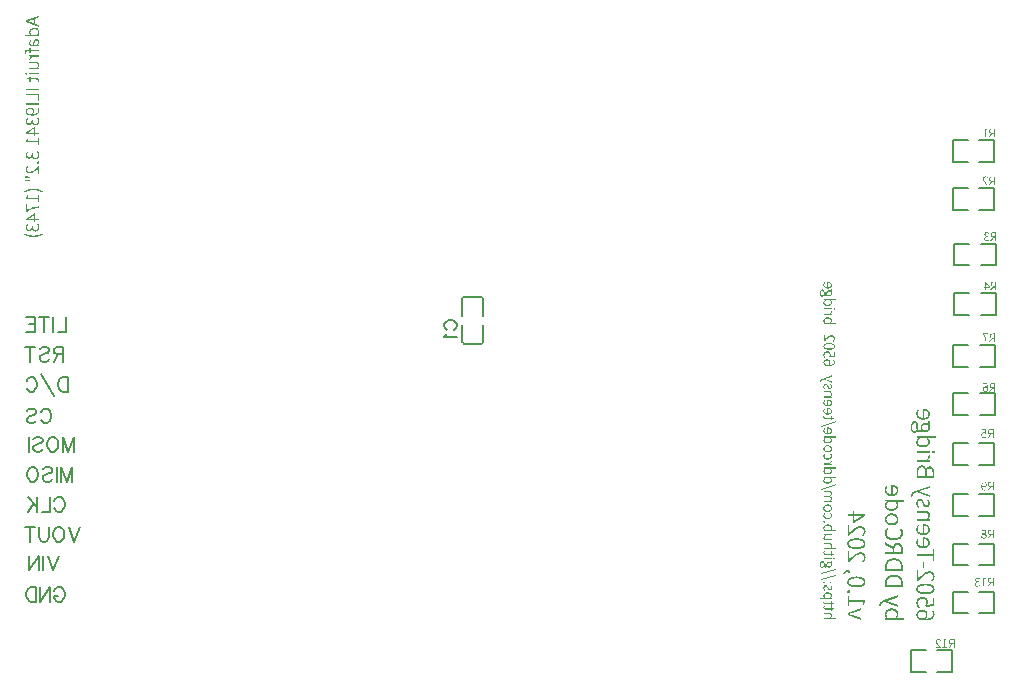
<source format=gbo>
G04 Layer: BottomSilkscreenLayer*
G04 EasyEDA v6.5.39, 2024-01-24 12:43:59*
G04 deea6d9213314a98b6ebed6103c3b4d4,cb1d8df9e4d043698efa6217e4288dd5,10*
G04 Gerber Generator version 0.2*
G04 Scale: 100 percent, Rotated: No, Reflected: No *
G04 Dimensions in millimeters *
G04 leading zeros omitted , absolute positions ,4 integer and 5 decimal *
%FSLAX45Y45*%
%MOMM*%

%ADD10C,0.1524*%

%LPD*%
G36*
X8544814Y12877800D02*
G01*
X8539378Y12877596D01*
X8534908Y12877038D01*
X8534908Y12863068D01*
X8547100Y12863068D01*
X8555329Y12862560D01*
X8562492Y12861137D01*
X8568639Y12858800D01*
X8573668Y12855600D01*
X8577580Y12851536D01*
X8580374Y12846659D01*
X8582101Y12841020D01*
X8582660Y12834620D01*
X8582050Y12828625D01*
X8580221Y12822986D01*
X8577326Y12817703D01*
X8573262Y12812979D01*
X8568182Y12808915D01*
X8562086Y12805664D01*
X8555024Y12803276D01*
X8547100Y12801854D01*
X8547100Y12863068D01*
X8534908Y12863068D01*
X8534908Y12802108D01*
X8528964Y12802616D01*
X8523427Y12803733D01*
X8518245Y12805308D01*
X8513521Y12807391D01*
X8509254Y12809982D01*
X8505444Y12812979D01*
X8502142Y12816484D01*
X8499398Y12820345D01*
X8497163Y12824663D01*
X8495588Y12829336D01*
X8494623Y12834315D01*
X8494268Y12839700D01*
X8494877Y12847370D01*
X8496604Y12854482D01*
X8499398Y12861137D01*
X8503158Y12867386D01*
X8492236Y12873482D01*
X8487918Y12866065D01*
X8486038Y12862052D01*
X8484362Y12857784D01*
X8482990Y12853212D01*
X8481974Y12848386D01*
X8481314Y12843205D01*
X8481060Y12837668D01*
X8481314Y12832334D01*
X8482025Y12827101D01*
X8483244Y12822123D01*
X8484971Y12817297D01*
X8487105Y12812776D01*
X8489696Y12808458D01*
X8492744Y12804444D01*
X8496249Y12800787D01*
X8500160Y12797434D01*
X8504428Y12794437D01*
X8509152Y12791846D01*
X8514283Y12789662D01*
X8519769Y12787934D01*
X8525662Y12786664D01*
X8531860Y12785852D01*
X8538464Y12785598D01*
X8544966Y12785852D01*
X8551164Y12786664D01*
X8557006Y12787934D01*
X8562492Y12789662D01*
X8567572Y12791846D01*
X8572347Y12794386D01*
X8576665Y12797332D01*
X8580628Y12800584D01*
X8584133Y12804140D01*
X8587232Y12807950D01*
X8589924Y12812014D01*
X8592108Y12816230D01*
X8593836Y12820650D01*
X8595106Y12825222D01*
X8595868Y12829895D01*
X8596122Y12834620D01*
X8595715Y12841224D01*
X8594547Y12847320D01*
X8592566Y12852958D01*
X8589873Y12857988D01*
X8586470Y12862509D01*
X8582355Y12866471D01*
X8577630Y12869875D01*
X8572246Y12872720D01*
X8566200Y12874904D01*
X8559647Y12876530D01*
X8552484Y12877495D01*
G37*
G36*
X8470138Y12775184D02*
G01*
X8465261Y12774726D01*
X8460486Y12773456D01*
X8455914Y12771323D01*
X8451596Y12768427D01*
X8447582Y12764770D01*
X8443925Y12760350D01*
X8440674Y12755270D01*
X8437880Y12749530D01*
X8435644Y12743129D01*
X8433968Y12736169D01*
X8432901Y12728651D01*
X8432646Y12722860D01*
X8444230Y12722860D01*
X8444738Y12730683D01*
X8446262Y12737693D01*
X8448548Y12743891D01*
X8451545Y12749072D01*
X8455152Y12753289D01*
X8459114Y12756388D01*
X8463432Y12758267D01*
X8467852Y12758928D01*
X8474557Y12757454D01*
X8478977Y12753136D01*
X8481364Y12745974D01*
X8482076Y12736068D01*
X8482076Y12715748D01*
X8482634Y12709448D01*
X8484108Y12701778D01*
X8479383Y12696393D01*
X8474405Y12692684D01*
X8469325Y12690551D01*
X8464296Y12689840D01*
X8459927Y12690398D01*
X8456015Y12692126D01*
X8452612Y12694869D01*
X8449665Y12698628D01*
X8447379Y12703352D01*
X8445652Y12709042D01*
X8444585Y12715544D01*
X8444230Y12722860D01*
X8432646Y12722860D01*
X8432546Y12720574D01*
X8432749Y12713970D01*
X8433460Y12707772D01*
X8434527Y12701981D01*
X8436051Y12696698D01*
X8438032Y12691922D01*
X8440369Y12687655D01*
X8443112Y12683947D01*
X8446211Y12680848D01*
X8449665Y12678410D01*
X8453526Y12676581D01*
X8457742Y12675463D01*
X8462264Y12675108D01*
X8469223Y12676225D01*
X8475878Y12679426D01*
X8482025Y12684556D01*
X8487410Y12691364D01*
X8488172Y12691364D01*
X8491270Y12687452D01*
X8495334Y12684302D01*
X8500364Y12682220D01*
X8506460Y12681458D01*
X8512911Y12682626D01*
X8518550Y12685572D01*
X8523173Y12689484D01*
X8526780Y12693650D01*
X8527542Y12693650D01*
X8532672Y12688417D01*
X8539530Y12683845D01*
X8547811Y12680645D01*
X8557260Y12679426D01*
X8562949Y12679781D01*
X8568232Y12680899D01*
X8573211Y12682677D01*
X8577732Y12685064D01*
X8581796Y12688011D01*
X8585454Y12691465D01*
X8588603Y12695377D01*
X8591245Y12699695D01*
X8593328Y12704368D01*
X8594852Y12709398D01*
X8595817Y12714630D01*
X8596122Y12720066D01*
X8595918Y12724485D01*
X8595309Y12728549D01*
X8594394Y12732156D01*
X8593328Y12735306D01*
X8593328Y12773406D01*
X8580628Y12773406D01*
X8580628Y12750292D01*
X8576056Y12754000D01*
X8570417Y12756997D01*
X8563914Y12758978D01*
X8556752Y12759690D01*
X8551113Y12759334D01*
X8545779Y12758267D01*
X8540902Y12756591D01*
X8536432Y12754305D01*
X8532368Y12751511D01*
X8528812Y12748158D01*
X8525713Y12744348D01*
X8523173Y12740182D01*
X8521090Y12735560D01*
X8519617Y12730683D01*
X8518702Y12725501D01*
X8518398Y12720066D01*
X8529828Y12720066D01*
X8530336Y12724892D01*
X8531758Y12729464D01*
X8534095Y12733680D01*
X8537244Y12737338D01*
X8541207Y12740386D01*
X8545880Y12742722D01*
X8551265Y12744196D01*
X8557260Y12744704D01*
X8563051Y12744196D01*
X8568232Y12742722D01*
X8572754Y12740436D01*
X8576564Y12737439D01*
X8579612Y12733782D01*
X8581847Y12729616D01*
X8583218Y12724993D01*
X8583676Y12720066D01*
X8583218Y12715138D01*
X8581847Y12710515D01*
X8579662Y12706350D01*
X8576665Y12702692D01*
X8572855Y12699695D01*
X8568334Y12697409D01*
X8563152Y12695936D01*
X8557260Y12695428D01*
X8551265Y12695936D01*
X8545880Y12697409D01*
X8541207Y12699746D01*
X8537244Y12702794D01*
X8534095Y12706451D01*
X8531758Y12710668D01*
X8530336Y12715240D01*
X8529828Y12720066D01*
X8518398Y12720066D01*
X8518652Y12715900D01*
X8519363Y12711582D01*
X8520633Y12707315D01*
X8522462Y12703302D01*
X8519718Y12700457D01*
X8516620Y12698120D01*
X8512962Y12696494D01*
X8508492Y12695936D01*
X8503564Y12696901D01*
X8499754Y12700101D01*
X8497214Y12706096D01*
X8496300Y12715494D01*
X8496300Y12737338D01*
X8495893Y12746177D01*
X8494725Y12753848D01*
X8492794Y12760350D01*
X8490000Y12765684D01*
X8486343Y12769850D01*
X8481822Y12772796D01*
X8476437Y12774574D01*
G37*
G36*
X8483600Y12645644D02*
G01*
X8483600Y12631928D01*
X8496808Y12630404D01*
X8496808Y12629896D01*
X8493658Y12626492D01*
X8490712Y12622834D01*
X8488019Y12618872D01*
X8485682Y12614706D01*
X8483752Y12610287D01*
X8482330Y12605664D01*
X8481364Y12600838D01*
X8481277Y12599416D01*
X8495030Y12599416D01*
X8496046Y12607188D01*
X8498941Y12614554D01*
X8503818Y12621818D01*
X8510524Y12629134D01*
X8569960Y12629134D01*
X8575497Y12621920D01*
X8579307Y12614960D01*
X8581440Y12608001D01*
X8582152Y12600940D01*
X8581796Y12596418D01*
X8580678Y12592050D01*
X8578951Y12587935D01*
X8576513Y12584125D01*
X8573516Y12580620D01*
X8569909Y12577470D01*
X8565794Y12574727D01*
X8561171Y12572339D01*
X8556091Y12570460D01*
X8550605Y12569088D01*
X8544712Y12568224D01*
X8538464Y12567920D01*
X8531961Y12568174D01*
X8525916Y12568834D01*
X8520328Y12570002D01*
X8515248Y12571628D01*
X8510676Y12573660D01*
X8506663Y12576149D01*
X8503208Y12579045D01*
X8500313Y12582347D01*
X8498027Y12586004D01*
X8496401Y12590119D01*
X8495385Y12594590D01*
X8495030Y12599416D01*
X8481277Y12599416D01*
X8481060Y12595860D01*
X8481314Y12590830D01*
X8482025Y12586055D01*
X8483193Y12581483D01*
X8484870Y12577216D01*
X8486952Y12573203D01*
X8489492Y12569494D01*
X8492490Y12566091D01*
X8495944Y12562992D01*
X8499805Y12560198D01*
X8504123Y12557709D01*
X8508847Y12555626D01*
X8513978Y12553848D01*
X8519464Y12552476D01*
X8525408Y12551460D01*
X8531758Y12550851D01*
X8538464Y12550648D01*
X8544915Y12550902D01*
X8551062Y12551664D01*
X8556904Y12552883D01*
X8562390Y12554559D01*
X8567470Y12556642D01*
X8572246Y12559131D01*
X8576564Y12561925D01*
X8580526Y12565075D01*
X8584082Y12568529D01*
X8587181Y12572238D01*
X8589873Y12576200D01*
X8592058Y12580315D01*
X8593836Y12584633D01*
X8595106Y12589103D01*
X8595868Y12593726D01*
X8596122Y12598400D01*
X8595258Y12607391D01*
X8592718Y12615265D01*
X8588603Y12622631D01*
X8583168Y12629896D01*
X8602218Y12629134D01*
X8645398Y12629134D01*
X8645398Y12645644D01*
G37*
G36*
X8628380Y12523978D02*
G01*
X8623604Y12523114D01*
X8619998Y12520726D01*
X8617712Y12517120D01*
X8616950Y12512548D01*
X8617712Y12507874D01*
X8619998Y12504267D01*
X8623604Y12501930D01*
X8628380Y12501118D01*
X8633002Y12501930D01*
X8636558Y12504267D01*
X8638794Y12507874D01*
X8639556Y12512548D01*
X8638794Y12517120D01*
X8636558Y12520726D01*
X8633002Y12523114D01*
G37*
G36*
X8483600Y12520676D02*
G01*
X8483600Y12504420D01*
X8593328Y12504420D01*
X8593328Y12520676D01*
G37*
G36*
X8593836Y12485624D02*
G01*
X8579358Y12482322D01*
X8580729Y12477394D01*
X8581136Y12471908D01*
X8580780Y12468402D01*
X8579764Y12464694D01*
X8577986Y12460986D01*
X8575344Y12457226D01*
X8571788Y12453569D01*
X8567318Y12450064D01*
X8561832Y12446762D01*
X8555228Y12443714D01*
X8483600Y12443714D01*
X8483600Y12427204D01*
X8593328Y12427204D01*
X8593328Y12440666D01*
X8573262Y12442444D01*
X8573262Y12442952D01*
X8578189Y12445949D01*
X8582609Y12449302D01*
X8586520Y12452908D01*
X8589822Y12456718D01*
X8592515Y12460782D01*
X8594496Y12465050D01*
X8595715Y12469418D01*
X8596122Y12473940D01*
X8596020Y12477292D01*
X8595664Y12480239D01*
X8594953Y12482982D01*
G37*
G36*
X8527034Y12398756D02*
G01*
X8521750Y12398502D01*
X8516874Y12397689D01*
X8512251Y12396419D01*
X8508034Y12394641D01*
X8504123Y12392456D01*
X8500567Y12389764D01*
X8497366Y12386665D01*
X8494471Y12383160D01*
X8491931Y12379248D01*
X8489696Y12374981D01*
X8487816Y12370409D01*
X8486292Y12365431D01*
X8485124Y12360148D01*
X8484260Y12354610D01*
X8483752Y12348718D01*
X8483600Y12313158D01*
X8497062Y12313158D01*
X8497062Y12339828D01*
X8497265Y12346228D01*
X8497874Y12352172D01*
X8498840Y12357658D01*
X8500313Y12362637D01*
X8502142Y12367107D01*
X8504428Y12371070D01*
X8507171Y12374473D01*
X8510320Y12377318D01*
X8513978Y12379553D01*
X8518093Y12381179D01*
X8522716Y12382144D01*
X8527796Y12382500D01*
X8532317Y12382195D01*
X8536482Y12381230D01*
X8540140Y12379655D01*
X8543442Y12377470D01*
X8546338Y12374727D01*
X8548776Y12371374D01*
X8550859Y12367463D01*
X8552535Y12362992D01*
X8553856Y12357963D01*
X8554770Y12352426D01*
X8555278Y12346381D01*
X8555482Y12339828D01*
X8555482Y12313158D01*
X8568436Y12313158D01*
X8568436Y12335764D01*
X8568893Y12345111D01*
X8570214Y12352985D01*
X8572398Y12359487D01*
X8575344Y12364669D01*
X8579002Y12368580D01*
X8583320Y12371273D01*
X8588298Y12372848D01*
X8593836Y12373356D01*
X8600186Y12372797D01*
X8605469Y12371070D01*
X8609838Y12368225D01*
X8613241Y12364212D01*
X8615832Y12359081D01*
X8617610Y12352782D01*
X8618626Y12345365D01*
X8618982Y12336780D01*
X8618982Y12313158D01*
X8483600Y12313158D01*
X8483600Y12296140D01*
X8632444Y12296140D01*
X8632444Y12339320D01*
X8632240Y12346686D01*
X8631529Y12353594D01*
X8630361Y12359995D01*
X8628735Y12365939D01*
X8626551Y12371273D01*
X8623858Y12376048D01*
X8620658Y12380214D01*
X8616848Y12383668D01*
X8612530Y12386411D01*
X8607552Y12388443D01*
X8602014Y12389713D01*
X8595868Y12390120D01*
X8590432Y12389764D01*
X8585301Y12388646D01*
X8580475Y12386868D01*
X8576005Y12384430D01*
X8572042Y12381280D01*
X8568639Y12377470D01*
X8565794Y12373051D01*
X8563610Y12368022D01*
X8562848Y12368022D01*
X8561120Y12374575D01*
X8558631Y12380518D01*
X8555329Y12385802D01*
X8551214Y12390272D01*
X8546338Y12393828D01*
X8540699Y12396520D01*
X8534247Y12398197D01*
G37*
G36*
X8593328Y12227560D02*
G01*
X8468309Y12183719D01*
X8463381Y12181636D01*
X8458758Y12179300D01*
X8454390Y12176760D01*
X8450326Y12174016D01*
X8446719Y12170968D01*
X8443518Y12167616D01*
X8440775Y12163958D01*
X8438591Y12159945D01*
X8436965Y12155627D01*
X8435949Y12150902D01*
X8435594Y12145772D01*
X8435746Y12142165D01*
X8436152Y12138863D01*
X8436864Y12135866D01*
X8437880Y12133072D01*
X8451342Y12136628D01*
X8450173Y12140438D01*
X8449716Y12142724D01*
X8449564Y12145010D01*
X8450072Y12149582D01*
X8451443Y12153696D01*
X8453678Y12157456D01*
X8456676Y12160808D01*
X8460333Y12163755D01*
X8464550Y12166396D01*
X8469325Y12168682D01*
X8474456Y12170664D01*
X8483092Y12173204D01*
X8593328Y12128754D01*
X8593328Y12146026D01*
X8523071Y12172086D01*
X8499602Y12180316D01*
X8499602Y12181332D01*
X8530590Y12190730D01*
X8593328Y12211304D01*
G37*
G36*
X8513064Y12118594D02*
G01*
X8506663Y12117933D01*
X8500668Y12116054D01*
X8495233Y12112904D01*
X8490508Y12108586D01*
X8486546Y12102998D01*
X8483600Y12096292D01*
X8481720Y12088469D01*
X8481060Y12079478D01*
X8481364Y12073636D01*
X8482177Y12067895D01*
X8483549Y12062358D01*
X8485327Y12057024D01*
X8487511Y12051944D01*
X8490051Y12047169D01*
X8492947Y12042698D01*
X8496046Y12038584D01*
X8507222Y12046966D01*
X8501837Y12054179D01*
X8497671Y12061850D01*
X8494979Y12070384D01*
X8494014Y12079986D01*
X8495436Y12089993D01*
X8499348Y12097105D01*
X8505139Y12101423D01*
X8512302Y12102846D01*
X8516416Y12102236D01*
X8519972Y12100610D01*
X8523071Y12098020D01*
X8525764Y12094667D01*
X8528151Y12090755D01*
X8530234Y12086437D01*
X8536076Y12071248D01*
X8538565Y12065457D01*
X8541410Y12059970D01*
X8544763Y12055043D01*
X8548725Y12050826D01*
X8553450Y12047524D01*
X8558936Y12045442D01*
X8565388Y12044680D01*
X8571687Y12045340D01*
X8577478Y12047169D01*
X8582710Y12050268D01*
X8587232Y12054484D01*
X8590940Y12059818D01*
X8593734Y12066219D01*
X8595512Y12073636D01*
X8596122Y12082018D01*
X8595156Y12091670D01*
X8592616Y12100560D01*
X8588705Y12108535D01*
X8583930Y12115292D01*
X8573262Y12107164D01*
X8577021Y12101525D01*
X8580069Y12095530D01*
X8582152Y12089079D01*
X8582914Y12082018D01*
X8581593Y12072569D01*
X8577986Y12065914D01*
X8572754Y12062002D01*
X8566404Y12060682D01*
X8559241Y12062663D01*
X8554008Y12067997D01*
X8550046Y12075668D01*
X8544204Y12090857D01*
X8541613Y12096851D01*
X8538667Y12102541D01*
X8535263Y12107722D01*
X8531148Y12112142D01*
X8526221Y12115546D01*
X8520226Y12117781D01*
G37*
G36*
X8483600Y12014708D02*
G01*
X8483600Y11997944D01*
X8551164Y11997944D01*
X8558580Y11997639D01*
X8564930Y11996674D01*
X8570163Y11995048D01*
X8574379Y11992711D01*
X8577630Y11989714D01*
X8579866Y11985955D01*
X8581186Y11981434D01*
X8581644Y11976100D01*
X8581339Y11971934D01*
X8580526Y11968022D01*
X8579104Y11964212D01*
X8577122Y11960504D01*
X8574633Y11956745D01*
X8571585Y11952935D01*
X8563864Y11944858D01*
X8483600Y11944858D01*
X8483600Y11928348D01*
X8593328Y11928348D01*
X8593328Y11941810D01*
X8577326Y11943588D01*
X8577326Y11944096D01*
X8581136Y11948109D01*
X8584641Y11952224D01*
X8587841Y11956491D01*
X8590635Y11960910D01*
X8592921Y11965584D01*
X8594648Y11970461D01*
X8595766Y11975642D01*
X8596122Y11981180D01*
X8595817Y11986666D01*
X8594902Y11991594D01*
X8593378Y11996064D01*
X8591245Y12000026D01*
X8588552Y12003532D01*
X8585250Y12006529D01*
X8581339Y12009018D01*
X8576868Y12011101D01*
X8571788Y12012676D01*
X8566150Y12013793D01*
X8559952Y12014504D01*
X8553196Y12014708D01*
G37*
G36*
X8544814Y11900662D02*
G01*
X8539378Y11900458D01*
X8534908Y11899900D01*
X8534908Y11885930D01*
X8547100Y11885930D01*
X8555329Y11885422D01*
X8562492Y11883999D01*
X8568639Y11881662D01*
X8573668Y11878462D01*
X8577580Y11874398D01*
X8580374Y11869521D01*
X8582101Y11863882D01*
X8582660Y11857482D01*
X8582050Y11851487D01*
X8580221Y11845798D01*
X8577326Y11840514D01*
X8573262Y11835790D01*
X8568182Y11831675D01*
X8562086Y11828424D01*
X8555024Y11826036D01*
X8547100Y11824716D01*
X8547100Y11885930D01*
X8534908Y11885930D01*
X8534908Y11824716D01*
X8528964Y11825274D01*
X8523427Y11826341D01*
X8518245Y11827967D01*
X8513521Y11830050D01*
X8509254Y11832640D01*
X8505444Y11835688D01*
X8502142Y11839194D01*
X8499398Y11843054D01*
X8497163Y11847372D01*
X8495588Y11851995D01*
X8494623Y11856974D01*
X8494268Y11862308D01*
X8494877Y11870131D01*
X8496604Y11877344D01*
X8499398Y11883999D01*
X8503158Y11890248D01*
X8492236Y11896344D01*
X8487918Y11888774D01*
X8486038Y11884710D01*
X8484362Y11880392D01*
X8482990Y11875820D01*
X8481974Y11870994D01*
X8481314Y11865813D01*
X8481060Y11860276D01*
X8481314Y11854942D01*
X8482025Y11849811D01*
X8483244Y11844832D01*
X8484971Y11840057D01*
X8487105Y11835536D01*
X8489696Y11831269D01*
X8492744Y11827256D01*
X8496249Y11823598D01*
X8500160Y11820245D01*
X8504428Y11817299D01*
X8509152Y11814708D01*
X8514283Y11812524D01*
X8519769Y11810796D01*
X8525662Y11809526D01*
X8531860Y11808714D01*
X8538464Y11808460D01*
X8544966Y11808714D01*
X8551164Y11809526D01*
X8557006Y11810796D01*
X8562492Y11812524D01*
X8567572Y11814708D01*
X8572347Y11817248D01*
X8576665Y11820194D01*
X8580628Y11823395D01*
X8584133Y11826951D01*
X8587232Y11830761D01*
X8589924Y11834774D01*
X8592108Y11838990D01*
X8593836Y11843410D01*
X8595106Y11847931D01*
X8595868Y11852554D01*
X8596122Y11857228D01*
X8595715Y11863832D01*
X8594547Y11869978D01*
X8592566Y11875566D01*
X8589873Y11880697D01*
X8586470Y11885218D01*
X8582355Y11889232D01*
X8577630Y11892635D01*
X8572246Y11895480D01*
X8566200Y11897715D01*
X8559647Y11899341D01*
X8552484Y11900306D01*
G37*
G36*
X8544814Y11789156D02*
G01*
X8539378Y11788952D01*
X8534908Y11788140D01*
X8534908Y11774424D01*
X8547100Y11774424D01*
X8555329Y11773916D01*
X8562492Y11772493D01*
X8568639Y11770106D01*
X8573668Y11766854D01*
X8577580Y11762790D01*
X8580374Y11757914D01*
X8582101Y11752326D01*
X8582660Y11745976D01*
X8582050Y11739981D01*
X8580221Y11734292D01*
X8577326Y11729008D01*
X8573262Y11724233D01*
X8568182Y11720118D01*
X8562086Y11716816D01*
X8555024Y11714378D01*
X8547100Y11712956D01*
X8547100Y11774424D01*
X8534908Y11774424D01*
X8534908Y11713210D01*
X8528964Y11713768D01*
X8523427Y11714835D01*
X8518245Y11716461D01*
X8513521Y11718544D01*
X8509254Y11721134D01*
X8505444Y11724182D01*
X8502142Y11727688D01*
X8499398Y11731548D01*
X8497163Y11735866D01*
X8495588Y11740489D01*
X8494623Y11745468D01*
X8494268Y11750802D01*
X8494877Y11758625D01*
X8496604Y11765838D01*
X8499398Y11772493D01*
X8503158Y11778742D01*
X8492236Y11784838D01*
X8487918Y11777268D01*
X8486038Y11773204D01*
X8484362Y11768886D01*
X8482990Y11764314D01*
X8481974Y11759488D01*
X8481314Y11754307D01*
X8481060Y11748770D01*
X8481314Y11743436D01*
X8482025Y11738305D01*
X8483244Y11733326D01*
X8484971Y11728500D01*
X8487105Y11723979D01*
X8489696Y11719661D01*
X8492744Y11715648D01*
X8496249Y11711990D01*
X8500160Y11708587D01*
X8504428Y11705590D01*
X8509152Y11702999D01*
X8514283Y11700814D01*
X8519769Y11699036D01*
X8525662Y11697766D01*
X8531860Y11696954D01*
X8538464Y11696700D01*
X8544966Y11696954D01*
X8551164Y11697766D01*
X8557006Y11699087D01*
X8562492Y11700814D01*
X8567572Y11702999D01*
X8572347Y11705590D01*
X8576665Y11708536D01*
X8580628Y11711787D01*
X8584133Y11715343D01*
X8587232Y11719153D01*
X8589924Y11723217D01*
X8592108Y11727434D01*
X8593836Y11731853D01*
X8595106Y11736374D01*
X8595868Y11741048D01*
X8596122Y11745722D01*
X8595715Y11752326D01*
X8594547Y11758472D01*
X8592566Y11764060D01*
X8589873Y11769191D01*
X8586470Y11773712D01*
X8582355Y11777726D01*
X8577630Y11781129D01*
X8572246Y11783974D01*
X8566200Y11786209D01*
X8559647Y11787835D01*
X8552484Y11788800D01*
G37*
G36*
X8618220Y11694414D02*
G01*
X8618220Y11648948D01*
X8483600Y11648948D01*
X8483600Y11631676D01*
X8618220Y11631676D01*
X8618220Y11586464D01*
X8632444Y11586464D01*
X8632444Y11694414D01*
G37*
G36*
X8533892Y11581384D02*
G01*
X8533892Y11530076D01*
X8546846Y11530076D01*
X8546846Y11581384D01*
G37*
G36*
X8483600Y11510264D02*
G01*
X8483600Y11418316D01*
X8493506Y11418316D01*
X8505596Y11431778D01*
X8517077Y11443665D01*
X8527948Y11454079D01*
X8538260Y11462969D01*
X8548065Y11470436D01*
X8557361Y11476431D01*
X8561882Y11478920D01*
X8570569Y11482882D01*
X8578900Y11485473D01*
X8586927Y11486743D01*
X8590788Y11486896D01*
X8597138Y11486489D01*
X8602980Y11485219D01*
X8608212Y11483086D01*
X8612733Y11480038D01*
X8616442Y11476126D01*
X8619185Y11471249D01*
X8620912Y11465458D01*
X8621522Y11458702D01*
X8621166Y11454130D01*
X8620201Y11449710D01*
X8618575Y11445443D01*
X8616492Y11441379D01*
X8613902Y11437518D01*
X8610904Y11433810D01*
X8607602Y11430304D01*
X8603996Y11426952D01*
X8613140Y11417300D01*
X8617864Y11421821D01*
X8622131Y11426494D01*
X8625840Y11431320D01*
X8629040Y11436400D01*
X8631580Y11441836D01*
X8633409Y11447576D01*
X8634577Y11453774D01*
X8634984Y11460480D01*
X8634628Y11466880D01*
X8633612Y11472824D01*
X8631936Y11478310D01*
X8629599Y11483289D01*
X8626652Y11487759D01*
X8623147Y11491722D01*
X8619134Y11495125D01*
X8614562Y11497970D01*
X8609482Y11500205D01*
X8603945Y11501831D01*
X8597950Y11502796D01*
X8591550Y11503152D01*
X8587028Y11502999D01*
X8582456Y11502440D01*
X8577935Y11501577D01*
X8573363Y11500408D01*
X8568791Y11498884D01*
X8564168Y11497056D01*
X8554923Y11492534D01*
X8545576Y11486794D01*
X8536076Y11479987D01*
X8526475Y11472164D01*
X8516721Y11463375D01*
X8506714Y11453723D01*
X8496554Y11443208D01*
X8497468Y11455501D01*
X8497824Y11467592D01*
X8497824Y11510264D01*
G37*
G36*
X8558530Y11398758D02*
G01*
X8549081Y11398554D01*
X8540242Y11397945D01*
X8532063Y11396980D01*
X8524443Y11395557D01*
X8517483Y11393830D01*
X8511133Y11391747D01*
X8505393Y11389309D01*
X8500262Y11386515D01*
X8495741Y11383365D01*
X8491829Y11379962D01*
X8488527Y11376202D01*
X8485835Y11372189D01*
X8483752Y11367871D01*
X8482228Y11363248D01*
X8481364Y11358422D01*
X8481060Y11353292D01*
X8494268Y11353292D01*
X8494674Y11357559D01*
X8495944Y11361572D01*
X8498078Y11365280D01*
X8501126Y11368735D01*
X8505037Y11371834D01*
X8509812Y11374577D01*
X8515553Y11377015D01*
X8522208Y11378996D01*
X8529828Y11380622D01*
X8538413Y11381790D01*
X8547963Y11382502D01*
X8558530Y11382756D01*
X8568893Y11382502D01*
X8578291Y11381790D01*
X8586673Y11380622D01*
X8594140Y11378996D01*
X8600694Y11377015D01*
X8606332Y11374577D01*
X8611006Y11371834D01*
X8614867Y11368735D01*
X8617762Y11365280D01*
X8619896Y11361572D01*
X8621115Y11357559D01*
X8621522Y11353292D01*
X8621115Y11349024D01*
X8619896Y11345011D01*
X8617762Y11341303D01*
X8614867Y11337848D01*
X8611006Y11334750D01*
X8606332Y11332006D01*
X8600694Y11329568D01*
X8594140Y11327587D01*
X8586673Y11325961D01*
X8578291Y11324793D01*
X8568893Y11324082D01*
X8558530Y11323828D01*
X8547963Y11324082D01*
X8538413Y11324793D01*
X8529828Y11325961D01*
X8522208Y11327587D01*
X8515553Y11329568D01*
X8509812Y11332006D01*
X8505037Y11334750D01*
X8501126Y11337848D01*
X8498078Y11341303D01*
X8495944Y11345011D01*
X8494674Y11349024D01*
X8494268Y11353292D01*
X8481060Y11353292D01*
X8481364Y11348161D01*
X8482228Y11343284D01*
X8483752Y11338712D01*
X8485835Y11334343D01*
X8488527Y11330330D01*
X8491829Y11326571D01*
X8495741Y11323116D01*
X8500262Y11319967D01*
X8505393Y11317122D01*
X8511133Y11314684D01*
X8517483Y11312550D01*
X8524443Y11310772D01*
X8532063Y11309400D01*
X8540242Y11308384D01*
X8549081Y11307775D01*
X8558530Y11307572D01*
X8567877Y11307775D01*
X8576614Y11308384D01*
X8584742Y11309400D01*
X8592210Y11310772D01*
X8599119Y11312550D01*
X8605367Y11314684D01*
X8611057Y11317122D01*
X8616086Y11319967D01*
X8620556Y11323116D01*
X8624366Y11326571D01*
X8627618Y11330330D01*
X8630310Y11334343D01*
X8632342Y11338712D01*
X8633815Y11343284D01*
X8634679Y11348161D01*
X8634984Y11353292D01*
X8634679Y11358422D01*
X8633815Y11363248D01*
X8632342Y11367871D01*
X8630310Y11372189D01*
X8627618Y11376202D01*
X8624366Y11379962D01*
X8620556Y11383365D01*
X8616086Y11386515D01*
X8611057Y11389309D01*
X8605367Y11391747D01*
X8599119Y11393830D01*
X8592210Y11395608D01*
X8584742Y11396980D01*
X8576614Y11397945D01*
X8567877Y11398554D01*
G37*
G36*
X8531860Y11286490D02*
G01*
X8524036Y11286032D01*
X8516823Y11284661D01*
X8510219Y11282476D01*
X8504224Y11279530D01*
X8498941Y11275923D01*
X8494268Y11271707D01*
X8490305Y11267033D01*
X8487003Y11261902D01*
X8484412Y11256365D01*
X8482584Y11250574D01*
X8481415Y11244580D01*
X8481060Y11238484D01*
X8481517Y11230254D01*
X8482736Y11222837D01*
X8484616Y11216132D01*
X8487105Y11210188D01*
X8490051Y11204803D01*
X8493404Y11199977D01*
X8496909Y11195659D01*
X8500618Y11191748D01*
X8511540Y11199876D01*
X8508339Y11203228D01*
X8505291Y11206835D01*
X8502446Y11210798D01*
X8499906Y11215116D01*
X8497824Y11219840D01*
X8496198Y11225072D01*
X8495131Y11230864D01*
X8494776Y11237214D01*
X8495436Y11243716D01*
X8497366Y11249812D01*
X8500465Y11255400D01*
X8504682Y11260277D01*
X8509965Y11264290D01*
X8516213Y11267338D01*
X8523376Y11269319D01*
X8531352Y11269980D01*
X8539124Y11269421D01*
X8546033Y11267694D01*
X8552027Y11264950D01*
X8557056Y11261242D01*
X8561070Y11256568D01*
X8564016Y11251133D01*
X8565794Y11244884D01*
X8566404Y11237976D01*
X8565845Y11230914D01*
X8564168Y11224717D01*
X8561374Y11218875D01*
X8557514Y11212830D01*
X8563356Y11203686D01*
X8632444Y11208258D01*
X8632444Y11279378D01*
X8618220Y11279378D01*
X8618220Y11222990D01*
X8573008Y11218926D01*
X8575598Y11224107D01*
X8577630Y11229543D01*
X8578900Y11235436D01*
X8579358Y11242040D01*
X8579053Y11248085D01*
X8578138Y11253876D01*
X8576564Y11259362D01*
X8574328Y11264493D01*
X8571433Y11269218D01*
X8567877Y11273485D01*
X8563660Y11277244D01*
X8558733Y11280444D01*
X8553094Y11282984D01*
X8546744Y11284915D01*
X8539683Y11286083D01*
G37*
G36*
X8529066Y11177016D02*
G01*
X8522106Y11176609D01*
X8515553Y11175492D01*
X8509457Y11173663D01*
X8503869Y11171174D01*
X8498789Y11168126D01*
X8494318Y11164519D01*
X8490407Y11160506D01*
X8487105Y11156035D01*
X8484514Y11151209D01*
X8482634Y11146078D01*
X8481466Y11140694D01*
X8481060Y11135106D01*
X8494268Y11135106D01*
X8494928Y11140541D01*
X8496808Y11145520D01*
X8499856Y11149990D01*
X8503970Y11153800D01*
X8509000Y11156950D01*
X8514943Y11159286D01*
X8521649Y11160760D01*
X8529066Y11161268D01*
X8536432Y11160861D01*
X8543086Y11159591D01*
X8548979Y11157458D01*
X8553907Y11154460D01*
X8557920Y11150549D01*
X8560866Y11145723D01*
X8562746Y11139982D01*
X8563356Y11133328D01*
X8563102Y11129721D01*
X8562238Y11125911D01*
X8560816Y11121999D01*
X8558784Y11117986D01*
X8556040Y11113973D01*
X8552637Y11109909D01*
X8548471Y11105946D01*
X8543544Y11102086D01*
X8535974Y11102797D01*
X8528964Y11103864D01*
X8522563Y11105337D01*
X8516772Y11107216D01*
X8511590Y11109452D01*
X8507120Y11112042D01*
X8503259Y11114989D01*
X8500059Y11118291D01*
X8497519Y11121999D01*
X8495741Y11126012D01*
X8494623Y11130381D01*
X8494268Y11135106D01*
X8481060Y11135106D01*
X8481364Y11129822D01*
X8482228Y11124742D01*
X8483650Y11119916D01*
X8485682Y11115344D01*
X8488273Y11111026D01*
X8491423Y11106962D01*
X8495131Y11103254D01*
X8499449Y11099850D01*
X8504326Y11096752D01*
X8509762Y11094008D01*
X8515756Y11091672D01*
X8522309Y11089690D01*
X8529421Y11088166D01*
X8537143Y11086998D01*
X8545372Y11086338D01*
X8554212Y11086084D01*
X8562797Y11086287D01*
X8570772Y11086846D01*
X8578291Y11087760D01*
X8585250Y11089030D01*
X8591702Y11090554D01*
X8597646Y11092434D01*
X8603132Y11094618D01*
X8608110Y11097006D01*
X8612632Y11099698D01*
X8616696Y11102594D01*
X8620302Y11105692D01*
X8623503Y11108994D01*
X8626297Y11112500D01*
X8628684Y11116157D01*
X8630666Y11119967D01*
X8632240Y11123879D01*
X8633460Y11127892D01*
X8634323Y11132007D01*
X8634831Y11136172D01*
X8634984Y11140440D01*
X8634679Y11145875D01*
X8633866Y11150955D01*
X8632545Y11155629D01*
X8630767Y11160048D01*
X8628583Y11164062D01*
X8626094Y11167821D01*
X8623300Y11171275D01*
X8620252Y11174476D01*
X8609838Y11165078D01*
X8614613Y11159998D01*
X8618220Y11154156D01*
X8620506Y11147704D01*
X8621268Y11140948D01*
X8621064Y11137087D01*
X8620455Y11133328D01*
X8619439Y11129670D01*
X8617966Y11126114D01*
X8616035Y11122761D01*
X8613597Y11119561D01*
X8610701Y11116513D01*
X8607196Y11113719D01*
X8603183Y11111179D01*
X8598560Y11108893D01*
X8593328Y11106861D01*
X8587536Y11105134D01*
X8581034Y11103711D01*
X8573871Y11102644D01*
X8566048Y11101933D01*
X8557514Y11101578D01*
X8561476Y11105235D01*
X8565032Y11109198D01*
X8568131Y11113414D01*
X8570722Y11117783D01*
X8572804Y11122253D01*
X8574278Y11126774D01*
X8575243Y11131346D01*
X8575548Y11135868D01*
X8575243Y11142014D01*
X8574278Y11147755D01*
X8572652Y11152987D01*
X8570366Y11157813D01*
X8567470Y11162131D01*
X8563914Y11165941D01*
X8559749Y11169243D01*
X8554872Y11171986D01*
X8549386Y11174171D01*
X8543290Y11175746D01*
X8536482Y11176711D01*
G37*
G36*
X8278114Y12231878D02*
G01*
X8272678Y12231674D01*
X8268208Y12231116D01*
X8268208Y12217146D01*
X8280400Y12217146D01*
X8288629Y12216638D01*
X8295792Y12215215D01*
X8301939Y12212878D01*
X8306968Y12209678D01*
X8310880Y12205614D01*
X8313674Y12200737D01*
X8315401Y12195098D01*
X8315959Y12188698D01*
X8315350Y12182703D01*
X8313521Y12177014D01*
X8310625Y12171730D01*
X8306562Y12166955D01*
X8301481Y12162891D01*
X8295386Y12159640D01*
X8288324Y12157252D01*
X8280400Y12155932D01*
X8280400Y12217146D01*
X8268208Y12217146D01*
X8268208Y12155932D01*
X8262264Y12156490D01*
X8256727Y12157557D01*
X8251545Y12159183D01*
X8246821Y12161266D01*
X8242553Y12163856D01*
X8238744Y12166904D01*
X8235442Y12170410D01*
X8232698Y12174270D01*
X8230463Y12178588D01*
X8228888Y12183211D01*
X8227923Y12188190D01*
X8227568Y12193524D01*
X8228177Y12201347D01*
X8229904Y12208560D01*
X8232698Y12215215D01*
X8236458Y12221464D01*
X8225536Y12227560D01*
X8221218Y12219990D01*
X8219338Y12215926D01*
X8217662Y12211608D01*
X8216290Y12207036D01*
X8215274Y12202210D01*
X8214614Y12197029D01*
X8214359Y12191492D01*
X8214614Y12186158D01*
X8215325Y12181027D01*
X8216544Y12176048D01*
X8218271Y12171273D01*
X8220405Y12166752D01*
X8222996Y12162485D01*
X8226044Y12158472D01*
X8229549Y12154814D01*
X8233460Y12151461D01*
X8237728Y12148515D01*
X8242452Y12145924D01*
X8247583Y12143740D01*
X8253069Y12142012D01*
X8258962Y12140742D01*
X8265159Y12139930D01*
X8271764Y12139676D01*
X8278266Y12139930D01*
X8284464Y12140742D01*
X8290306Y12142012D01*
X8295792Y12143740D01*
X8300872Y12145924D01*
X8305647Y12148464D01*
X8309965Y12151410D01*
X8313928Y12154611D01*
X8317433Y12158167D01*
X8320531Y12161977D01*
X8323224Y12165990D01*
X8325408Y12170206D01*
X8327136Y12174626D01*
X8328406Y12179147D01*
X8329168Y12183770D01*
X8329422Y12188444D01*
X8329015Y12195048D01*
X8327847Y12201194D01*
X8325866Y12206782D01*
X8323173Y12211913D01*
X8319770Y12216434D01*
X8315655Y12220448D01*
X8310930Y12223851D01*
X8305546Y12226696D01*
X8299500Y12228931D01*
X8292947Y12230557D01*
X8285784Y12231522D01*
G37*
G36*
X8216900Y12109704D02*
G01*
X8216900Y12095988D01*
X8230108Y12094718D01*
X8230108Y12093956D01*
X8226958Y12090552D01*
X8224012Y12086945D01*
X8221319Y12083034D01*
X8218982Y12078868D01*
X8217052Y12074499D01*
X8215630Y12069927D01*
X8214664Y12065152D01*
X8214562Y12063476D01*
X8228330Y12063476D01*
X8229346Y12071248D01*
X8232241Y12078716D01*
X8237118Y12085980D01*
X8243824Y12093194D01*
X8303259Y12093194D01*
X8308797Y12085980D01*
X8312607Y12079020D01*
X8314740Y12072213D01*
X8315452Y12065254D01*
X8315096Y12060631D01*
X8313978Y12056262D01*
X8312251Y12052147D01*
X8309813Y12048286D01*
X8306816Y12044730D01*
X8303209Y12041581D01*
X8299094Y12038787D01*
X8294471Y12036450D01*
X8289391Y12034520D01*
X8283905Y12033148D01*
X8278012Y12032284D01*
X8271764Y12031980D01*
X8265261Y12032234D01*
X8259216Y12032894D01*
X8253628Y12034062D01*
X8248548Y12035688D01*
X8243976Y12037720D01*
X8239963Y12040209D01*
X8236508Y12043105D01*
X8233613Y12046407D01*
X8231327Y12050064D01*
X8229701Y12054179D01*
X8228685Y12058650D01*
X8228330Y12063476D01*
X8214562Y12063476D01*
X8214359Y12060174D01*
X8214614Y12055094D01*
X8215325Y12050268D01*
X8216493Y12045696D01*
X8218170Y12041378D01*
X8220252Y12037364D01*
X8222792Y12033605D01*
X8225790Y12030202D01*
X8229244Y12027052D01*
X8233105Y12024258D01*
X8237423Y12021769D01*
X8242147Y12019686D01*
X8247278Y12017908D01*
X8252764Y12016536D01*
X8258708Y12015520D01*
X8265058Y12014911D01*
X8271764Y12014708D01*
X8278215Y12014962D01*
X8284362Y12015724D01*
X8290204Y12016943D01*
X8295690Y12018619D01*
X8300770Y12020702D01*
X8305546Y12023191D01*
X8309864Y12025985D01*
X8313826Y12029135D01*
X8317382Y12032589D01*
X8320481Y12036298D01*
X8323173Y12040260D01*
X8325358Y12044375D01*
X8327136Y12048693D01*
X8328406Y12053163D01*
X8329168Y12057786D01*
X8329422Y12062460D01*
X8328558Y12071553D01*
X8326018Y12079427D01*
X8321903Y12086691D01*
X8316468Y12093956D01*
X8335518Y12093194D01*
X8378698Y12093194D01*
X8378698Y12109704D01*
G37*
G36*
X8271764Y11993372D02*
G01*
X8265109Y11993118D01*
X8258860Y11992305D01*
X8252968Y11990984D01*
X8247481Y11989206D01*
X8242350Y11987022D01*
X8237626Y11984380D01*
X8233308Y11981383D01*
X8229447Y11978081D01*
X8225993Y11974423D01*
X8222945Y11970461D01*
X8220354Y11966295D01*
X8218220Y11961876D01*
X8216544Y11957253D01*
X8215325Y11952478D01*
X8214614Y11947601D01*
X8214359Y11942572D01*
X8228075Y11942572D01*
X8228431Y11947398D01*
X8229498Y11951919D01*
X8231225Y11956186D01*
X8233613Y11960047D01*
X8236559Y11963603D01*
X8240115Y11966752D01*
X8244179Y11969496D01*
X8248802Y11971832D01*
X8253882Y11973661D01*
X8259419Y11974982D01*
X8265414Y11975795D01*
X8271764Y11976100D01*
X8278063Y11975795D01*
X8284006Y11974982D01*
X8289544Y11973661D01*
X8294624Y11971832D01*
X8299196Y11969496D01*
X8303310Y11966752D01*
X8306866Y11963603D01*
X8309864Y11960047D01*
X8312251Y11956186D01*
X8314029Y11951919D01*
X8315096Y11947398D01*
X8315452Y11942572D01*
X8315096Y11937796D01*
X8314029Y11933326D01*
X8312251Y11929110D01*
X8309864Y11925249D01*
X8306866Y11921744D01*
X8303310Y11918594D01*
X8299196Y11915851D01*
X8294624Y11913565D01*
X8289544Y11911736D01*
X8284006Y11910415D01*
X8278063Y11909602D01*
X8271764Y11909298D01*
X8265414Y11909602D01*
X8259419Y11910415D01*
X8253882Y11911736D01*
X8248802Y11913565D01*
X8244179Y11915851D01*
X8240115Y11918594D01*
X8236559Y11921744D01*
X8233613Y11925249D01*
X8231225Y11929110D01*
X8229498Y11933326D01*
X8228431Y11937796D01*
X8228075Y11942572D01*
X8214359Y11942572D01*
X8214614Y11937593D01*
X8215325Y11932767D01*
X8216544Y11928043D01*
X8218220Y11923471D01*
X8220354Y11919102D01*
X8222945Y11914936D01*
X8225993Y11911025D01*
X8229447Y11907418D01*
X8233308Y11904116D01*
X8237626Y11901170D01*
X8242350Y11898579D01*
X8247481Y11896394D01*
X8252968Y11894616D01*
X8258860Y11893346D01*
X8265109Y11892534D01*
X8271764Y11892280D01*
X8278418Y11892534D01*
X8284718Y11893346D01*
X8290661Y11894616D01*
X8296198Y11896394D01*
X8301329Y11898579D01*
X8306104Y11901170D01*
X8310422Y11904116D01*
X8314334Y11907418D01*
X8317788Y11911025D01*
X8320836Y11914936D01*
X8323427Y11919102D01*
X8325561Y11923471D01*
X8327237Y11928043D01*
X8328456Y11932767D01*
X8329168Y11937593D01*
X8329422Y11942572D01*
X8329168Y11947601D01*
X8328456Y11952478D01*
X8327237Y11957253D01*
X8325561Y11961876D01*
X8323427Y11966295D01*
X8320836Y11970461D01*
X8317788Y11974423D01*
X8314334Y11978081D01*
X8310422Y11981383D01*
X8306104Y11984380D01*
X8301329Y11987022D01*
X8296198Y11989206D01*
X8290661Y11990984D01*
X8284718Y11992305D01*
X8278418Y11993118D01*
G37*
G36*
X8235696Y11873992D02*
G01*
X8230819Y11869470D01*
X8226552Y11864695D01*
X8222894Y11859666D01*
X8219897Y11854230D01*
X8217509Y11848490D01*
X8215782Y11842343D01*
X8214715Y11835790D01*
X8214359Y11828780D01*
X8214563Y11823344D01*
X8215223Y11818061D01*
X8216290Y11812930D01*
X8217712Y11808002D01*
X8219592Y11803227D01*
X8221878Y11798706D01*
X8224520Y11794388D01*
X8227568Y11790324D01*
X8230971Y11786514D01*
X8234730Y11782958D01*
X8238896Y11779707D01*
X8243366Y11776710D01*
X8248243Y11774017D01*
X8253425Y11771630D01*
X8258962Y11769598D01*
X8264804Y11767870D01*
X8270951Y11766550D01*
X8277453Y11765584D01*
X8284209Y11764975D01*
X8291322Y11764772D01*
X8298332Y11764975D01*
X8305088Y11765584D01*
X8311540Y11766550D01*
X8317687Y11767921D01*
X8323478Y11769648D01*
X8329015Y11771731D01*
X8334197Y11774119D01*
X8339023Y11776811D01*
X8343544Y11779859D01*
X8347709Y11783161D01*
X8351520Y11786768D01*
X8354923Y11790680D01*
X8358022Y11794794D01*
X8360664Y11799163D01*
X8362950Y11803786D01*
X8364880Y11808612D01*
X8366353Y11813641D01*
X8367420Y11818823D01*
X8368080Y11824258D01*
X8368284Y11829796D01*
X8367877Y11836450D01*
X8366810Y11842648D01*
X8365032Y11848439D01*
X8362797Y11853722D01*
X8360105Y11858599D01*
X8357057Y11863019D01*
X8353704Y11866981D01*
X8350250Y11870436D01*
X8339328Y11861038D01*
X8345068Y11854688D01*
X8349589Y11847474D01*
X8352485Y11839244D01*
X8353552Y11830050D01*
X8353298Y11824716D01*
X8352485Y11819686D01*
X8351113Y11814860D01*
X8349284Y11810339D01*
X8346897Y11806072D01*
X8344052Y11802160D01*
X8340750Y11798503D01*
X8336940Y11795201D01*
X8332724Y11792204D01*
X8328050Y11789613D01*
X8322970Y11787327D01*
X8317433Y11785447D01*
X8311540Y11783974D01*
X8305241Y11782907D01*
X8298586Y11782247D01*
X8291575Y11782044D01*
X8284565Y11782247D01*
X8277859Y11782907D01*
X8271560Y11783923D01*
X8265617Y11785346D01*
X8260080Y11787174D01*
X8254949Y11789359D01*
X8250224Y11791950D01*
X8245957Y11794845D01*
X8242096Y11798096D01*
X8238744Y11801652D01*
X8235848Y11805564D01*
X8233460Y11809780D01*
X8231581Y11814302D01*
X8230209Y11819128D01*
X8229396Y11824208D01*
X8229092Y11829542D01*
X8229396Y11834825D01*
X8230209Y11839752D01*
X8231581Y11844426D01*
X8233511Y11848896D01*
X8235950Y11853062D01*
X8238845Y11857075D01*
X8242249Y11860885D01*
X8246109Y11864594D01*
G37*
G36*
X8216900Y11746738D02*
G01*
X8216900Y11727942D01*
X8281162Y11690604D01*
X8281162Y11662918D01*
X8294878Y11662918D01*
X8294878Y11688826D01*
X8295335Y11697360D01*
X8296706Y11704828D01*
X8298992Y11711228D01*
X8302193Y11716562D01*
X8306308Y11720728D01*
X8311388Y11723725D01*
X8317382Y11725554D01*
X8324342Y11726164D01*
X8331352Y11725554D01*
X8337245Y11723725D01*
X8342020Y11720728D01*
X8345779Y11716562D01*
X8348624Y11711228D01*
X8350554Y11704828D01*
X8351672Y11697360D01*
X8352028Y11688826D01*
X8352028Y11662918D01*
X8216900Y11662918D01*
X8216900Y11645900D01*
X8365744Y11645900D01*
X8365744Y11691620D01*
X8365490Y11698986D01*
X8364778Y11705894D01*
X8363559Y11712397D01*
X8361781Y11718340D01*
X8359444Y11723776D01*
X8356447Y11728602D01*
X8352891Y11732818D01*
X8348624Y11736324D01*
X8343646Y11739168D01*
X8338007Y11741251D01*
X8331555Y11742470D01*
X8324342Y11742928D01*
X8318703Y11742623D01*
X8313470Y11741810D01*
X8308644Y11740438D01*
X8304225Y11738610D01*
X8300212Y11736273D01*
X8296554Y11733479D01*
X8293303Y11730228D01*
X8290458Y11726621D01*
X8287969Y11722557D01*
X8285835Y11718188D01*
X8284057Y11713464D01*
X8282686Y11708384D01*
G37*
G36*
X8291830Y11613388D02*
G01*
X8284972Y11613184D01*
X8278368Y11612676D01*
X8272068Y11611762D01*
X8266074Y11610543D01*
X8260384Y11608968D01*
X8255050Y11606987D01*
X8249970Y11604701D01*
X8245246Y11602110D01*
X8240877Y11599113D01*
X8236813Y11595811D01*
X8233156Y11592153D01*
X8229803Y11588140D01*
X8226856Y11583822D01*
X8224266Y11579148D01*
X8222030Y11574170D01*
X8220202Y11568836D01*
X8218779Y11563197D01*
X8217712Y11557203D01*
X8217103Y11550904D01*
X8216900Y11544300D01*
X8216900Y11523980D01*
X8230616Y11523980D01*
X8230616Y11542268D01*
X8230870Y11548872D01*
X8231682Y11555018D01*
X8233003Y11560708D01*
X8234883Y11565991D01*
X8237169Y11570868D01*
X8240014Y11575288D01*
X8243265Y11579250D01*
X8247024Y11582806D01*
X8251190Y11585956D01*
X8255812Y11588648D01*
X8260842Y11590934D01*
X8266277Y11592814D01*
X8272119Y11594236D01*
X8278317Y11595303D01*
X8284921Y11595912D01*
X8291830Y11596116D01*
X8298789Y11595912D01*
X8305342Y11595303D01*
X8311489Y11594236D01*
X8317280Y11592814D01*
X8322614Y11590934D01*
X8327542Y11588648D01*
X8332012Y11585956D01*
X8336076Y11582806D01*
X8339683Y11579250D01*
X8342833Y11575288D01*
X8345525Y11570868D01*
X8347760Y11565991D01*
X8349488Y11560708D01*
X8350758Y11555018D01*
X8351520Y11548872D01*
X8351774Y11542268D01*
X8351774Y11523980D01*
X8216900Y11523980D01*
X8216900Y11507216D01*
X8365744Y11507216D01*
X8365744Y11543792D01*
X8365540Y11550497D01*
X8364931Y11556847D01*
X8363915Y11562892D01*
X8362543Y11568582D01*
X8360765Y11573967D01*
X8358631Y11578996D01*
X8356092Y11583670D01*
X8353196Y11588038D01*
X8349945Y11592052D01*
X8346287Y11595760D01*
X8342325Y11599062D01*
X8338058Y11602059D01*
X8333384Y11604701D01*
X8328406Y11606987D01*
X8323072Y11608917D01*
X8317484Y11610543D01*
X8311540Y11611762D01*
X8305241Y11612676D01*
X8298688Y11613184D01*
G37*
G36*
X8291830Y11474450D02*
G01*
X8284972Y11474297D01*
X8278368Y11473738D01*
X8272068Y11472875D01*
X8266074Y11471656D01*
X8260384Y11470030D01*
X8255050Y11468150D01*
X8249970Y11465864D01*
X8245246Y11463223D01*
X8240877Y11460276D01*
X8236813Y11456974D01*
X8233156Y11453368D01*
X8229803Y11449354D01*
X8226856Y11445087D01*
X8224266Y11440414D01*
X8222030Y11435435D01*
X8220202Y11430152D01*
X8218779Y11424513D01*
X8217712Y11418519D01*
X8217103Y11412220D01*
X8216900Y11405616D01*
X8216900Y11385296D01*
X8230616Y11385296D01*
X8230616Y11403584D01*
X8230870Y11410137D01*
X8231682Y11416233D01*
X8233003Y11421922D01*
X8234883Y11427155D01*
X8237169Y11431981D01*
X8240014Y11436400D01*
X8243265Y11440363D01*
X8247024Y11443919D01*
X8251190Y11447018D01*
X8255812Y11449710D01*
X8260842Y11451996D01*
X8266277Y11453876D01*
X8272119Y11455298D01*
X8278317Y11456365D01*
X8284921Y11456974D01*
X8291830Y11457178D01*
X8298789Y11456974D01*
X8305342Y11456365D01*
X8311489Y11455298D01*
X8317280Y11453876D01*
X8322614Y11451996D01*
X8327542Y11449710D01*
X8332012Y11447018D01*
X8336076Y11443919D01*
X8339683Y11440363D01*
X8342833Y11436400D01*
X8345525Y11431981D01*
X8347760Y11427155D01*
X8349488Y11421922D01*
X8350758Y11416233D01*
X8351520Y11410137D01*
X8351774Y11403584D01*
X8351774Y11385296D01*
X8216900Y11385296D01*
X8216900Y11368532D01*
X8365744Y11368532D01*
X8365744Y11405108D01*
X8365540Y11411813D01*
X8364931Y11418163D01*
X8363915Y11424208D01*
X8362543Y11429898D01*
X8360765Y11435232D01*
X8358631Y11440261D01*
X8356092Y11444935D01*
X8353196Y11449253D01*
X8349945Y11453266D01*
X8346287Y11456924D01*
X8342325Y11460226D01*
X8338058Y11463223D01*
X8333384Y11465814D01*
X8328406Y11468100D01*
X8323072Y11470030D01*
X8317484Y11471605D01*
X8311540Y11472875D01*
X8305241Y11473738D01*
X8298688Y11474297D01*
G37*
G36*
X8326628Y11299698D02*
G01*
X8201609Y11255908D01*
X8196681Y11253825D01*
X8192058Y11251539D01*
X8187690Y11249050D01*
X8183625Y11246256D01*
X8180019Y11243208D01*
X8176818Y11239804D01*
X8174075Y11236147D01*
X8171891Y11232134D01*
X8170265Y11227765D01*
X8169249Y11223040D01*
X8168894Y11217910D01*
X8169046Y11214404D01*
X8169452Y11211102D01*
X8170164Y11208004D01*
X8171180Y11205210D01*
X8184642Y11208766D01*
X8183016Y11214862D01*
X8182864Y11217148D01*
X8183372Y11221720D01*
X8184743Y11225834D01*
X8186978Y11229594D01*
X8189975Y11232946D01*
X8193633Y11235893D01*
X8197850Y11238534D01*
X8202625Y11240820D01*
X8207756Y11242802D01*
X8216392Y11245342D01*
X8326628Y11200892D01*
X8326628Y11218164D01*
X8256371Y11244224D01*
X8232902Y11252708D01*
X8232902Y11253724D01*
X8263890Y11262868D01*
X8326628Y11283442D01*
G37*
G36*
X8273542Y11188700D02*
G01*
X8266684Y11188446D01*
X8260181Y11187684D01*
X8254136Y11186464D01*
X8248446Y11184788D01*
X8243163Y11182705D01*
X8238286Y11180216D01*
X8233867Y11177371D01*
X8229853Y11174222D01*
X8226298Y11170767D01*
X8223148Y11167059D01*
X8220506Y11163096D01*
X8218322Y11158931D01*
X8216595Y11154562D01*
X8215375Y11150041D01*
X8214614Y11145418D01*
X8214359Y11140694D01*
X8214654Y11138154D01*
X8228330Y11138154D01*
X8228685Y11142827D01*
X8229752Y11147247D01*
X8231479Y11151412D01*
X8233816Y11155222D01*
X8236813Y11158778D01*
X8240420Y11161928D01*
X8244586Y11164722D01*
X8249310Y11167059D01*
X8254593Y11168888D01*
X8260334Y11170310D01*
X8266582Y11171123D01*
X8273288Y11171428D01*
X8279333Y11171224D01*
X8285073Y11170666D01*
X8290356Y11169751D01*
X8295284Y11168380D01*
X8299754Y11166602D01*
X8303717Y11164366D01*
X8307171Y11161725D01*
X8310067Y11158575D01*
X8312353Y11154918D01*
X8314080Y11150803D01*
X8315096Y11146129D01*
X8315452Y11140948D01*
X8314436Y11133632D01*
X8311388Y11126063D01*
X8306460Y11118291D01*
X8299703Y11110214D01*
X8240268Y11110214D01*
X8234629Y11117834D01*
X8230971Y11125250D01*
X8228939Y11132108D01*
X8228330Y11138154D01*
X8214654Y11138154D01*
X8215274Y11132820D01*
X8218017Y11124641D01*
X8222386Y11116564D01*
X8228330Y11108944D01*
X8228330Y11108436D01*
X8216900Y11106658D01*
X8216900Y11093704D01*
X8378698Y11093704D01*
X8378698Y11110214D01*
X8333740Y11110214D01*
X8313674Y11109452D01*
X8316823Y11113363D01*
X8319770Y11117478D01*
X8322462Y11121745D01*
X8324799Y11126165D01*
X8326729Y11130686D01*
X8328152Y11135309D01*
X8329117Y11140033D01*
X8329422Y11144758D01*
X8329168Y11149990D01*
X8328406Y11154867D01*
X8327136Y11159490D01*
X8325459Y11163757D01*
X8323275Y11167668D01*
X8320633Y11171275D01*
X8317585Y11174526D01*
X8314131Y11177473D01*
X8310321Y11180114D01*
X8306053Y11182350D01*
X8301481Y11184280D01*
X8296503Y11185855D01*
X8291220Y11187125D01*
X8285632Y11187988D01*
X8279739Y11188496D01*
G37*
G36*
X7940802Y12008866D02*
G01*
X7940802Y11988546D01*
X7899400Y11988546D01*
X7899400Y11972798D01*
X7940802Y11972798D01*
X7940802Y11925300D01*
X7954009Y11925300D01*
X7954009Y11972798D01*
X8002524Y11972798D01*
X8015630Y11973255D01*
X8028940Y11974068D01*
X8028940Y11973052D01*
X8018170Y11967413D01*
X8007350Y11961368D01*
X7954009Y11925300D01*
X7940802Y11925300D01*
X7940802Y11907520D01*
X7951724Y11907520D01*
X8048244Y11970766D01*
X8048244Y11988546D01*
X7954009Y11988546D01*
X7954009Y12008866D01*
G37*
G36*
X7899400Y11893296D02*
G01*
X7899400Y11801348D01*
X7909306Y11801348D01*
X7921396Y11814810D01*
X7932877Y11826697D01*
X7943748Y11837111D01*
X7954060Y11846001D01*
X7963865Y11853468D01*
X7973161Y11859463D01*
X7977682Y11861952D01*
X7986369Y11865914D01*
X7994700Y11868505D01*
X8002727Y11869775D01*
X8006588Y11869928D01*
X8012938Y11869521D01*
X8018780Y11868251D01*
X8024012Y11866118D01*
X8028533Y11863070D01*
X8032242Y11859158D01*
X8034985Y11854281D01*
X8036712Y11848490D01*
X8037322Y11841734D01*
X8036966Y11837162D01*
X8036001Y11832742D01*
X8034375Y11828475D01*
X8032292Y11824411D01*
X8029702Y11820550D01*
X8026704Y11816842D01*
X8023402Y11813336D01*
X8019796Y11809984D01*
X8028940Y11800332D01*
X8033664Y11804853D01*
X8037931Y11809526D01*
X8041640Y11814403D01*
X8044840Y11819534D01*
X8047380Y11824970D01*
X8049209Y11830710D01*
X8050377Y11836908D01*
X8050784Y11843512D01*
X8050428Y11849912D01*
X8049412Y11855856D01*
X8047736Y11861342D01*
X8045399Y11866321D01*
X8042452Y11870791D01*
X8038947Y11874754D01*
X8034934Y11878157D01*
X8030362Y11881002D01*
X8025282Y11883237D01*
X8019745Y11884863D01*
X8013750Y11885828D01*
X8007350Y11886184D01*
X8002828Y11886031D01*
X7998256Y11885472D01*
X7993735Y11884660D01*
X7984591Y11881967D01*
X7975346Y11878056D01*
X7966049Y11872925D01*
X7956651Y11866676D01*
X7947101Y11859361D01*
X7937398Y11851030D01*
X7927543Y11841784D01*
X7912353Y11826240D01*
X7913268Y11838736D01*
X7913624Y11850624D01*
X7913624Y11893296D01*
G37*
G36*
X7974330Y11781790D02*
G01*
X7964881Y11781586D01*
X7956042Y11780977D01*
X7947863Y11780012D01*
X7940243Y11778640D01*
X7933283Y11776862D01*
X7926933Y11774779D01*
X7921193Y11772341D01*
X7916062Y11769547D01*
X7911541Y11766448D01*
X7907629Y11763044D01*
X7904327Y11759336D01*
X7901635Y11755323D01*
X7899552Y11751056D01*
X7898028Y11746484D01*
X7897164Y11741658D01*
X7896859Y11736578D01*
X7910068Y11736578D01*
X7910474Y11740845D01*
X7911744Y11744807D01*
X7913878Y11748516D01*
X7916925Y11751919D01*
X7920837Y11755018D01*
X7925612Y11757761D01*
X7931353Y11760149D01*
X7938008Y11762130D01*
X7945628Y11763705D01*
X7954213Y11764822D01*
X7963763Y11765534D01*
X7974330Y11765788D01*
X7984693Y11765534D01*
X7994091Y11764822D01*
X8002473Y11763705D01*
X8009940Y11762130D01*
X8016494Y11760149D01*
X8022132Y11757761D01*
X8026806Y11755018D01*
X8030667Y11751919D01*
X8033562Y11748516D01*
X8035696Y11744807D01*
X8036915Y11740845D01*
X8037322Y11736578D01*
X8036915Y11732260D01*
X8035696Y11728196D01*
X8033562Y11724436D01*
X8030667Y11720982D01*
X8026806Y11717832D01*
X8022132Y11715038D01*
X8016494Y11712651D01*
X8009940Y11710619D01*
X8002473Y11708993D01*
X7994091Y11707825D01*
X7984693Y11707114D01*
X7974330Y11706860D01*
X7963763Y11707114D01*
X7954213Y11707825D01*
X7945628Y11708993D01*
X7938008Y11710619D01*
X7931353Y11712651D01*
X7925612Y11715038D01*
X7920837Y11717832D01*
X7916925Y11720982D01*
X7913878Y11724436D01*
X7911744Y11728196D01*
X7910474Y11732260D01*
X7910068Y11736578D01*
X7896859Y11736578D01*
X7897164Y11731396D01*
X7898028Y11726519D01*
X7899552Y11721896D01*
X7901635Y11717528D01*
X7904327Y11713464D01*
X7907629Y11709704D01*
X7911541Y11706250D01*
X7916062Y11703151D01*
X7921193Y11700357D01*
X7926933Y11697868D01*
X7933283Y11695785D01*
X7940243Y11694058D01*
X7947863Y11692636D01*
X7956042Y11691670D01*
X7964881Y11691061D01*
X7974330Y11690858D01*
X7983677Y11691061D01*
X7992414Y11691670D01*
X8000542Y11692636D01*
X8008010Y11694058D01*
X8014919Y11695785D01*
X8021167Y11697868D01*
X8026857Y11700357D01*
X8031886Y11703151D01*
X8036356Y11706250D01*
X8040166Y11709704D01*
X8043418Y11713464D01*
X8046110Y11717528D01*
X8048142Y11721896D01*
X8049615Y11726519D01*
X8050479Y11731396D01*
X8050784Y11736578D01*
X8050479Y11741658D01*
X8049615Y11746484D01*
X8048142Y11751056D01*
X8046110Y11755323D01*
X8043418Y11759336D01*
X8040166Y11763044D01*
X8036356Y11766448D01*
X8031886Y11769547D01*
X8026857Y11772341D01*
X8021167Y11774779D01*
X8014919Y11776862D01*
X8008010Y11778640D01*
X8000542Y11780012D01*
X7992414Y11780977D01*
X7983677Y11781586D01*
G37*
G36*
X7899400Y11670284D02*
G01*
X7899400Y11578336D01*
X7909306Y11578336D01*
X7921396Y11591798D01*
X7932877Y11603685D01*
X7943748Y11614099D01*
X7954060Y11622989D01*
X7963865Y11630456D01*
X7973161Y11636451D01*
X7977682Y11638940D01*
X7986369Y11642902D01*
X7994700Y11645493D01*
X8002727Y11646763D01*
X8006588Y11646916D01*
X8012938Y11646509D01*
X8018780Y11645239D01*
X8024012Y11643106D01*
X8028533Y11640058D01*
X8032242Y11636146D01*
X8034985Y11631269D01*
X8036712Y11625478D01*
X8037322Y11618722D01*
X8036966Y11614150D01*
X8036001Y11609730D01*
X8034375Y11605463D01*
X8032292Y11601399D01*
X8029702Y11597538D01*
X8026704Y11593830D01*
X8023402Y11590324D01*
X8019796Y11586972D01*
X8028940Y11577320D01*
X8033664Y11581841D01*
X8037931Y11586514D01*
X8041640Y11591340D01*
X8044840Y11596420D01*
X8047380Y11601856D01*
X8049209Y11607596D01*
X8050377Y11613794D01*
X8050784Y11620500D01*
X8050428Y11626900D01*
X8049412Y11632844D01*
X8047736Y11638330D01*
X8045399Y11643309D01*
X8042452Y11647779D01*
X8038947Y11651742D01*
X8034934Y11655145D01*
X8030362Y11657990D01*
X8025282Y11660225D01*
X8019745Y11661851D01*
X8013750Y11662816D01*
X8007350Y11663172D01*
X8002828Y11663019D01*
X7998256Y11662460D01*
X7993735Y11661597D01*
X7989163Y11660428D01*
X7984591Y11658904D01*
X7979968Y11657076D01*
X7970723Y11652554D01*
X7961375Y11646814D01*
X7951876Y11640007D01*
X7942275Y11632184D01*
X7932521Y11623395D01*
X7922514Y11613743D01*
X7912353Y11603228D01*
X7913268Y11615521D01*
X7913624Y11627612D01*
X7913624Y11670284D01*
G37*
G36*
X7902702Y11512042D02*
G01*
X7895844Y11511534D01*
X7889443Y11510060D01*
X7883499Y11507673D01*
X7878064Y11504422D01*
X7873136Y11500358D01*
X7868767Y11495532D01*
X7864957Y11489994D01*
X7861808Y11483848D01*
X7871459Y11479784D01*
X7876590Y11487962D01*
X7883042Y11494109D01*
X7890611Y11498021D01*
X7899146Y11499342D01*
X7898892Y11497056D01*
X7899704Y11492179D01*
X7902041Y11488115D01*
X7905851Y11485372D01*
X7911084Y11484356D01*
X7916214Y11485422D01*
X7920024Y11488216D01*
X7922463Y11492280D01*
X7923275Y11497056D01*
X7921853Y11503253D01*
X7917738Y11507978D01*
X7911287Y11510975D01*
G37*
G36*
X7974330Y11458448D02*
G01*
X7964881Y11458244D01*
X7956042Y11457635D01*
X7947863Y11456670D01*
X7940243Y11455298D01*
X7933283Y11453571D01*
X7926933Y11451488D01*
X7921193Y11449100D01*
X7916062Y11446306D01*
X7911541Y11443208D01*
X7907629Y11439804D01*
X7904327Y11436096D01*
X7901635Y11432082D01*
X7899552Y11427764D01*
X7898028Y11423192D01*
X7897164Y11418366D01*
X7896859Y11413236D01*
X7910068Y11413236D01*
X7910474Y11417503D01*
X7911744Y11421465D01*
X7913878Y11425174D01*
X7916925Y11428577D01*
X7920837Y11431676D01*
X7925612Y11434419D01*
X7931353Y11436807D01*
X7938008Y11438788D01*
X7945628Y11440363D01*
X7954213Y11441480D01*
X7963763Y11442192D01*
X7974330Y11442446D01*
X7984693Y11442192D01*
X7994091Y11441480D01*
X8002473Y11440363D01*
X8009940Y11438788D01*
X8016494Y11436807D01*
X8022132Y11434419D01*
X8026806Y11431676D01*
X8030667Y11428577D01*
X8033562Y11425174D01*
X8035696Y11421465D01*
X8036915Y11417503D01*
X8037322Y11413236D01*
X8036915Y11408918D01*
X8035696Y11404854D01*
X8033562Y11401094D01*
X8030667Y11397640D01*
X8026806Y11394490D01*
X8022132Y11391696D01*
X8016494Y11389309D01*
X8009940Y11387277D01*
X8002473Y11385651D01*
X7994091Y11384483D01*
X7984693Y11383772D01*
X7974330Y11383518D01*
X7963763Y11383772D01*
X7954213Y11384483D01*
X7945628Y11385651D01*
X7938008Y11387277D01*
X7931353Y11389309D01*
X7925612Y11391696D01*
X7920837Y11394490D01*
X7916925Y11397640D01*
X7913878Y11401094D01*
X7911744Y11404854D01*
X7910474Y11408918D01*
X7910068Y11413236D01*
X7896859Y11413236D01*
X7897164Y11408105D01*
X7898028Y11403228D01*
X7899552Y11398656D01*
X7901635Y11394287D01*
X7904327Y11390274D01*
X7907629Y11386515D01*
X7911541Y11383060D01*
X7916062Y11379911D01*
X7921193Y11377066D01*
X7926933Y11374628D01*
X7933283Y11372494D01*
X7940243Y11370716D01*
X7947863Y11369344D01*
X7956042Y11368328D01*
X7964881Y11367719D01*
X7974330Y11367516D01*
X7983677Y11367719D01*
X7992414Y11368328D01*
X8000542Y11369344D01*
X8008010Y11370716D01*
X8014919Y11372494D01*
X8021167Y11374628D01*
X8026857Y11377066D01*
X8031886Y11379911D01*
X8036356Y11383060D01*
X8040166Y11386515D01*
X8043418Y11390274D01*
X8046110Y11394287D01*
X8048142Y11398656D01*
X8049615Y11403228D01*
X8050479Y11408105D01*
X8050784Y11413236D01*
X8050479Y11418366D01*
X8049615Y11423192D01*
X8048142Y11427764D01*
X8046110Y11432082D01*
X8043418Y11436096D01*
X8040166Y11439804D01*
X8036356Y11443208D01*
X8031886Y11446306D01*
X8026857Y11449100D01*
X8021167Y11451488D01*
X8014919Y11453571D01*
X8008010Y11455298D01*
X8000542Y11456670D01*
X7992414Y11457635D01*
X7983677Y11458244D01*
G37*
G36*
X7909814Y11342370D02*
G01*
X7904480Y11341354D01*
X7900365Y11338610D01*
X7897774Y11334546D01*
X7896859Y11329670D01*
X7897774Y11324945D01*
X7900365Y11320983D01*
X7904480Y11318240D01*
X7909814Y11317224D01*
X7915351Y11318240D01*
X7919618Y11320983D01*
X7922310Y11324945D01*
X7923275Y11329670D01*
X7922310Y11334546D01*
X7919618Y11338610D01*
X7915351Y11341354D01*
G37*
G36*
X7899400Y11289030D02*
G01*
X7899400Y11209020D01*
X7913116Y11209020D01*
X7913116Y11242294D01*
X8027162Y11242294D01*
X8027162Y11216132D01*
X8038084Y11216132D01*
X8039862Y11225123D01*
X8042097Y11232997D01*
X8044891Y11240008D01*
X8048244Y11246104D01*
X8048244Y11258804D01*
X7913116Y11258804D01*
X7913116Y11289030D01*
G37*
G36*
X8009128Y11188192D02*
G01*
X7899400Y11149076D01*
X7899400Y11129772D01*
X8009128Y11089640D01*
X8009128Y11106912D01*
X7945374Y11128756D01*
X7928965Y11133886D01*
X7913116Y11139170D01*
X7913116Y11139932D01*
X7928965Y11145215D01*
X7945374Y11150346D01*
X8009128Y11171936D01*
G37*
G36*
X1054100Y16204438D02*
G01*
X942594Y16166338D01*
X942594Y16159226D01*
X953008Y16159226D01*
X953008Y16159988D01*
X962710Y16162680D01*
X990853Y16171418D01*
X1008887Y16177260D01*
X1008887Y16141954D01*
X986129Y16149370D01*
X953008Y16159226D01*
X942594Y16159226D01*
X942594Y16152368D01*
X1054100Y16114268D01*
X1054100Y16127730D01*
X1018794Y16138651D01*
X1018794Y16180307D01*
X1054100Y16191738D01*
G37*
G36*
X1012952Y16105378D02*
G01*
X1006551Y16105022D01*
X1000556Y16104006D01*
X995070Y16102431D01*
X990041Y16100247D01*
X985469Y16097605D01*
X981456Y16094506D01*
X978001Y16091052D01*
X975106Y16087191D01*
X972819Y16083076D01*
X971143Y16078758D01*
X970127Y16074237D01*
X969771Y16069563D01*
X969972Y16067532D01*
X980186Y16067532D01*
X980795Y16072612D01*
X982573Y16077336D01*
X985469Y16081552D01*
X989330Y16085210D01*
X994105Y16088207D01*
X999693Y16090493D01*
X1005992Y16091916D01*
X1012952Y16092424D01*
X1020165Y16092017D01*
X1026617Y16090849D01*
X1032154Y16088918D01*
X1036828Y16086226D01*
X1040536Y16082873D01*
X1043228Y16078809D01*
X1044905Y16074136D01*
X1045464Y16068801D01*
X1044752Y16063010D01*
X1042568Y16057422D01*
X1038910Y16051936D01*
X1033780Y16046450D01*
X989330Y16046450D01*
X985113Y16051936D01*
X982268Y16057168D01*
X980694Y16062299D01*
X980186Y16067532D01*
X969972Y16067532D01*
X970432Y16062858D01*
X972312Y16056914D01*
X975360Y16051377D01*
X979424Y16045942D01*
X965200Y16046450D01*
X932687Y16046450D01*
X932687Y16034257D01*
X1054100Y16034257D01*
X1054100Y16044418D01*
X1044194Y16045434D01*
X1044194Y16045942D01*
X1048867Y16051326D01*
X1052626Y16057422D01*
X1055217Y16064128D01*
X1056132Y16071342D01*
X1055827Y16076371D01*
X1054862Y16081095D01*
X1053287Y16085464D01*
X1051102Y16089426D01*
X1048308Y16092982D01*
X1044905Y16096183D01*
X1040993Y16098926D01*
X1036472Y16101161D01*
X1031392Y16102990D01*
X1025753Y16104311D01*
X1019606Y16105124D01*
G37*
G36*
X1033018Y16010636D02*
G01*
X1028700Y16010331D01*
X1024737Y16009315D01*
X1021130Y16007638D01*
X1017879Y16005301D01*
X1014933Y16002254D01*
X1012291Y15998444D01*
X1009954Y15993922D01*
X1007871Y15988639D01*
X1006043Y15982543D01*
X1004468Y15975685D01*
X1003147Y15968065D01*
X1002030Y15959582D01*
X1010412Y15959582D01*
X1011885Y15969640D01*
X1013714Y15978022D01*
X1015847Y15984778D01*
X1018387Y15990112D01*
X1021283Y15994024D01*
X1024534Y15996716D01*
X1028192Y15998190D01*
X1032256Y15998698D01*
X1038555Y15997478D01*
X1042822Y15994227D01*
X1045210Y15989350D01*
X1045971Y15983457D01*
X1045260Y15977362D01*
X1043127Y15971519D01*
X1039520Y15965678D01*
X1034542Y15959582D01*
X1002030Y15959582D01*
X993952Y15960344D01*
X986891Y15963087D01*
X981862Y15968472D01*
X979932Y15977107D01*
X980744Y15984321D01*
X982878Y15991027D01*
X985824Y15997021D01*
X989076Y16002254D01*
X980440Y16007334D01*
X976833Y16001085D01*
X973378Y15993516D01*
X970787Y15984880D01*
X969771Y15975330D01*
X970381Y15968370D01*
X972159Y15962477D01*
X975055Y15957651D01*
X978966Y15953841D01*
X983792Y15950946D01*
X989482Y15948913D01*
X995934Y15947745D01*
X1003046Y15947390D01*
X1054100Y15947390D01*
X1054100Y15957550D01*
X1043940Y15958566D01*
X1043940Y15959074D01*
X1048715Y15965271D01*
X1052626Y15971977D01*
X1055166Y15979140D01*
X1056132Y15986760D01*
X1055725Y15991738D01*
X1054608Y15996259D01*
X1052677Y16000323D01*
X1050086Y16003828D01*
X1046784Y16006673D01*
X1042822Y16008857D01*
X1038250Y16010178D01*
G37*
G36*
X972566Y15929610D02*
G01*
X971803Y15918434D01*
X957580Y15918434D01*
X951636Y15918078D01*
X946353Y15917011D01*
X941781Y15915182D01*
X937971Y15912642D01*
X934923Y15909391D01*
X932738Y15905378D01*
X931367Y15900603D01*
X930910Y15895066D01*
X931113Y15891510D01*
X931621Y15888106D01*
X932434Y15884855D01*
X933450Y15881857D01*
X943102Y15884651D01*
X942086Y15886988D01*
X941374Y15889376D01*
X940816Y15894050D01*
X941882Y15899333D01*
X945083Y15903092D01*
X950366Y15905276D01*
X957580Y15905988D01*
X971803Y15905988D01*
X971803Y15888207D01*
X981964Y15888207D01*
X981964Y15905988D01*
X1054100Y15905988D01*
X1054100Y15918434D01*
X981964Y15918434D01*
X981964Y15929610D01*
G37*
G36*
X971803Y15871951D02*
G01*
X971803Y15861792D01*
X986790Y15860522D01*
X986790Y15860268D01*
X979830Y15855442D01*
X974445Y15849803D01*
X970991Y15843605D01*
X969771Y15836900D01*
X970076Y15832226D01*
X970635Y15830194D01*
X971550Y15828263D01*
X982218Y15830550D01*
X981303Y15834309D01*
X980948Y15838424D01*
X981964Y15843808D01*
X985316Y15849447D01*
X991362Y15854832D01*
X1000506Y15859506D01*
X1054100Y15859506D01*
X1054100Y15871951D01*
G37*
G36*
X971803Y15815310D02*
G01*
X971803Y15803118D01*
X1022603Y15803118D01*
X1032764Y15802203D01*
X1039825Y15799257D01*
X1043889Y15794126D01*
X1045210Y15786607D01*
X1044397Y15780512D01*
X1041806Y15774974D01*
X1037285Y15769437D01*
X1030732Y15763494D01*
X971803Y15763494D01*
X971803Y15751301D01*
X1054100Y15751301D01*
X1054100Y15761462D01*
X1040892Y15762478D01*
X1040892Y15762986D01*
X1047140Y15768878D01*
X1051915Y15775279D01*
X1055014Y15782391D01*
X1056132Y15790418D01*
X1055624Y15796463D01*
X1054100Y15801594D01*
X1051560Y15805861D01*
X1048054Y15809366D01*
X1043533Y15812007D01*
X1038047Y15813836D01*
X1031544Y15814954D01*
X1024128Y15815310D01*
G37*
G36*
X945387Y15724886D02*
G01*
X941933Y15724276D01*
X939292Y15722447D01*
X937615Y15719755D01*
X937006Y15716250D01*
X937615Y15712744D01*
X939292Y15710052D01*
X941933Y15708274D01*
X945387Y15707613D01*
X948994Y15708223D01*
X951687Y15710052D01*
X953414Y15712744D01*
X954024Y15716250D01*
X953414Y15719755D01*
X951687Y15722447D01*
X948994Y15724276D01*
G37*
G36*
X971803Y15722346D02*
G01*
X971803Y15710154D01*
X1054100Y15710154D01*
X1054100Y15722346D01*
G37*
G36*
X972566Y15691612D02*
G01*
X971803Y15678657D01*
X948436Y15677134D01*
X948436Y15666719D01*
X971803Y15666719D01*
X971803Y15644113D01*
X981964Y15644113D01*
X981964Y15666719D01*
X1029716Y15666719D01*
X1036523Y15666110D01*
X1041653Y15663976D01*
X1044854Y15659963D01*
X1045971Y15653766D01*
X1045768Y15651378D01*
X1043686Y15644113D01*
X1053084Y15641828D01*
X1055166Y15649092D01*
X1055878Y15652750D01*
X1056132Y15656306D01*
X1055624Y15662249D01*
X1054150Y15667177D01*
X1051814Y15671139D01*
X1048664Y15674238D01*
X1044752Y15676473D01*
X1040180Y15678048D01*
X1034948Y15678912D01*
X1029208Y15679166D01*
X981964Y15679166D01*
X981964Y15691612D01*
G37*
G36*
X942594Y15590012D02*
G01*
X942594Y15577566D01*
X1054100Y15577566D01*
X1054100Y15590012D01*
G37*
G36*
X942594Y15546324D02*
G01*
X942594Y15533624D01*
X1043432Y15533624D01*
X1043432Y15484348D01*
X1054100Y15484348D01*
X1054100Y15546324D01*
G37*
G36*
X942594Y15464790D02*
G01*
X942594Y15452090D01*
X1054100Y15452090D01*
X1054100Y15464790D01*
G37*
G36*
X976630Y15429738D02*
G01*
X968959Y15429077D01*
X961999Y15427198D01*
X955852Y15424251D01*
X950620Y15420390D01*
X946353Y15415666D01*
X943203Y15410332D01*
X941222Y15404490D01*
X940562Y15398242D01*
X950214Y15398242D01*
X950721Y15402306D01*
X952144Y15406014D01*
X954430Y15409316D01*
X957529Y15412212D01*
X961339Y15414548D01*
X965860Y15416326D01*
X970991Y15417393D01*
X976630Y15417800D01*
X982116Y15417495D01*
X987044Y15416530D01*
X991463Y15414904D01*
X995171Y15412669D01*
X998169Y15409773D01*
X1000404Y15406217D01*
X1001826Y15402051D01*
X1002284Y15397226D01*
X1001420Y15391180D01*
X998626Y15384983D01*
X993800Y15378887D01*
X986790Y15373096D01*
X978509Y15373908D01*
X971194Y15375432D01*
X964946Y15377668D01*
X959713Y15380512D01*
X955649Y15384018D01*
X952652Y15388183D01*
X950823Y15392907D01*
X950214Y15398242D01*
X940562Y15398242D01*
X940917Y15392958D01*
X942035Y15387980D01*
X943864Y15383357D01*
X946454Y15379039D01*
X949756Y15375128D01*
X953820Y15371622D01*
X958545Y15368524D01*
X964031Y15365984D01*
X970229Y15363901D01*
X977137Y15362428D01*
X984808Y15361462D01*
X993140Y15361157D01*
X1001369Y15361361D01*
X1008989Y15362021D01*
X1015949Y15363088D01*
X1022248Y15364510D01*
X1027988Y15366288D01*
X1033170Y15368371D01*
X1037742Y15370759D01*
X1041755Y15373400D01*
X1045260Y15376296D01*
X1048258Y15379446D01*
X1050747Y15382748D01*
X1052728Y15386253D01*
X1054252Y15389860D01*
X1055319Y15393568D01*
X1055928Y15397429D01*
X1056132Y15401290D01*
X1055268Y15409468D01*
X1052931Y15416479D01*
X1049375Y15422422D01*
X1044956Y15427451D01*
X1037082Y15420594D01*
X1040688Y15416631D01*
X1043381Y15412008D01*
X1045108Y15406928D01*
X1045718Y15401544D01*
X1045464Y15397937D01*
X1044651Y15394482D01*
X1043228Y15391130D01*
X1041146Y15387929D01*
X1038453Y15384983D01*
X1034999Y15382240D01*
X1030833Y15379801D01*
X1025906Y15377617D01*
X1020114Y15375839D01*
X1013460Y15374416D01*
X1005941Y15373400D01*
X997458Y15372842D01*
X1003198Y15378582D01*
X1007719Y15384983D01*
X1010615Y15391942D01*
X1011682Y15399257D01*
X1011123Y15405912D01*
X1009396Y15411856D01*
X1006602Y15417038D01*
X1002741Y15421457D01*
X997762Y15424962D01*
X991768Y15427604D01*
X984707Y15429179D01*
G37*
G36*
X1040892Y15348204D02*
G01*
X1032764Y15341854D01*
X1037590Y15336519D01*
X1041704Y15330220D01*
X1044600Y15322702D01*
X1045718Y15313660D01*
X1045311Y15308783D01*
X1044194Y15304312D01*
X1042365Y15300350D01*
X1039825Y15296946D01*
X1036726Y15294152D01*
X1032967Y15292069D01*
X1028700Y15290749D01*
X1023874Y15290292D01*
X1018946Y15290749D01*
X1014526Y15292171D01*
X1010615Y15294610D01*
X1007313Y15298216D01*
X1004620Y15303042D01*
X1002639Y15309138D01*
X1001420Y15316657D01*
X1001014Y15325598D01*
X991108Y15325598D01*
X990650Y15317622D01*
X989380Y15310967D01*
X987399Y15305532D01*
X984707Y15301315D01*
X981456Y15298166D01*
X977696Y15295981D01*
X973531Y15294762D01*
X969010Y15294356D01*
X961542Y15295676D01*
X955751Y15299537D01*
X952042Y15305735D01*
X950721Y15313913D01*
X951534Y15320518D01*
X953820Y15326664D01*
X957275Y15332252D01*
X961644Y15337282D01*
X953769Y15344140D01*
X948486Y15337688D01*
X944321Y15330474D01*
X941578Y15322397D01*
X940562Y15313406D01*
X941019Y15306801D01*
X942441Y15300706D01*
X944676Y15295321D01*
X947826Y15290647D01*
X951788Y15286888D01*
X956513Y15284043D01*
X962050Y15282265D01*
X968248Y15281656D01*
X973175Y15282011D01*
X977646Y15283129D01*
X981710Y15284856D01*
X985316Y15287193D01*
X988466Y15290139D01*
X991158Y15293543D01*
X993394Y15297454D01*
X995171Y15301722D01*
X995934Y15301722D01*
X997407Y15296896D01*
X999490Y15292425D01*
X1002182Y15288361D01*
X1005484Y15284805D01*
X1009396Y15281910D01*
X1013815Y15279725D01*
X1018844Y15278354D01*
X1024382Y15277846D01*
X1031443Y15278557D01*
X1037691Y15280589D01*
X1043127Y15283789D01*
X1047699Y15288056D01*
X1051306Y15293187D01*
X1053947Y15299182D01*
X1055573Y15305786D01*
X1056132Y15312898D01*
X1055776Y15319095D01*
X1054811Y15324683D01*
X1053338Y15329763D01*
X1051356Y15334386D01*
X1049070Y15338450D01*
X1046480Y15342107D01*
X1043736Y15345359D01*
G37*
G36*
X1014984Y15266162D02*
G01*
X942594Y15218918D01*
X942594Y15216378D01*
X957071Y15216378D01*
X957071Y15217140D01*
X973074Y15226030D01*
X1013206Y15252954D01*
X1013206Y15217394D01*
X972159Y15217292D01*
X957071Y15216378D01*
X942594Y15216378D01*
X942594Y15205710D01*
X1013206Y15205710D01*
X1013206Y15190469D01*
X1023112Y15190469D01*
X1023112Y15205710D01*
X1054100Y15205710D01*
X1054100Y15217394D01*
X1023112Y15217394D01*
X1023112Y15266162D01*
G37*
G36*
X1043686Y15171928D02*
G01*
X1043686Y15147036D01*
X958342Y15147036D01*
X958342Y15166594D01*
X950214Y15166594D01*
X948791Y15159786D01*
X947064Y15153843D01*
X945032Y15148610D01*
X942594Y15143988D01*
X942594Y15134590D01*
X1043686Y15134590D01*
X1043686Y15111984D01*
X1054100Y15111984D01*
X1054100Y15171928D01*
G37*
G36*
X1040892Y15063216D02*
G01*
X1032764Y15056866D01*
X1037590Y15051532D01*
X1041704Y15045232D01*
X1044600Y15037714D01*
X1045718Y15028672D01*
X1045311Y15023795D01*
X1044194Y15019324D01*
X1042365Y15015362D01*
X1039825Y15011958D01*
X1036726Y15009164D01*
X1032967Y15007082D01*
X1028700Y15005761D01*
X1023874Y15005304D01*
X1018946Y15005761D01*
X1014526Y15007183D01*
X1010615Y15009622D01*
X1007313Y15013228D01*
X1004620Y15018054D01*
X1002639Y15024150D01*
X1001420Y15031669D01*
X1001014Y15040610D01*
X991108Y15040610D01*
X990650Y15032634D01*
X989380Y15025979D01*
X987399Y15020544D01*
X984707Y15016327D01*
X981456Y15013178D01*
X977696Y15010993D01*
X973531Y15009774D01*
X969010Y15009368D01*
X961542Y15010688D01*
X955751Y15014600D01*
X952042Y15020747D01*
X950721Y15028926D01*
X951534Y15035530D01*
X953820Y15041676D01*
X957275Y15047264D01*
X961644Y15052294D01*
X953769Y15059151D01*
X948486Y15052700D01*
X944321Y15045486D01*
X941578Y15037460D01*
X940562Y15028418D01*
X941019Y15021813D01*
X942441Y15015718D01*
X944676Y15010333D01*
X947826Y15005659D01*
X951788Y15001900D01*
X956513Y14999055D01*
X962050Y14997277D01*
X968248Y14996668D01*
X973175Y14997023D01*
X977646Y14998141D01*
X981710Y14999868D01*
X985316Y15002205D01*
X988466Y15005151D01*
X991158Y15008555D01*
X993394Y15012466D01*
X995171Y15016734D01*
X995934Y15016734D01*
X997407Y15011907D01*
X999490Y15007437D01*
X1002182Y15003373D01*
X1005484Y14999868D01*
X1009396Y14996922D01*
X1013815Y14994737D01*
X1018844Y14993366D01*
X1024382Y14992857D01*
X1031443Y14993569D01*
X1037691Y14995601D01*
X1043127Y14998801D01*
X1047699Y15003068D01*
X1051306Y15008199D01*
X1053947Y15014194D01*
X1055573Y15020798D01*
X1056132Y15027910D01*
X1055776Y15034107D01*
X1054811Y15039695D01*
X1053338Y15044775D01*
X1051356Y15049347D01*
X1049070Y15053462D01*
X1046480Y15057119D01*
X1043736Y15060371D01*
G37*
G36*
X1046226Y14973046D02*
G01*
X1042111Y14972284D01*
X1038961Y14970251D01*
X1037031Y14967254D01*
X1036319Y14963648D01*
X1037031Y14960041D01*
X1039012Y14957044D01*
X1042111Y14955012D01*
X1046226Y14954250D01*
X1050239Y14955012D01*
X1053388Y14957044D01*
X1055420Y14960041D01*
X1056132Y14963648D01*
X1055420Y14967254D01*
X1053388Y14970251D01*
X1050239Y14972284D01*
G37*
G36*
X956818Y14936978D02*
G01*
X953363Y14933523D01*
X950214Y14930018D01*
X947419Y14926360D01*
X945083Y14922550D01*
X943152Y14918486D01*
X941730Y14914168D01*
X940866Y14909495D01*
X940562Y14904466D01*
X941171Y14897404D01*
X942848Y14891105D01*
X945642Y14885619D01*
X949401Y14881047D01*
X954074Y14877389D01*
X959612Y14874697D01*
X966012Y14873020D01*
X973074Y14872462D01*
X977341Y14872665D01*
X981557Y14873274D01*
X985875Y14874290D01*
X990142Y14875662D01*
X994460Y14877440D01*
X998829Y14879523D01*
X1003198Y14881961D01*
X1012088Y14887854D01*
X1021080Y14894966D01*
X1030274Y14903196D01*
X1039672Y14912441D01*
X1044448Y14917419D01*
X1043635Y14908174D01*
X1043432Y14899132D01*
X1043432Y14867128D01*
X1054100Y14867128D01*
X1054100Y14936216D01*
X1046734Y14936216D01*
X1035405Y14923719D01*
X1024839Y14913051D01*
X1014933Y14904161D01*
X1010259Y14900351D01*
X1001268Y14894051D01*
X996950Y14891512D01*
X992784Y14889378D01*
X988771Y14887651D01*
X984808Y14886330D01*
X980998Y14885416D01*
X977239Y14884857D01*
X973582Y14884654D01*
X968857Y14884958D01*
X964539Y14885924D01*
X960678Y14887498D01*
X957275Y14889784D01*
X954532Y14892680D01*
X952449Y14896338D01*
X951179Y14900656D01*
X950721Y14905736D01*
X951737Y14912543D01*
X954481Y14918842D01*
X958646Y14924532D01*
X963930Y14929612D01*
G37*
G36*
X936752Y14845538D02*
G01*
X936752Y14832330D01*
X951484Y14832584D01*
X978916Y14834869D01*
X978916Y14842998D01*
X951484Y14845284D01*
G37*
G36*
X936752Y14817090D02*
G01*
X936752Y14803628D01*
X951484Y14804136D01*
X978916Y14806676D01*
X978916Y14814296D01*
X951484Y14816836D01*
G37*
G36*
X1006856Y14741651D02*
G01*
X999490Y14741499D01*
X992327Y14740940D01*
X985367Y14740128D01*
X978611Y14738959D01*
X972007Y14737486D01*
X965606Y14735708D01*
X953160Y14731238D01*
X947115Y14728596D01*
X935380Y14722500D01*
X929640Y14719046D01*
X933450Y14711426D01*
X938936Y14714575D01*
X944575Y14717471D01*
X950366Y14720112D01*
X956259Y14722449D01*
X968451Y14726310D01*
X980998Y14729053D01*
X987399Y14730018D01*
X1000302Y14731085D01*
X1006856Y14731238D01*
X1013409Y14731085D01*
X1026312Y14730018D01*
X1032713Y14729053D01*
X1045260Y14726310D01*
X1057452Y14722449D01*
X1063345Y14720112D01*
X1069136Y14717471D01*
X1074775Y14714575D01*
X1080262Y14711426D01*
X1084072Y14719046D01*
X1078331Y14722500D01*
X1066596Y14728596D01*
X1060551Y14731238D01*
X1048156Y14735708D01*
X1041704Y14737486D01*
X1035100Y14738959D01*
X1028344Y14740128D01*
X1021384Y14740940D01*
X1014221Y14741499D01*
G37*
G36*
X1043686Y14691613D02*
G01*
X1043686Y14666722D01*
X958342Y14666722D01*
X958342Y14686280D01*
X950214Y14686280D01*
X948791Y14679625D01*
X947064Y14673681D01*
X945032Y14668449D01*
X942594Y14663928D01*
X942594Y14654276D01*
X1043686Y14654276D01*
X1043686Y14631669D01*
X1054100Y14631669D01*
X1054100Y14691613D01*
G37*
G36*
X942594Y14614144D02*
G01*
X942594Y14545056D01*
X949960Y14545056D01*
X956208Y14549780D01*
X962355Y14553996D01*
X968349Y14557756D01*
X974344Y14561108D01*
X980287Y14564055D01*
X986231Y14566646D01*
X992225Y14568881D01*
X998321Y14570811D01*
X1004519Y14572437D01*
X1010869Y14573808D01*
X1024128Y14575891D01*
X1038453Y14577212D01*
X1054100Y14578076D01*
X1054100Y14591030D01*
X1038707Y14590064D01*
X1024534Y14588439D01*
X1011377Y14586051D01*
X999032Y14582800D01*
X987247Y14578634D01*
X975817Y14573402D01*
X964590Y14567103D01*
X953262Y14559534D01*
X953262Y14614144D01*
G37*
G36*
X1014984Y14535150D02*
G01*
X942594Y14487651D01*
X942594Y14485112D01*
X957071Y14485112D01*
X957071Y14485874D01*
X973074Y14494763D01*
X1013206Y14521688D01*
X1013206Y14486128D01*
X972159Y14486026D01*
X957071Y14485112D01*
X942594Y14485112D01*
X942594Y14474444D01*
X1013206Y14474444D01*
X1013206Y14459204D01*
X1023112Y14459204D01*
X1023112Y14474444D01*
X1054100Y14474444D01*
X1054100Y14486128D01*
X1023112Y14486128D01*
X1023112Y14535150D01*
G37*
G36*
X1040892Y14449806D02*
G01*
X1032764Y14443201D01*
X1037590Y14438020D01*
X1041704Y14431772D01*
X1044600Y14424202D01*
X1045718Y14415007D01*
X1045311Y14410131D01*
X1044194Y14405711D01*
X1042365Y14401800D01*
X1039825Y14398396D01*
X1036726Y14395653D01*
X1032967Y14393621D01*
X1028700Y14392351D01*
X1023874Y14391894D01*
X1018946Y14392351D01*
X1014526Y14393773D01*
X1010615Y14396212D01*
X1007313Y14399818D01*
X1004620Y14404644D01*
X1002639Y14410740D01*
X1001420Y14418259D01*
X1001014Y14427200D01*
X991108Y14427200D01*
X990650Y14419122D01*
X989380Y14412417D01*
X987399Y14406981D01*
X984707Y14402663D01*
X981456Y14399513D01*
X977696Y14397329D01*
X973531Y14396110D01*
X969010Y14395704D01*
X961542Y14397075D01*
X955751Y14400987D01*
X952042Y14407184D01*
X950721Y14415262D01*
X951534Y14421916D01*
X953820Y14428063D01*
X957275Y14433702D01*
X961644Y14438630D01*
X953769Y14445488D01*
X948486Y14439087D01*
X944321Y14431924D01*
X941578Y14423898D01*
X940562Y14414754D01*
X941019Y14408150D01*
X942441Y14402054D01*
X944676Y14396669D01*
X947826Y14391995D01*
X951788Y14388236D01*
X956513Y14385391D01*
X962050Y14383613D01*
X968248Y14383004D01*
X973175Y14383359D01*
X977646Y14384477D01*
X981710Y14386204D01*
X985316Y14388541D01*
X988466Y14391487D01*
X991158Y14394891D01*
X993394Y14398802D01*
X995171Y14403069D01*
X995934Y14403069D01*
X997407Y14398244D01*
X999490Y14393773D01*
X1002182Y14389709D01*
X1005484Y14386153D01*
X1009396Y14383257D01*
X1013815Y14381073D01*
X1018844Y14379701D01*
X1024382Y14379194D01*
X1031443Y14379905D01*
X1037691Y14381937D01*
X1043127Y14385188D01*
X1047699Y14389506D01*
X1051306Y14394688D01*
X1053947Y14400631D01*
X1055573Y14407184D01*
X1056132Y14414246D01*
X1055776Y14420494D01*
X1054811Y14426184D01*
X1053338Y14431263D01*
X1051356Y14435836D01*
X1049070Y14439950D01*
X1046480Y14443608D01*
X1043736Y14446859D01*
G37*
G36*
X933450Y14364462D02*
G01*
X929640Y14356842D01*
X935380Y14353387D01*
X947115Y14347291D01*
X953160Y14344650D01*
X959307Y14342313D01*
X965555Y14340230D01*
X972007Y14338401D01*
X978611Y14336928D01*
X985367Y14335760D01*
X992327Y14334947D01*
X999490Y14334388D01*
X1006856Y14334236D01*
X1014221Y14334388D01*
X1021384Y14334947D01*
X1028344Y14335760D01*
X1035100Y14336928D01*
X1041704Y14338401D01*
X1048156Y14340230D01*
X1054404Y14342313D01*
X1060551Y14344650D01*
X1066596Y14347291D01*
X1078331Y14353387D01*
X1084072Y14356842D01*
X1080262Y14364462D01*
X1074775Y14361312D01*
X1069136Y14358416D01*
X1063345Y14355775D01*
X1057452Y14353438D01*
X1045260Y14349577D01*
X1032713Y14346834D01*
X1026312Y14345869D01*
X1013409Y14344802D01*
X1006856Y14344650D01*
X1000302Y14344802D01*
X987399Y14345869D01*
X980998Y14346834D01*
X974699Y14348104D01*
X968451Y14349628D01*
X962304Y14351406D01*
X956259Y14353438D01*
X950366Y14355775D01*
X944575Y14358416D01*
X938936Y14361312D01*
G37*
G36*
X7732725Y13954251D02*
G01*
X7729474Y13954048D01*
X7728203Y13953744D01*
X7728203Y13945107D01*
X7735824Y13945107D01*
X7745526Y13943888D01*
X7752537Y13940434D01*
X7756753Y13934795D01*
X7758175Y13927328D01*
X7756652Y13920063D01*
X7752232Y13913815D01*
X7745222Y13909192D01*
X7735824Y13906754D01*
X7735824Y13945107D01*
X7728203Y13945107D01*
X7728203Y13907007D01*
X7722717Y13907617D01*
X7717790Y13908938D01*
X7713472Y13911021D01*
X7709763Y13913764D01*
X7706817Y13917066D01*
X7704632Y13921028D01*
X7703261Y13925448D01*
X7702803Y13930376D01*
X7703159Y13935303D01*
X7704277Y13939824D01*
X7706004Y13943990D01*
X7708392Y13947901D01*
X7701534Y13951712D01*
X7698790Y13946987D01*
X7696555Y13941755D01*
X7694980Y13935862D01*
X7694422Y13929106D01*
X7695031Y13922552D01*
X7696860Y13916406D01*
X7699857Y13910868D01*
X7703972Y13906093D01*
X7709153Y13902131D01*
X7715300Y13899134D01*
X7722463Y13897254D01*
X7730490Y13896594D01*
X7738364Y13897254D01*
X7745425Y13899184D01*
X7751622Y13902182D01*
X7756804Y13906042D01*
X7760970Y13910665D01*
X7764018Y13915898D01*
X7765897Y13921486D01*
X7766558Y13927328D01*
X7765999Y13933373D01*
X7764322Y13938707D01*
X7761579Y13943330D01*
X7757871Y13947190D01*
X7753299Y13950238D01*
X7747812Y13952423D01*
X7741564Y13953794D01*
G37*
G36*
X7687818Y13890244D02*
G01*
X7683246Y13889634D01*
X7678877Y13887805D01*
X7674864Y13884910D01*
X7671358Y13880896D01*
X7668412Y13875969D01*
X7666126Y13870076D01*
X7664703Y13863421D01*
X7664299Y13857478D01*
X7671562Y13857478D01*
X7672831Y13866774D01*
X7676184Y13873937D01*
X7680909Y13878458D01*
X7686294Y13880084D01*
X7690510Y13879118D01*
X7693355Y13876375D01*
X7694930Y13871854D01*
X7695438Y13865606D01*
X7695488Y13851280D01*
X7696453Y13844269D01*
X7693507Y13840968D01*
X7690459Y13838682D01*
X7687360Y13837361D01*
X7684262Y13836904D01*
X7678978Y13838275D01*
X7674965Y13842339D01*
X7672425Y13848791D01*
X7671562Y13857478D01*
X7664299Y13857478D01*
X7664196Y13855954D01*
X7664500Y13849908D01*
X7665466Y13844473D01*
X7666990Y13839647D01*
X7669072Y13835583D01*
X7671714Y13832281D01*
X7674914Y13829792D01*
X7678572Y13828268D01*
X7682738Y13827760D01*
X7687106Y13828471D01*
X7691272Y13830452D01*
X7695133Y13833652D01*
X7698486Y13837919D01*
X7698994Y13837919D01*
X7700975Y13835430D01*
X7703464Y13833398D01*
X7706614Y13832078D01*
X7710424Y13831569D01*
X7714386Y13832281D01*
X7717942Y13834160D01*
X7720838Y13836599D01*
X7723124Y13839190D01*
X7723631Y13839190D01*
X7726883Y13835989D01*
X7731201Y13833144D01*
X7736331Y13831062D01*
X7742174Y13830300D01*
X7747457Y13830807D01*
X7752181Y13832332D01*
X7756347Y13834719D01*
X7759903Y13837869D01*
X7762748Y13841628D01*
X7764830Y13845946D01*
X7766100Y13850670D01*
X7766558Y13855700D01*
X7766050Y13860983D01*
X7764780Y13865351D01*
X7764780Y13888974D01*
X7756906Y13888974D01*
X7756906Y13874496D01*
X7754061Y13876934D01*
X7750556Y13878864D01*
X7746492Y13880134D01*
X7741920Y13880592D01*
X7736687Y13880084D01*
X7731963Y13878661D01*
X7727899Y13876375D01*
X7724444Y13873378D01*
X7721701Y13869720D01*
X7719720Y13865504D01*
X7718450Y13860780D01*
X7718044Y13855700D01*
X7725156Y13855700D01*
X7726375Y13861643D01*
X7729778Y13866571D01*
X7735112Y13869974D01*
X7742174Y13871194D01*
X7749184Y13869974D01*
X7754467Y13866571D01*
X7757769Y13861643D01*
X7758938Y13855700D01*
X7757769Y13849807D01*
X7754467Y13844930D01*
X7749184Y13841679D01*
X7742174Y13840460D01*
X7735112Y13841679D01*
X7729778Y13845032D01*
X7726375Y13849908D01*
X7725156Y13855700D01*
X7718044Y13855700D01*
X7718602Y13850416D01*
X7719314Y13847724D01*
X7720330Y13845286D01*
X7718755Y13843507D01*
X7716875Y13842034D01*
X7714589Y13841069D01*
X7711694Y13840713D01*
X7708696Y13841272D01*
X7706258Y13843304D01*
X7704632Y13847013D01*
X7704074Y13852906D01*
X7704074Y13866622D01*
X7703108Y13876934D01*
X7700111Y13884351D01*
X7695082Y13888770D01*
G37*
G36*
X7696200Y13809218D02*
G01*
X7696200Y13800582D01*
X7704328Y13799819D01*
X7704328Y13799312D01*
X7700518Y13794943D01*
X7697368Y13789913D01*
X7695234Y13784326D01*
X7694692Y13780262D01*
X7703312Y13780262D01*
X7703921Y13785088D01*
X7705750Y13789710D01*
X7708798Y13794282D01*
X7712964Y13798804D01*
X7750048Y13798804D01*
X7753654Y13794333D01*
X7756093Y13790066D01*
X7757464Y13785748D01*
X7757922Y13781278D01*
X7757414Y13777061D01*
X7755890Y13773150D01*
X7753451Y13769644D01*
X7750200Y13766596D01*
X7746187Y13764158D01*
X7741513Y13762278D01*
X7736281Y13761110D01*
X7730490Y13760704D01*
X7724444Y13761008D01*
X7719059Y13762024D01*
X7714437Y13763599D01*
X7710525Y13765834D01*
X7707426Y13768628D01*
X7705140Y13771930D01*
X7703769Y13775842D01*
X7703312Y13780262D01*
X7694692Y13780262D01*
X7694422Y13778230D01*
X7695031Y13772032D01*
X7696860Y13766495D01*
X7699806Y13761618D01*
X7703870Y13757503D01*
X7709052Y13754252D01*
X7715199Y13751813D01*
X7722362Y13750290D01*
X7730490Y13749782D01*
X7738364Y13750442D01*
X7745425Y13752271D01*
X7751622Y13755116D01*
X7756804Y13758875D01*
X7760970Y13763345D01*
X7764018Y13768425D01*
X7765897Y13773962D01*
X7766558Y13779754D01*
X7765999Y13785392D01*
X7764373Y13790320D01*
X7761833Y13794841D01*
X7758430Y13799312D01*
X7770368Y13798804D01*
X7797292Y13798804D01*
X7797292Y13809218D01*
G37*
G36*
X7786878Y13733272D02*
G01*
X7783779Y13732713D01*
X7781493Y13731240D01*
X7780020Y13729004D01*
X7779512Y13726160D01*
X7780020Y13723162D01*
X7781493Y13720876D01*
X7783779Y13719352D01*
X7786878Y13718794D01*
X7789672Y13719352D01*
X7791805Y13720876D01*
X7793228Y13723162D01*
X7793736Y13726160D01*
X7793228Y13729004D01*
X7791805Y13731240D01*
X7789672Y13732713D01*
G37*
G36*
X7696200Y13731240D02*
G01*
X7696200Y13720826D01*
X7764780Y13720826D01*
X7764780Y13731240D01*
G37*
G36*
X7765034Y13709142D02*
G01*
X7756144Y13707110D01*
X7756956Y13704011D01*
X7757159Y13700760D01*
X7756296Y13696188D01*
X7753502Y13691463D01*
X7748473Y13686993D01*
X7740903Y13682980D01*
X7696200Y13682980D01*
X7696200Y13672819D01*
X7764780Y13672819D01*
X7764780Y13681201D01*
X7752080Y13682218D01*
X7752080Y13682472D01*
X7758074Y13686434D01*
X7762646Y13691107D01*
X7765542Y13696340D01*
X7766558Y13702030D01*
X7766253Y13705789D01*
X7765796Y13707465D01*
G37*
G36*
X7731506Y13654024D02*
G01*
X7723225Y13653414D01*
X7715859Y13651585D01*
X7709509Y13648740D01*
X7704226Y13645032D01*
X7700009Y13640562D01*
X7696911Y13635482D01*
X7695082Y13629944D01*
X7694422Y13624051D01*
X7694626Y13622528D01*
X7703312Y13622528D01*
X7703820Y13626846D01*
X7705242Y13630808D01*
X7707630Y13634364D01*
X7710830Y13637412D01*
X7714894Y13639901D01*
X7719720Y13641781D01*
X7725257Y13642949D01*
X7731506Y13643356D01*
X7737094Y13643101D01*
X7742174Y13642289D01*
X7746695Y13640968D01*
X7750505Y13638987D01*
X7753654Y13636345D01*
X7755991Y13633094D01*
X7757414Y13629081D01*
X7757922Y13624306D01*
X7757261Y13619683D01*
X7755331Y13614958D01*
X7752130Y13610031D01*
X7747762Y13605001D01*
X7710678Y13605001D01*
X7707274Y13609777D01*
X7704988Y13614450D01*
X7703718Y13618768D01*
X7703312Y13622528D01*
X7694626Y13622528D01*
X7695082Y13619124D01*
X7696860Y13614044D01*
X7699654Y13609015D01*
X7703312Y13604240D01*
X7703312Y13603986D01*
X7696200Y13602969D01*
X7696200Y13594842D01*
X7797292Y13594842D01*
X7797292Y13605001D01*
X7769098Y13605001D01*
X7756652Y13604494D01*
X7760462Y13609624D01*
X7763611Y13615060D01*
X7765745Y13620750D01*
X7766558Y13626592D01*
X7765897Y13632942D01*
X7764068Y13638479D01*
X7761020Y13643203D01*
X7756956Y13647064D01*
X7751876Y13650112D01*
X7745882Y13652296D01*
X7739075Y13653566D01*
G37*
G36*
X7678674Y13581126D02*
G01*
X7678674Y13513562D01*
X7685786Y13513562D01*
X7685786Y13581126D01*
G37*
G36*
X7696200Y13505434D02*
G01*
X7696200Y13448030D01*
X7702296Y13448030D01*
X7708646Y13455142D01*
X7714691Y13461542D01*
X7720482Y13467283D01*
X7726070Y13472363D01*
X7731404Y13476833D01*
X7736484Y13480643D01*
X7741412Y13483844D01*
X7746085Y13486434D01*
X7750606Y13488416D01*
X7754975Y13489838D01*
X7759192Y13490701D01*
X7763256Y13490956D01*
X7770825Y13489889D01*
X7776870Y13486638D01*
X7780883Y13481100D01*
X7782306Y13473176D01*
X7781442Y13467638D01*
X7779156Y13462406D01*
X7775651Y13457631D01*
X7771384Y13453363D01*
X7777225Y13447268D01*
X7782763Y13453110D01*
X7787030Y13459307D01*
X7789722Y13466318D01*
X7790688Y13474446D01*
X7790180Y13480338D01*
X7788757Y13485571D01*
X7786471Y13490143D01*
X7783322Y13493953D01*
X7779410Y13497051D01*
X7774838Y13499287D01*
X7769606Y13500658D01*
X7763764Y13501116D01*
X7758988Y13500811D01*
X7754213Y13499896D01*
X7749438Y13498474D01*
X7744612Y13496442D01*
X7739786Y13493902D01*
X7734909Y13490905D01*
X7729981Y13487400D01*
X7725003Y13483437D01*
X7714792Y13474242D01*
X7704328Y13463524D01*
X7704886Y13471347D01*
X7705090Y13478763D01*
X7705090Y13505434D01*
G37*
G36*
X7742936Y13435838D02*
G01*
X7735214Y13435634D01*
X7728153Y13434923D01*
X7721752Y13433856D01*
X7716012Y13432332D01*
X7710982Y13430453D01*
X7706563Y13428167D01*
X7702854Y13425525D01*
X7699806Y13422579D01*
X7697470Y13419226D01*
X7695793Y13415568D01*
X7694777Y13411606D01*
X7694422Y13407390D01*
X7702803Y13407390D01*
X7703413Y13411301D01*
X7705242Y13414857D01*
X7708290Y13417956D01*
X7712608Y13420648D01*
X7718196Y13422782D01*
X7725105Y13424357D01*
X7733334Y13425322D01*
X7742936Y13425678D01*
X7752435Y13425322D01*
X7760563Y13424357D01*
X7767320Y13422782D01*
X7772806Y13420648D01*
X7777022Y13417956D01*
X7779969Y13414857D01*
X7781747Y13411301D01*
X7782306Y13407390D01*
X7781747Y13403478D01*
X7779969Y13399871D01*
X7777022Y13396722D01*
X7772806Y13394029D01*
X7767320Y13391845D01*
X7760563Y13390219D01*
X7752435Y13389203D01*
X7742936Y13388848D01*
X7733334Y13389203D01*
X7725105Y13390219D01*
X7718196Y13391845D01*
X7712608Y13394029D01*
X7708290Y13396722D01*
X7705242Y13399871D01*
X7703413Y13403478D01*
X7702803Y13407390D01*
X7694422Y13407390D01*
X7694777Y13403173D01*
X7695793Y13399211D01*
X7697470Y13395553D01*
X7699806Y13392200D01*
X7702854Y13389254D01*
X7706563Y13386612D01*
X7710982Y13384326D01*
X7716012Y13382447D01*
X7721752Y13380923D01*
X7728153Y13379856D01*
X7735214Y13379145D01*
X7742936Y13378942D01*
X7750657Y13379145D01*
X7757668Y13379856D01*
X7764018Y13380923D01*
X7769656Y13382447D01*
X7774635Y13384326D01*
X7778902Y13386612D01*
X7782509Y13389254D01*
X7785455Y13392200D01*
X7787741Y13395553D01*
X7789367Y13399211D01*
X7790383Y13403173D01*
X7790688Y13407390D01*
X7790383Y13411606D01*
X7789367Y13415568D01*
X7787741Y13419226D01*
X7785455Y13422579D01*
X7782509Y13425525D01*
X7778902Y13428167D01*
X7774635Y13430453D01*
X7769656Y13432332D01*
X7764018Y13433856D01*
X7757668Y13434923D01*
X7750657Y13435634D01*
G37*
G36*
X7726172Y13365734D02*
G01*
X7719059Y13365073D01*
X7712760Y13363194D01*
X7707325Y13360247D01*
X7702753Y13356488D01*
X7699197Y13351967D01*
X7696555Y13346887D01*
X7694980Y13341400D01*
X7694422Y13335762D01*
X7695488Y13325957D01*
X7698384Y13317982D01*
X7702346Y13311530D01*
X7706868Y13306298D01*
X7713725Y13311632D01*
X7709763Y13315950D01*
X7706410Y13321080D01*
X7704175Y13327278D01*
X7703312Y13334746D01*
X7703718Y13338860D01*
X7704886Y13342670D01*
X7706817Y13346176D01*
X7709408Y13349224D01*
X7712709Y13351763D01*
X7716621Y13353694D01*
X7721092Y13354913D01*
X7726172Y13355319D01*
X7735366Y13353897D01*
X7742224Y13349884D01*
X7746542Y13343534D01*
X7748016Y13335254D01*
X7747660Y13330885D01*
X7746542Y13327024D01*
X7744815Y13323316D01*
X7742428Y13319506D01*
X7745984Y13313918D01*
X7789164Y13316712D01*
X7789164Y13361162D01*
X7780274Y13361162D01*
X7780274Y13325856D01*
X7752080Y13323316D01*
X7753807Y13326567D01*
X7755077Y13329970D01*
X7755890Y13333679D01*
X7756144Y13337794D01*
X7755686Y13343432D01*
X7754366Y13348716D01*
X7752080Y13353440D01*
X7748879Y13357555D01*
X7744714Y13360958D01*
X7739532Y13363549D01*
X7733385Y13365175D01*
G37*
G36*
X7724648Y13297154D02*
G01*
X7718196Y13296595D01*
X7712303Y13295071D01*
X7707172Y13292632D01*
X7702753Y13289381D01*
X7699248Y13285520D01*
X7696606Y13281101D01*
X7694980Y13276224D01*
X7694422Y13270992D01*
X7702803Y13270992D01*
X7704378Y13277545D01*
X7708849Y13282777D01*
X7715758Y13286232D01*
X7724648Y13287501D01*
X7733334Y13286435D01*
X7740091Y13283234D01*
X7744459Y13277748D01*
X7745984Y13269976D01*
X7745272Y13265353D01*
X7743088Y13260374D01*
X7739227Y13255345D01*
X7733538Y13250418D01*
X7726578Y13251180D01*
X7720482Y13252450D01*
X7715199Y13254278D01*
X7710830Y13256615D01*
X7707375Y13259460D01*
X7704836Y13262813D01*
X7703312Y13266674D01*
X7702803Y13270992D01*
X7694422Y13270992D01*
X7694726Y13266674D01*
X7695742Y13262559D01*
X7697368Y13258698D01*
X7699603Y13255142D01*
X7702550Y13251891D01*
X7706055Y13248944D01*
X7710220Y13246404D01*
X7715046Y13244271D01*
X7720482Y13242544D01*
X7726476Y13241324D01*
X7733131Y13240512D01*
X7740396Y13240257D01*
X7749082Y13240562D01*
X7756804Y13241528D01*
X7763662Y13243051D01*
X7769707Y13245134D01*
X7774889Y13247674D01*
X7779258Y13250621D01*
X7782864Y13253923D01*
X7785760Y13257580D01*
X7787995Y13261492D01*
X7789519Y13265607D01*
X7790383Y13269874D01*
X7790688Y13274294D01*
X7790027Y13280898D01*
X7788097Y13286587D01*
X7785201Y13291464D01*
X7781544Y13295630D01*
X7775194Y13289788D01*
X7778140Y13286638D01*
X7780375Y13282980D01*
X7781798Y13278967D01*
X7782306Y13274801D01*
X7781798Y13269976D01*
X7780274Y13265454D01*
X7777530Y13261340D01*
X7773517Y13257733D01*
X7768081Y13254685D01*
X7761173Y13252348D01*
X7752689Y13250824D01*
X7742428Y13250163D01*
X7747050Y13254939D01*
X7750606Y13260273D01*
X7752842Y13265861D01*
X7753603Y13271500D01*
X7753146Y13277138D01*
X7751775Y13282168D01*
X7749540Y13286536D01*
X7746390Y13290245D01*
X7742275Y13293191D01*
X7737297Y13295376D01*
X7731455Y13296696D01*
G37*
G36*
X7678674Y13231368D02*
G01*
X7678674Y13164057D01*
X7685786Y13164057D01*
X7685786Y13231368D01*
G37*
G36*
X7764780Y13160756D02*
G01*
X7689850Y13134594D01*
X7685125Y13132765D01*
X7680706Y13130631D01*
X7676692Y13128193D01*
X7673187Y13125348D01*
X7670292Y13122097D01*
X7668107Y13118388D01*
X7666736Y13114223D01*
X7666228Y13109448D01*
X7666583Y13105231D01*
X7667498Y13101574D01*
X7675880Y13103860D01*
X7675168Y13106247D01*
X7674864Y13109194D01*
X7676083Y13114578D01*
X7679385Y13118998D01*
X7684414Y13122503D01*
X7690612Y13125196D01*
X7695946Y13126719D01*
X7764780Y13099034D01*
X7764780Y13109701D01*
X7725664Y13124434D01*
X7706106Y13131292D01*
X7706106Y13131800D01*
X7725664Y13137642D01*
X7764780Y13150596D01*
G37*
G36*
X7714488Y13092684D02*
G01*
X7710576Y13092277D01*
X7706868Y13091109D01*
X7703464Y13089128D01*
X7700467Y13086384D01*
X7697978Y13082879D01*
X7696047Y13078663D01*
X7694828Y13073684D01*
X7694422Y13068046D01*
X7695133Y13060883D01*
X7697114Y13054126D01*
X7700111Y13047929D01*
X7703820Y13042646D01*
X7710931Y13047726D01*
X7707630Y13052348D01*
X7705039Y13057174D01*
X7703413Y13062508D01*
X7702803Y13068554D01*
X7703667Y13074751D01*
X7706004Y13079171D01*
X7709560Y13081863D01*
X7713980Y13082778D01*
X7718806Y13081355D01*
X7722463Y13077647D01*
X7725308Y13072465D01*
X7730490Y13059410D01*
X7734350Y13052907D01*
X7739735Y13048234D01*
X7747253Y13046456D01*
X7754772Y13047980D01*
X7760919Y13052501D01*
X7765034Y13059867D01*
X7766558Y13069824D01*
X7765999Y13075767D01*
X7764373Y13081304D01*
X7761935Y13086283D01*
X7758938Y13090652D01*
X7752080Y13085571D01*
X7754569Y13081914D01*
X7756601Y13078155D01*
X7757922Y13074192D01*
X7758430Y13069824D01*
X7757566Y13063880D01*
X7755280Y13059663D01*
X7751876Y13057174D01*
X7747762Y13056362D01*
X7743342Y13057581D01*
X7740142Y13060883D01*
X7737703Y13065709D01*
X7732420Y13078968D01*
X7728458Y13085826D01*
X7722768Y13090753D01*
G37*
G36*
X7696200Y13027660D02*
G01*
X7696200Y13017246D01*
X7738364Y13017246D01*
X7746898Y13016484D01*
X7752842Y13013994D01*
X7756296Y13009727D01*
X7757414Y13003530D01*
X7756702Y12998450D01*
X7754569Y12993776D01*
X7751114Y12989052D01*
X7746238Y12983972D01*
X7696200Y12983972D01*
X7696200Y12973812D01*
X7764780Y12973812D01*
X7764780Y12982194D01*
X7754620Y12983210D01*
X7754620Y12983464D01*
X7759293Y12988544D01*
X7763052Y12993979D01*
X7765643Y12999923D01*
X7766558Y13006578D01*
X7766151Y13011658D01*
X7764830Y13015976D01*
X7762748Y13019633D01*
X7759801Y13022529D01*
X7756042Y13024815D01*
X7751470Y13026390D01*
X7746085Y13027355D01*
X7739888Y13027660D01*
G37*
G36*
X7732725Y12956286D02*
G01*
X7729474Y12956082D01*
X7728203Y12955778D01*
X7728203Y12947142D01*
X7735824Y12947142D01*
X7745526Y12945922D01*
X7752537Y12942468D01*
X7756753Y12936880D01*
X7758175Y12929362D01*
X7756652Y12922097D01*
X7752232Y12915849D01*
X7745222Y12911226D01*
X7735824Y12908788D01*
X7735824Y12947142D01*
X7728203Y12947142D01*
X7728203Y12909042D01*
X7722717Y12909651D01*
X7717790Y12910972D01*
X7713472Y12913055D01*
X7709763Y12915747D01*
X7706817Y12919100D01*
X7704632Y12923062D01*
X7703261Y12927482D01*
X7702803Y12932410D01*
X7703159Y12937337D01*
X7704277Y12941858D01*
X7706004Y12946024D01*
X7708392Y12949936D01*
X7701534Y12953746D01*
X7698790Y12949021D01*
X7696555Y12943789D01*
X7694980Y12937896D01*
X7694422Y12931140D01*
X7695031Y12924586D01*
X7696860Y12918440D01*
X7699857Y12912902D01*
X7703972Y12908127D01*
X7709153Y12904165D01*
X7715300Y12901168D01*
X7722463Y12899288D01*
X7730490Y12898628D01*
X7738364Y12899288D01*
X7745425Y12901218D01*
X7751622Y12904216D01*
X7756804Y12908076D01*
X7760970Y12912699D01*
X7764018Y12917932D01*
X7765897Y12923520D01*
X7766558Y12929362D01*
X7765999Y12935407D01*
X7764322Y12940741D01*
X7761579Y12945364D01*
X7757871Y12949224D01*
X7753299Y12952272D01*
X7747812Y12954457D01*
X7741564Y12955828D01*
G37*
G36*
X7734553Y12886690D02*
G01*
X7730998Y12886537D01*
X7728203Y12886182D01*
X7728203Y12877546D01*
X7735824Y12877546D01*
X7745526Y12876326D01*
X7752537Y12872821D01*
X7756753Y12867284D01*
X7758175Y12859766D01*
X7756652Y12852450D01*
X7752232Y12846151D01*
X7745222Y12841528D01*
X7735824Y12839192D01*
X7735824Y12877546D01*
X7728203Y12877546D01*
X7728203Y12839192D01*
X7722717Y12839852D01*
X7717790Y12841274D01*
X7713472Y12843408D01*
X7709763Y12846151D01*
X7706817Y12849504D01*
X7704632Y12853466D01*
X7703261Y12857886D01*
X7702803Y12862814D01*
X7703159Y12867589D01*
X7704277Y12872008D01*
X7706004Y12876174D01*
X7708392Y12880086D01*
X7701534Y12883896D01*
X7698790Y12879273D01*
X7696555Y12874040D01*
X7694980Y12868198D01*
X7694422Y12861544D01*
X7695031Y12854990D01*
X7696860Y12848844D01*
X7699857Y12843306D01*
X7703972Y12838531D01*
X7709153Y12834569D01*
X7715300Y12831572D01*
X7722463Y12829692D01*
X7730490Y12829032D01*
X7738364Y12829692D01*
X7745425Y12831572D01*
X7751622Y12834518D01*
X7756804Y12838379D01*
X7760970Y12842951D01*
X7764018Y12848082D01*
X7765897Y12853670D01*
X7766558Y12859512D01*
X7765999Y12865658D01*
X7764322Y12871043D01*
X7761579Y12875717D01*
X7757871Y12879578D01*
X7753299Y12882626D01*
X7747812Y12884861D01*
X7741564Y12886232D01*
G37*
G36*
X7696962Y12822428D02*
G01*
X7694675Y12813233D01*
X7694422Y12810236D01*
X7694828Y12805257D01*
X7696047Y12801142D01*
X7698028Y12797840D01*
X7700670Y12795300D01*
X7703972Y12793421D01*
X7707833Y12792151D01*
X7712202Y12791389D01*
X7717028Y12791186D01*
X7756144Y12791186D01*
X7756144Y12780772D01*
X7764272Y12780772D01*
X7764780Y12791694D01*
X7784338Y12792964D01*
X7784338Y12801600D01*
X7764780Y12801600D01*
X7764780Y12820396D01*
X7756144Y12820396D01*
X7756144Y12801600D01*
X7716520Y12801600D01*
X7710881Y12802108D01*
X7706664Y12803886D01*
X7703972Y12807188D01*
X7703058Y12812268D01*
X7703566Y12816433D01*
X7704836Y12820396D01*
G37*
G36*
X7796784Y12774168D02*
G01*
X7673594Y12735052D01*
X7673594Y12727432D01*
X7796784Y12766548D01*
G37*
G36*
X7732725Y12720574D02*
G01*
X7729474Y12720370D01*
X7728203Y12720066D01*
X7728203Y12711430D01*
X7735824Y12711430D01*
X7745526Y12710210D01*
X7752537Y12706705D01*
X7756753Y12701168D01*
X7758175Y12693650D01*
X7756652Y12686385D01*
X7752232Y12680137D01*
X7745222Y12675514D01*
X7735824Y12673076D01*
X7735824Y12711430D01*
X7728203Y12711430D01*
X7728203Y12673330D01*
X7722717Y12673939D01*
X7717790Y12675260D01*
X7713472Y12677343D01*
X7709763Y12680086D01*
X7706817Y12683388D01*
X7704632Y12687350D01*
X7703261Y12691770D01*
X7702803Y12696698D01*
X7703159Y12701625D01*
X7704277Y12706146D01*
X7706004Y12710312D01*
X7708392Y12714224D01*
X7701534Y12718034D01*
X7698790Y12713309D01*
X7696555Y12708077D01*
X7694980Y12702184D01*
X7694422Y12695428D01*
X7695031Y12688874D01*
X7696860Y12682728D01*
X7699857Y12677190D01*
X7703972Y12672415D01*
X7709153Y12668453D01*
X7715300Y12665456D01*
X7722463Y12663576D01*
X7730490Y12662916D01*
X7738364Y12663576D01*
X7745425Y12665506D01*
X7751622Y12668504D01*
X7756804Y12672364D01*
X7760970Y12676987D01*
X7764018Y12682220D01*
X7765897Y12687808D01*
X7766558Y12693650D01*
X7765999Y12699695D01*
X7764322Y12705029D01*
X7761579Y12709652D01*
X7757871Y12713512D01*
X7753299Y12716560D01*
X7747812Y12718745D01*
X7741564Y12720116D01*
G37*
G36*
X7696200Y12644374D02*
G01*
X7696200Y12635738D01*
X7704328Y12634976D01*
X7704328Y12634468D01*
X7700518Y12630099D01*
X7697368Y12625070D01*
X7695234Y12619482D01*
X7694692Y12615418D01*
X7703312Y12615418D01*
X7703921Y12620244D01*
X7705750Y12624866D01*
X7708798Y12629438D01*
X7712964Y12633960D01*
X7750048Y12633960D01*
X7753654Y12629489D01*
X7756093Y12625171D01*
X7757464Y12620904D01*
X7757922Y12616434D01*
X7757414Y12612217D01*
X7755890Y12608306D01*
X7753451Y12604800D01*
X7750200Y12601752D01*
X7746187Y12599263D01*
X7741513Y12597434D01*
X7736281Y12596266D01*
X7730490Y12595860D01*
X7724444Y12596164D01*
X7719059Y12597180D01*
X7714437Y12598755D01*
X7710525Y12600990D01*
X7707426Y12603784D01*
X7705140Y12607086D01*
X7703769Y12610998D01*
X7703312Y12615418D01*
X7694692Y12615418D01*
X7694422Y12613386D01*
X7695031Y12607188D01*
X7696860Y12601651D01*
X7699806Y12596774D01*
X7703870Y12592710D01*
X7709052Y12589408D01*
X7715199Y12586970D01*
X7722362Y12585446D01*
X7730490Y12584938D01*
X7738364Y12585598D01*
X7745425Y12587427D01*
X7751622Y12590272D01*
X7756804Y12594031D01*
X7760970Y12598501D01*
X7764018Y12603581D01*
X7765897Y12609118D01*
X7766558Y12614910D01*
X7765999Y12620548D01*
X7764373Y12625476D01*
X7761833Y12629997D01*
X7758430Y12634468D01*
X7770368Y12633960D01*
X7797292Y12633960D01*
X7797292Y12644374D01*
G37*
G36*
X7730490Y12571476D02*
G01*
X7722362Y12570815D01*
X7715199Y12568936D01*
X7709052Y12565938D01*
X7703870Y12562027D01*
X7699806Y12557302D01*
X7696860Y12551968D01*
X7695031Y12546126D01*
X7694422Y12539980D01*
X7703312Y12539980D01*
X7703820Y12544399D01*
X7705242Y12548362D01*
X7707579Y12551918D01*
X7710728Y12554966D01*
X7714640Y12557455D01*
X7719263Y12559284D01*
X7724597Y12560401D01*
X7730490Y12560808D01*
X7736331Y12560401D01*
X7741615Y12559284D01*
X7746288Y12557455D01*
X7750302Y12554966D01*
X7753553Y12551918D01*
X7755940Y12548362D01*
X7757414Y12544399D01*
X7757922Y12539980D01*
X7757414Y12535509D01*
X7755940Y12531496D01*
X7753553Y12527940D01*
X7750302Y12524892D01*
X7746288Y12522454D01*
X7741615Y12520676D01*
X7736331Y12519558D01*
X7730490Y12519152D01*
X7724597Y12519558D01*
X7719263Y12520676D01*
X7714640Y12522454D01*
X7710728Y12524892D01*
X7707579Y12527940D01*
X7705242Y12531496D01*
X7703820Y12535509D01*
X7703312Y12539980D01*
X7694422Y12539980D01*
X7695031Y12533833D01*
X7696860Y12527991D01*
X7699806Y12522657D01*
X7703870Y12517932D01*
X7709052Y12514021D01*
X7715199Y12511024D01*
X7722362Y12509144D01*
X7730490Y12508484D01*
X7738618Y12509144D01*
X7745780Y12511024D01*
X7751927Y12514021D01*
X7757109Y12517932D01*
X7761173Y12522657D01*
X7764119Y12527991D01*
X7765948Y12533833D01*
X7766558Y12539980D01*
X7765948Y12546126D01*
X7764119Y12551968D01*
X7761173Y12557302D01*
X7757109Y12562027D01*
X7751927Y12565938D01*
X7745780Y12568936D01*
X7738618Y12570815D01*
G37*
G36*
X7703312Y12501118D02*
G01*
X7699654Y12496292D01*
X7696860Y12490907D01*
X7695082Y12485166D01*
X7694422Y12479020D01*
X7695031Y12472466D01*
X7696860Y12466421D01*
X7699806Y12460986D01*
X7703870Y12456261D01*
X7709052Y12452400D01*
X7715199Y12449505D01*
X7722362Y12447676D01*
X7730490Y12447016D01*
X7738618Y12447727D01*
X7745780Y12449657D01*
X7751927Y12452756D01*
X7757109Y12456820D01*
X7761173Y12461697D01*
X7764119Y12467285D01*
X7765948Y12473330D01*
X7766558Y12479782D01*
X7765897Y12485979D01*
X7764119Y12491313D01*
X7761528Y12495936D01*
X7758430Y12499848D01*
X7751572Y12494260D01*
X7754061Y12491161D01*
X7756093Y12487808D01*
X7757414Y12484150D01*
X7757922Y12480036D01*
X7757414Y12475413D01*
X7755940Y12471196D01*
X7753553Y12467386D01*
X7750302Y12464084D01*
X7746288Y12461392D01*
X7741615Y12459411D01*
X7736331Y12458141D01*
X7730490Y12457684D01*
X7724597Y12458090D01*
X7719263Y12459258D01*
X7714640Y12461189D01*
X7710728Y12463780D01*
X7707579Y12466980D01*
X7705242Y12470739D01*
X7703820Y12475057D01*
X7703312Y12479782D01*
X7703870Y12484557D01*
X7705293Y12489027D01*
X7707477Y12493040D01*
X7710170Y12496546D01*
G37*
G36*
X7765034Y12442190D02*
G01*
X7756144Y12440158D01*
X7756956Y12437059D01*
X7757159Y12433554D01*
X7756296Y12428982D01*
X7753502Y12424308D01*
X7748473Y12419888D01*
X7740903Y12416028D01*
X7696200Y12416028D01*
X7696200Y12405614D01*
X7764780Y12405614D01*
X7764780Y12413996D01*
X7752080Y12415012D01*
X7752080Y12415520D01*
X7758074Y12419380D01*
X7762646Y12424003D01*
X7765542Y12429236D01*
X7766558Y12434824D01*
X7766253Y12438786D01*
X7765796Y12440513D01*
G37*
G36*
X7696200Y12381738D02*
G01*
X7696200Y12373102D01*
X7704328Y12372340D01*
X7704328Y12371832D01*
X7700518Y12367463D01*
X7697368Y12362434D01*
X7695234Y12356846D01*
X7694692Y12352782D01*
X7703312Y12352782D01*
X7703921Y12357608D01*
X7705750Y12362230D01*
X7708798Y12366802D01*
X7712964Y12371324D01*
X7750048Y12371324D01*
X7753654Y12366853D01*
X7756093Y12362586D01*
X7757464Y12358268D01*
X7757922Y12353798D01*
X7757414Y12349581D01*
X7755890Y12345670D01*
X7753451Y12342164D01*
X7750200Y12339116D01*
X7746187Y12336678D01*
X7741513Y12334798D01*
X7736281Y12333630D01*
X7730490Y12333224D01*
X7724444Y12333528D01*
X7719059Y12334544D01*
X7714437Y12336119D01*
X7710525Y12338354D01*
X7707426Y12341148D01*
X7705140Y12344450D01*
X7703769Y12348362D01*
X7703312Y12352782D01*
X7694692Y12352782D01*
X7694422Y12350750D01*
X7695031Y12344552D01*
X7696860Y12339015D01*
X7699806Y12334138D01*
X7703870Y12330074D01*
X7709052Y12326772D01*
X7715199Y12324334D01*
X7722362Y12322810D01*
X7730490Y12322302D01*
X7738364Y12322962D01*
X7745425Y12324791D01*
X7751622Y12327636D01*
X7756804Y12331395D01*
X7760970Y12335865D01*
X7764018Y12340945D01*
X7765897Y12346482D01*
X7766558Y12352274D01*
X7765999Y12357912D01*
X7764373Y12362789D01*
X7761833Y12367361D01*
X7758430Y12371832D01*
X7770368Y12371324D01*
X7797292Y12371324D01*
X7797292Y12381738D01*
G37*
G36*
X7696200Y12303506D02*
G01*
X7696200Y12295124D01*
X7704328Y12294108D01*
X7704328Y12293854D01*
X7700518Y12289332D01*
X7697368Y12284252D01*
X7695234Y12278614D01*
X7694726Y12274804D01*
X7703312Y12274804D01*
X7703921Y12279630D01*
X7705750Y12284252D01*
X7708798Y12288824D01*
X7712964Y12293346D01*
X7750048Y12293346D01*
X7753654Y12288774D01*
X7756093Y12284405D01*
X7757464Y12280138D01*
X7757922Y12275820D01*
X7757414Y12271552D01*
X7755890Y12267641D01*
X7753451Y12264085D01*
X7750200Y12261037D01*
X7746187Y12258497D01*
X7741513Y12256617D01*
X7736281Y12255398D01*
X7730490Y12254992D01*
X7724444Y12255347D01*
X7719059Y12256312D01*
X7714437Y12257887D01*
X7710525Y12260122D01*
X7707426Y12262967D01*
X7705140Y12266371D01*
X7703769Y12270282D01*
X7703312Y12274804D01*
X7694726Y12274804D01*
X7694422Y12272518D01*
X7695031Y12266371D01*
X7696860Y12260834D01*
X7699806Y12256008D01*
X7703870Y12251944D01*
X7709052Y12248692D01*
X7715199Y12246305D01*
X7722362Y12244832D01*
X7730490Y12244324D01*
X7738364Y12244933D01*
X7745425Y12246762D01*
X7751622Y12249556D01*
X7756804Y12253264D01*
X7760970Y12257735D01*
X7764018Y12262764D01*
X7765897Y12268250D01*
X7766558Y12274042D01*
X7765999Y12279680D01*
X7764373Y12284608D01*
X7761833Y12289231D01*
X7758430Y12293854D01*
X7770368Y12293346D01*
X7797292Y12293346D01*
X7797292Y12303506D01*
G37*
G36*
X7796784Y12240514D02*
G01*
X7673594Y12201398D01*
X7673594Y12193778D01*
X7796784Y12232894D01*
G37*
G36*
X7696200Y12181332D02*
G01*
X7696200Y12170918D01*
X7738364Y12170918D01*
X7746898Y12170156D01*
X7752842Y12167768D01*
X7756296Y12163653D01*
X7757414Y12157710D01*
X7756753Y12153442D01*
X7754670Y12149074D01*
X7751216Y12144502D01*
X7746238Y12139676D01*
X7696200Y12139676D01*
X7696200Y12129262D01*
X7738364Y12129262D01*
X7746898Y12128500D01*
X7752842Y12126061D01*
X7756296Y12121845D01*
X7757414Y12115800D01*
X7756753Y12111685D01*
X7754670Y12107265D01*
X7751216Y12102744D01*
X7746238Y12098020D01*
X7696200Y12098020D01*
X7696200Y12087606D01*
X7764780Y12087606D01*
X7764780Y12095988D01*
X7754620Y12097004D01*
X7754620Y12097512D01*
X7759293Y12102185D01*
X7763052Y12107316D01*
X7765643Y12112904D01*
X7766558Y12118848D01*
X7765643Y12125909D01*
X7762951Y12131294D01*
X7758734Y12135154D01*
X7753096Y12137644D01*
X7758531Y12143181D01*
X7762798Y12148769D01*
X7765542Y12154560D01*
X7766558Y12160504D01*
X7766151Y12165431D01*
X7764830Y12169648D01*
X7762748Y12173254D01*
X7759801Y12176150D01*
X7756042Y12178436D01*
X7751470Y12180062D01*
X7746085Y12181027D01*
X7739888Y12181332D01*
G37*
G36*
X7730490Y12069064D02*
G01*
X7722362Y12068403D01*
X7715199Y12066473D01*
X7709052Y12063425D01*
X7703870Y12059462D01*
X7699806Y12054738D01*
X7696860Y12049353D01*
X7695031Y12043511D01*
X7694422Y12037314D01*
X7703312Y12037314D01*
X7703820Y12041784D01*
X7705242Y12045848D01*
X7707579Y12049455D01*
X7710728Y12052503D01*
X7714640Y12054992D01*
X7719263Y12056872D01*
X7724597Y12057989D01*
X7730490Y12058396D01*
X7736331Y12057989D01*
X7741615Y12056872D01*
X7746288Y12054992D01*
X7750302Y12052503D01*
X7753553Y12049455D01*
X7755940Y12045848D01*
X7757414Y12041784D01*
X7757922Y12037314D01*
X7757414Y12032894D01*
X7755940Y12028932D01*
X7753553Y12025376D01*
X7750302Y12022328D01*
X7746288Y12019838D01*
X7741615Y12018010D01*
X7736331Y12016892D01*
X7730490Y12016486D01*
X7724597Y12016892D01*
X7719263Y12018010D01*
X7714640Y12019838D01*
X7710728Y12022328D01*
X7707579Y12025376D01*
X7705242Y12028932D01*
X7703820Y12032894D01*
X7703312Y12037314D01*
X7694422Y12037314D01*
X7695031Y12031167D01*
X7696860Y12025325D01*
X7699806Y12019991D01*
X7703870Y12015266D01*
X7709052Y12011355D01*
X7715199Y12008358D01*
X7722362Y12006478D01*
X7730490Y12005818D01*
X7738618Y12006478D01*
X7745780Y12008358D01*
X7751927Y12011355D01*
X7757109Y12015266D01*
X7761173Y12019991D01*
X7764119Y12025325D01*
X7765948Y12031167D01*
X7766558Y12037314D01*
X7765948Y12043511D01*
X7764119Y12049353D01*
X7761173Y12054738D01*
X7757109Y12059462D01*
X7751927Y12063425D01*
X7745780Y12066473D01*
X7738618Y12068403D01*
G37*
G36*
X7703312Y11998452D02*
G01*
X7699654Y11993626D01*
X7696860Y11988241D01*
X7695082Y11982500D01*
X7694422Y11976354D01*
X7695031Y11969800D01*
X7696860Y11963806D01*
X7699806Y11958370D01*
X7703870Y11953697D01*
X7709052Y11949887D01*
X7715199Y11947042D01*
X7722362Y11945213D01*
X7730490Y11944604D01*
X7738618Y11945315D01*
X7745780Y11947245D01*
X7751927Y11950344D01*
X7757109Y11954408D01*
X7761173Y11959234D01*
X7764119Y11964771D01*
X7765948Y11970766D01*
X7766558Y11977116D01*
X7765897Y11983415D01*
X7764119Y11988749D01*
X7761528Y11993321D01*
X7758430Y11997182D01*
X7751572Y11991848D01*
X7754061Y11988698D01*
X7756093Y11985294D01*
X7757414Y11981637D01*
X7757922Y11977624D01*
X7757414Y11972950D01*
X7755940Y11968683D01*
X7753553Y11964873D01*
X7750302Y11961571D01*
X7746288Y11958929D01*
X7741615Y11956948D01*
X7736331Y11955678D01*
X7730490Y11955272D01*
X7724597Y11955678D01*
X7719263Y11956846D01*
X7714640Y11958777D01*
X7710728Y11961368D01*
X7707579Y11964568D01*
X7705242Y11968327D01*
X7703820Y11972645D01*
X7703312Y11977370D01*
X7703870Y11982043D01*
X7705293Y11986412D01*
X7707477Y11990374D01*
X7710170Y11993880D01*
G37*
G36*
X7702803Y11930126D02*
G01*
X7699451Y11929516D01*
X7696809Y11927789D01*
X7695031Y11925300D01*
X7694422Y11922252D01*
X7695031Y11919204D01*
X7696809Y11916714D01*
X7699451Y11914987D01*
X7702803Y11914378D01*
X7706156Y11914987D01*
X7708798Y11916714D01*
X7710576Y11919204D01*
X7711186Y11922252D01*
X7710576Y11925300D01*
X7708798Y11927789D01*
X7706156Y11929516D01*
G37*
G36*
X7731506Y11899900D02*
G01*
X7723225Y11899290D01*
X7715859Y11897461D01*
X7709509Y11894616D01*
X7704226Y11890908D01*
X7700009Y11886438D01*
X7696911Y11881358D01*
X7695082Y11875820D01*
X7694422Y11869928D01*
X7694626Y11868404D01*
X7703312Y11868404D01*
X7703820Y11872722D01*
X7705242Y11876684D01*
X7707630Y11880240D01*
X7710830Y11883288D01*
X7714894Y11885777D01*
X7719720Y11887657D01*
X7725257Y11888825D01*
X7731506Y11889232D01*
X7737094Y11888978D01*
X7742174Y11888165D01*
X7746695Y11886844D01*
X7750505Y11884863D01*
X7753654Y11882221D01*
X7755991Y11878919D01*
X7757414Y11874957D01*
X7757922Y11870182D01*
X7757261Y11865559D01*
X7755331Y11860834D01*
X7752130Y11855907D01*
X7747762Y11850878D01*
X7710678Y11850878D01*
X7707274Y11855653D01*
X7704988Y11860326D01*
X7703718Y11864644D01*
X7703312Y11868404D01*
X7694626Y11868404D01*
X7695082Y11865000D01*
X7696860Y11859920D01*
X7699654Y11854891D01*
X7703312Y11850116D01*
X7703312Y11849862D01*
X7696200Y11848846D01*
X7696200Y11840718D01*
X7797292Y11840718D01*
X7797292Y11850878D01*
X7769098Y11850878D01*
X7756652Y11850370D01*
X7760462Y11855500D01*
X7763611Y11860936D01*
X7765745Y11866626D01*
X7766558Y11872468D01*
X7765897Y11878818D01*
X7764068Y11884355D01*
X7761020Y11889079D01*
X7756956Y11892940D01*
X7751876Y11895988D01*
X7745882Y11898172D01*
X7739075Y11899442D01*
G37*
G36*
X7696200Y11816588D02*
G01*
X7696200Y11808206D01*
X7707122Y11807190D01*
X7707122Y11806936D01*
X7702042Y11801906D01*
X7698028Y11796572D01*
X7695387Y11790680D01*
X7694422Y11784076D01*
X7694879Y11779046D01*
X7696149Y11774728D01*
X7698333Y11771122D01*
X7701330Y11768226D01*
X7705140Y11766042D01*
X7709763Y11764467D01*
X7715148Y11763552D01*
X7721346Y11763248D01*
X7764780Y11763248D01*
X7764780Y11773408D01*
X7722362Y11773408D01*
X7713980Y11774170D01*
X7708087Y11776659D01*
X7704683Y11780926D01*
X7703566Y11787124D01*
X7704277Y11792153D01*
X7706410Y11796877D01*
X7710119Y11801500D01*
X7715503Y11806428D01*
X7764780Y11806428D01*
X7764780Y11816588D01*
G37*
G36*
X7696200Y11741658D02*
G01*
X7696200Y11731244D01*
X7738364Y11731244D01*
X7746898Y11730482D01*
X7752842Y11727992D01*
X7756296Y11723725D01*
X7757414Y11717528D01*
X7756702Y11712448D01*
X7754569Y11707723D01*
X7751114Y11703050D01*
X7746238Y11697970D01*
X7696200Y11697970D01*
X7696200Y11687810D01*
X7797292Y11687810D01*
X7797292Y11697970D01*
X7769098Y11697970D01*
X7754874Y11697716D01*
X7759395Y11702745D01*
X7763103Y11708079D01*
X7765643Y11713972D01*
X7766558Y11720576D01*
X7766151Y11725656D01*
X7764830Y11729974D01*
X7762748Y11733631D01*
X7759801Y11736527D01*
X7756042Y11738813D01*
X7751470Y11740388D01*
X7746085Y11741353D01*
X7739888Y11741658D01*
G37*
G36*
X7696962Y11673840D02*
G01*
X7694675Y11664645D01*
X7694422Y11661648D01*
X7696047Y11652707D01*
X7700670Y11646916D01*
X7707833Y11643766D01*
X7717028Y11642852D01*
X7756144Y11642852D01*
X7756144Y11632438D01*
X7764272Y11632438D01*
X7764780Y11643106D01*
X7784338Y11644376D01*
X7784338Y11653012D01*
X7764780Y11653012D01*
X7764780Y11672062D01*
X7756144Y11672062D01*
X7756144Y11653012D01*
X7716520Y11653012D01*
X7710881Y11653520D01*
X7706664Y11655348D01*
X7703972Y11658701D01*
X7703058Y11663934D01*
X7703566Y11667947D01*
X7704836Y11671808D01*
G37*
G36*
X7786878Y11618976D02*
G01*
X7783779Y11618417D01*
X7781493Y11616944D01*
X7780020Y11614708D01*
X7779512Y11611864D01*
X7780020Y11608917D01*
X7781493Y11606682D01*
X7783779Y11605260D01*
X7786878Y11604752D01*
X7789672Y11605260D01*
X7791805Y11606682D01*
X7793228Y11608917D01*
X7793736Y11611864D01*
X7793228Y11614708D01*
X7791805Y11616944D01*
X7789672Y11618417D01*
G37*
G36*
X7696200Y11616944D02*
G01*
X7696200Y11606784D01*
X7764780Y11606784D01*
X7764780Y11616944D01*
G37*
G36*
X7687818Y11593068D02*
G01*
X7683246Y11592458D01*
X7678877Y11590629D01*
X7674864Y11587734D01*
X7671358Y11583720D01*
X7668412Y11578793D01*
X7666126Y11572900D01*
X7664703Y11566245D01*
X7664299Y11560302D01*
X7671562Y11560302D01*
X7672831Y11569598D01*
X7676184Y11576761D01*
X7680909Y11581282D01*
X7686294Y11582908D01*
X7690510Y11581942D01*
X7693355Y11579199D01*
X7694930Y11574678D01*
X7695438Y11568430D01*
X7695488Y11554104D01*
X7696453Y11547094D01*
X7693507Y11543792D01*
X7690459Y11541506D01*
X7687360Y11540185D01*
X7684262Y11539728D01*
X7678978Y11541099D01*
X7674965Y11545163D01*
X7672425Y11551615D01*
X7671562Y11560302D01*
X7664299Y11560302D01*
X7664196Y11558778D01*
X7664500Y11552732D01*
X7665466Y11547297D01*
X7666990Y11542471D01*
X7669072Y11538407D01*
X7671714Y11535105D01*
X7674914Y11532616D01*
X7678572Y11531092D01*
X7682738Y11530584D01*
X7687106Y11531295D01*
X7691272Y11533276D01*
X7695133Y11536476D01*
X7698486Y11540744D01*
X7698994Y11540744D01*
X7700975Y11538254D01*
X7703464Y11536222D01*
X7706614Y11534902D01*
X7710424Y11534394D01*
X7714386Y11535105D01*
X7717942Y11536984D01*
X7720838Y11539423D01*
X7723124Y11542014D01*
X7723631Y11542014D01*
X7726883Y11538813D01*
X7731201Y11535968D01*
X7736331Y11533886D01*
X7742174Y11533124D01*
X7747457Y11533632D01*
X7752181Y11535156D01*
X7756347Y11537543D01*
X7759903Y11540693D01*
X7762748Y11544452D01*
X7764830Y11548770D01*
X7766100Y11553494D01*
X7766558Y11558524D01*
X7766050Y11563807D01*
X7764780Y11568176D01*
X7764780Y11591798D01*
X7756906Y11591798D01*
X7756906Y11577320D01*
X7754061Y11579758D01*
X7750556Y11581688D01*
X7746492Y11582958D01*
X7741920Y11583416D01*
X7736687Y11582908D01*
X7731963Y11581485D01*
X7727899Y11579199D01*
X7724444Y11576202D01*
X7721701Y11572544D01*
X7719720Y11568328D01*
X7718450Y11563604D01*
X7718044Y11558524D01*
X7725156Y11558524D01*
X7726375Y11564467D01*
X7729778Y11569395D01*
X7735112Y11572798D01*
X7742174Y11574018D01*
X7749184Y11572798D01*
X7754467Y11569395D01*
X7757769Y11564467D01*
X7758938Y11558524D01*
X7757769Y11552631D01*
X7754467Y11547754D01*
X7749184Y11544503D01*
X7742174Y11543284D01*
X7735112Y11544503D01*
X7729778Y11547856D01*
X7726375Y11552732D01*
X7725156Y11558524D01*
X7718044Y11558524D01*
X7718602Y11553240D01*
X7719314Y11550548D01*
X7720330Y11548110D01*
X7718755Y11546332D01*
X7716875Y11544858D01*
X7714589Y11543893D01*
X7711694Y11543538D01*
X7708696Y11544096D01*
X7706258Y11546128D01*
X7704632Y11549837D01*
X7704074Y11555730D01*
X7704074Y11569446D01*
X7703108Y11579758D01*
X7700111Y11587175D01*
X7695082Y11591594D01*
G37*
G36*
X7796784Y11523726D02*
G01*
X7673594Y11484610D01*
X7673594Y11476990D01*
X7796784Y11516106D01*
G37*
G36*
X7796784Y11473942D02*
G01*
X7673594Y11434826D01*
X7673594Y11427206D01*
X7796784Y11466322D01*
G37*
G36*
X7754620Y11416284D02*
G01*
X7751267Y11415674D01*
X7748625Y11413947D01*
X7746847Y11411458D01*
X7746238Y11408410D01*
X7746847Y11405514D01*
X7748625Y11403076D01*
X7751267Y11401399D01*
X7754620Y11400790D01*
X7757922Y11401399D01*
X7760512Y11403076D01*
X7762138Y11405514D01*
X7762748Y11408410D01*
X7762138Y11411458D01*
X7760512Y11413947D01*
X7757922Y11415674D01*
G37*
G36*
X7702803Y11416284D02*
G01*
X7699451Y11415674D01*
X7696809Y11413947D01*
X7695031Y11411458D01*
X7694422Y11408410D01*
X7695031Y11405514D01*
X7696809Y11403076D01*
X7699451Y11401399D01*
X7702803Y11400790D01*
X7706156Y11401399D01*
X7708798Y11403076D01*
X7710576Y11405514D01*
X7711186Y11408410D01*
X7710576Y11411458D01*
X7708798Y11413947D01*
X7706156Y11415674D01*
G37*
G36*
X7714488Y11386820D02*
G01*
X7710576Y11386413D01*
X7706868Y11385245D01*
X7703464Y11383264D01*
X7700467Y11380520D01*
X7697978Y11377015D01*
X7696047Y11372799D01*
X7694828Y11367820D01*
X7694422Y11362182D01*
X7695133Y11355019D01*
X7697114Y11348262D01*
X7700111Y11342065D01*
X7703820Y11336782D01*
X7710931Y11341862D01*
X7707630Y11346484D01*
X7705039Y11351310D01*
X7703413Y11356644D01*
X7702803Y11362690D01*
X7703667Y11368887D01*
X7706004Y11373307D01*
X7709560Y11375999D01*
X7713980Y11376914D01*
X7718806Y11375491D01*
X7722463Y11371783D01*
X7725308Y11366652D01*
X7730490Y11353546D01*
X7734350Y11347043D01*
X7739735Y11342370D01*
X7747253Y11340592D01*
X7754772Y11342116D01*
X7760919Y11346637D01*
X7765034Y11354003D01*
X7766558Y11363960D01*
X7765999Y11369903D01*
X7764373Y11375440D01*
X7761935Y11380419D01*
X7758938Y11384788D01*
X7752080Y11379708D01*
X7754569Y11376050D01*
X7756601Y11372291D01*
X7757922Y11368328D01*
X7758430Y11363960D01*
X7757566Y11358016D01*
X7755280Y11353800D01*
X7751876Y11351310D01*
X7747762Y11350498D01*
X7743342Y11351717D01*
X7740142Y11355019D01*
X7737703Y11359845D01*
X7732420Y11373104D01*
X7728458Y11379962D01*
X7722768Y11384889D01*
G37*
G36*
X7731506Y11325860D02*
G01*
X7723225Y11325250D01*
X7715859Y11323421D01*
X7709509Y11320576D01*
X7704226Y11316868D01*
X7700009Y11312398D01*
X7696911Y11307318D01*
X7695082Y11301780D01*
X7694422Y11295888D01*
X7694600Y11294364D01*
X7703312Y11294364D01*
X7703820Y11298682D01*
X7705242Y11302644D01*
X7707630Y11306200D01*
X7710830Y11309248D01*
X7714894Y11311737D01*
X7719720Y11313617D01*
X7725257Y11314785D01*
X7731506Y11315192D01*
X7737094Y11314938D01*
X7742174Y11314125D01*
X7746695Y11312804D01*
X7750505Y11310823D01*
X7753654Y11308181D01*
X7755991Y11304930D01*
X7757414Y11300917D01*
X7757922Y11296142D01*
X7757261Y11291570D01*
X7755331Y11286845D01*
X7752130Y11282019D01*
X7747762Y11276838D01*
X7710678Y11276838D01*
X7707274Y11281714D01*
X7704988Y11286388D01*
X7703718Y11290604D01*
X7703312Y11294364D01*
X7694600Y11294364D01*
X7694980Y11291112D01*
X7696606Y11286337D01*
X7699146Y11281511D01*
X7702550Y11276584D01*
X7690612Y11276838D01*
X7666736Y11276838D01*
X7666736Y11266678D01*
X7764780Y11266678D01*
X7764780Y11275060D01*
X7756906Y11276076D01*
X7756906Y11276330D01*
X7760563Y11281359D01*
X7763662Y11286794D01*
X7765745Y11292535D01*
X7766558Y11298428D01*
X7765897Y11304778D01*
X7764068Y11310315D01*
X7761020Y11315039D01*
X7756956Y11318900D01*
X7751876Y11321948D01*
X7745882Y11324132D01*
X7739075Y11325402D01*
G37*
G36*
X7696962Y11252708D02*
G01*
X7694675Y11243513D01*
X7694422Y11240516D01*
X7696047Y11231575D01*
X7700670Y11225784D01*
X7707833Y11222634D01*
X7717028Y11221720D01*
X7756144Y11221720D01*
X7756144Y11211306D01*
X7764272Y11211306D01*
X7764780Y11221974D01*
X7784338Y11223244D01*
X7784338Y11231880D01*
X7764780Y11231880D01*
X7764780Y11250930D01*
X7756144Y11250930D01*
X7756144Y11231880D01*
X7716520Y11231880D01*
X7710881Y11232388D01*
X7706664Y11234216D01*
X7703972Y11237569D01*
X7703058Y11242802D01*
X7703566Y11246815D01*
X7704836Y11250676D01*
G37*
G36*
X7696962Y11208512D02*
G01*
X7694675Y11199418D01*
X7694422Y11196574D01*
X7694828Y11191595D01*
X7696047Y11187480D01*
X7698028Y11184178D01*
X7700670Y11181638D01*
X7703972Y11179759D01*
X7707833Y11178489D01*
X7712202Y11177727D01*
X7717028Y11177524D01*
X7756144Y11177524D01*
X7756144Y11167110D01*
X7764272Y11167110D01*
X7764780Y11177778D01*
X7784338Y11179048D01*
X7784338Y11187938D01*
X7764780Y11187938D01*
X7764780Y11206734D01*
X7756144Y11206734D01*
X7756144Y11187938D01*
X7716520Y11187938D01*
X7710881Y11188446D01*
X7706664Y11190224D01*
X7703972Y11193526D01*
X7703058Y11198606D01*
X7703566Y11202619D01*
X7704836Y11206480D01*
G37*
G36*
X7696200Y11153140D02*
G01*
X7696200Y11142726D01*
X7738364Y11142726D01*
X7746898Y11141913D01*
X7752842Y11139373D01*
X7756296Y11135106D01*
X7757414Y11129010D01*
X7756702Y11123828D01*
X7754569Y11119154D01*
X7751114Y11114481D01*
X7746238Y11109452D01*
X7696200Y11109452D01*
X7696200Y11099292D01*
X7797292Y11099292D01*
X7797292Y11109452D01*
X7769098Y11109452D01*
X7754874Y11108944D01*
X7759395Y11114024D01*
X7763103Y11119459D01*
X7765643Y11125403D01*
X7766558Y11132058D01*
X7766151Y11137138D01*
X7764830Y11141456D01*
X7762748Y11145113D01*
X7759801Y11148009D01*
X7756042Y11150295D01*
X7751470Y11151870D01*
X7746085Y11152835D01*
X7739888Y11153140D01*
G37*
G36*
X9111996Y12706096D02*
G01*
X9106509Y12705842D01*
X9101582Y12705029D01*
X9097162Y12703606D01*
X9093454Y12701524D01*
X9090456Y12698730D01*
X9088221Y12695174D01*
X9086799Y12690805D01*
X9086342Y12685522D01*
X9094724Y12685522D01*
X9095943Y12691973D01*
X9099499Y12696190D01*
X9105341Y12698526D01*
X9113266Y12699238D01*
X9126220Y12699238D01*
X9126220Y12670790D01*
X9113266Y12670790D01*
X9105341Y12671653D01*
X9099499Y12674346D01*
X9095943Y12678918D01*
X9094724Y12685522D01*
X9086342Y12685522D01*
X9087561Y12677648D01*
X9090964Y12671602D01*
X9096400Y12667284D01*
X9103614Y12664694D01*
X9084310Y12631674D01*
X9093708Y12631674D01*
X9112250Y12663678D01*
X9126220Y12663678D01*
X9126220Y12631674D01*
X9134602Y12631674D01*
X9134602Y12706096D01*
G37*
G36*
X9034526Y12706096D02*
G01*
X9034526Y12698984D01*
X9062974Y12698984D01*
X9065006Y12676378D01*
X9062313Y12677698D01*
X9059570Y12678664D01*
X9056573Y12679222D01*
X9053322Y12679426D01*
X9048851Y12679070D01*
X9044686Y12678054D01*
X9040876Y12676327D01*
X9037574Y12673787D01*
X9034830Y12670536D01*
X9032748Y12666472D01*
X9031427Y12661544D01*
X9030970Y12655804D01*
X9031478Y12650063D01*
X9033002Y12644983D01*
X9035338Y12640614D01*
X9038386Y12637008D01*
X9041993Y12634163D01*
X9046057Y12632080D01*
X9050477Y12630810D01*
X9055100Y12630404D01*
X9062872Y12631216D01*
X9069273Y12633452D01*
X9074404Y12636601D01*
X9078468Y12640310D01*
X9074404Y12645644D01*
X9070898Y12642494D01*
X9066733Y12639852D01*
X9061805Y12637973D01*
X9055862Y12637262D01*
X9049410Y12638532D01*
X9044178Y12642189D01*
X9040622Y12647980D01*
X9039352Y12655550D01*
X9040520Y12662916D01*
X9043720Y12668402D01*
X9048800Y12671856D01*
X9055354Y12673076D01*
X9058859Y12672771D01*
X9062008Y12671958D01*
X9064955Y12670586D01*
X9068054Y12668758D01*
X9072626Y12671552D01*
X9070086Y12706096D01*
G37*
G36*
X9053068Y11856212D02*
G01*
X9044533Y11854738D01*
X9038132Y11850725D01*
X9034119Y11844528D01*
X9032748Y11836654D01*
X9032834Y11836146D01*
X9040114Y11836146D01*
X9040977Y11841480D01*
X9043466Y11845848D01*
X9047530Y11848795D01*
X9053068Y11849862D01*
X9057995Y11848947D01*
X9061958Y11846407D01*
X9064548Y11842445D01*
X9065514Y11837416D01*
X9064040Y11831421D01*
X9060129Y11826951D01*
X9054592Y11823598D01*
X9048242Y11820906D01*
X9044736Y11824309D01*
X9042196Y11828068D01*
X9040622Y11832031D01*
X9040114Y11836146D01*
X9032834Y11836146D01*
X9033713Y11830964D01*
X9036202Y11825935D01*
X9039504Y11821718D01*
X9042908Y11818620D01*
X9042908Y11818112D01*
X9038132Y11814860D01*
X9034068Y11810695D01*
X9031274Y11805361D01*
X9030247Y11798808D01*
X9038082Y11798808D01*
X9039758Y11805513D01*
X9044228Y11810339D01*
X9050731Y11814098D01*
X9058402Y11817350D01*
X9062770Y11813946D01*
X9066225Y11809831D01*
X9068511Y11805107D01*
X9069324Y11799824D01*
X9068104Y11794185D01*
X9064701Y11789664D01*
X9059570Y11786666D01*
X9053068Y11785600D01*
X9046972Y11786616D01*
X9042247Y11789359D01*
X9039148Y11793524D01*
X9038082Y11798808D01*
X9030247Y11798808D01*
X9031884Y11791086D01*
X9036608Y11785041D01*
X9043924Y11780977D01*
X9053322Y11779504D01*
X9062669Y11780977D01*
X9070035Y11785142D01*
X9074912Y11791391D01*
X9076690Y11799316D01*
X9075521Y11806224D01*
X9072422Y11811965D01*
X9068003Y11816588D01*
X9062974Y11819890D01*
X9062974Y11820398D01*
X9066834Y11823446D01*
X9070035Y11827306D01*
X9072321Y11831929D01*
X9073134Y11837416D01*
X9071610Y11845086D01*
X9067393Y11851030D01*
X9061043Y11854840D01*
G37*
G36*
X9111996Y11855196D02*
G01*
X9106509Y11854942D01*
X9101582Y11854129D01*
X9097162Y11852706D01*
X9093454Y11850624D01*
X9090456Y11847830D01*
X9088221Y11844274D01*
X9086799Y11839905D01*
X9086342Y11834622D01*
X9094724Y11834622D01*
X9095943Y11841073D01*
X9099499Y11845290D01*
X9105341Y11847626D01*
X9113266Y11848338D01*
X9126220Y11848338D01*
X9126220Y11819890D01*
X9113266Y11819890D01*
X9105341Y11820753D01*
X9099499Y11823446D01*
X9095943Y11828018D01*
X9094724Y11834622D01*
X9086342Y11834622D01*
X9087561Y11826748D01*
X9090964Y11820702D01*
X9096400Y11816384D01*
X9103614Y11813794D01*
X9084310Y11780774D01*
X9093708Y11780774D01*
X9112250Y11812778D01*
X9126220Y11812778D01*
X9126220Y11780774D01*
X9134602Y11780774D01*
X9134602Y11855196D01*
G37*
G36*
X9055862Y12262866D02*
G01*
X9050731Y12262307D01*
X9046006Y12260681D01*
X9041790Y12257938D01*
X9038234Y12254077D01*
X9035288Y12249150D01*
X9033052Y12243155D01*
X9031681Y12236043D01*
X9031449Y12231878D01*
X9039098Y12231878D01*
X9040723Y12242342D01*
X9044025Y12249962D01*
X9049105Y12254687D01*
X9055862Y12256262D01*
X9060992Y12254992D01*
X9065107Y12251436D01*
X9067850Y12246000D01*
X9068816Y12238990D01*
X9068003Y12231878D01*
X9065463Y12226442D01*
X9061196Y12222937D01*
X9055100Y12221718D01*
X9051188Y12222327D01*
X9047073Y12224105D01*
X9043009Y12227306D01*
X9039098Y12231878D01*
X9031449Y12231878D01*
X9031224Y12227814D01*
X9031782Y12217247D01*
X9033459Y12208408D01*
X9036050Y12201144D01*
X9039402Y12195454D01*
X9043416Y12191136D01*
X9047937Y12188190D01*
X9052814Y12186462D01*
X9057894Y12185904D01*
X9063380Y12186462D01*
X9068104Y12187986D01*
X9072067Y12190272D01*
X9075420Y12193270D01*
X9070594Y12198604D01*
X9068054Y12196064D01*
X9065056Y12194235D01*
X9061704Y12193117D01*
X9058148Y12192762D01*
X9054490Y12193168D01*
X9051086Y12194387D01*
X9047886Y12196622D01*
X9045092Y12199823D01*
X9042755Y12204192D01*
X9040876Y12209780D01*
X9039656Y12216688D01*
X9039098Y12225020D01*
X9042857Y12221108D01*
X9047073Y12218111D01*
X9051645Y12216282D01*
X9056370Y12215622D01*
X9060840Y12215977D01*
X9064802Y12217095D01*
X9068257Y12218924D01*
X9071203Y12221514D01*
X9073540Y12224766D01*
X9075267Y12228779D01*
X9076334Y12233554D01*
X9076690Y12238990D01*
X9076283Y12244120D01*
X9075064Y12248743D01*
X9073134Y12252807D01*
X9070543Y12256262D01*
X9067495Y12259056D01*
X9063939Y12261138D01*
X9060027Y12262408D01*
G37*
G36*
X9111996Y12261596D02*
G01*
X9106509Y12261342D01*
X9101582Y12260529D01*
X9097162Y12259106D01*
X9093454Y12257024D01*
X9090456Y12254230D01*
X9088221Y12250674D01*
X9086799Y12246305D01*
X9086342Y12241022D01*
X9094724Y12241022D01*
X9095943Y12247473D01*
X9099499Y12251690D01*
X9105341Y12254026D01*
X9113266Y12254738D01*
X9126220Y12254738D01*
X9126220Y12226290D01*
X9113266Y12226290D01*
X9105341Y12227153D01*
X9099499Y12229846D01*
X9095943Y12234418D01*
X9094724Y12241022D01*
X9086342Y12241022D01*
X9087561Y12233148D01*
X9090964Y12227102D01*
X9096400Y12222784D01*
X9103614Y12220194D01*
X9084310Y12187174D01*
X9093708Y12187174D01*
X9112250Y12219178D01*
X9126220Y12219178D01*
X9126220Y12187174D01*
X9134602Y12187174D01*
X9134602Y12261596D01*
G37*
G36*
X8669782Y10929366D02*
G01*
X8665057Y10928959D01*
X8660892Y10927791D01*
X8657234Y10925911D01*
X8654186Y10923371D01*
X8651697Y10920222D01*
X8649919Y10916513D01*
X8648801Y10912246D01*
X8648446Y10907522D01*
X8649004Y10901883D01*
X8650579Y10896193D01*
X8653119Y10890453D01*
X8656574Y10884662D01*
X8660892Y10878769D01*
X8666022Y10872724D01*
X8671864Y10866577D01*
X8678418Y10860278D01*
X8666226Y10860786D01*
X8644890Y10860786D01*
X8644890Y10853674D01*
X8690864Y10853674D01*
X8690864Y10858754D01*
X8682532Y10866221D01*
X8675420Y10873181D01*
X8669528Y10879734D01*
X8664752Y10885881D01*
X8661146Y10891672D01*
X8658555Y10897108D01*
X8657082Y10902289D01*
X8656574Y10907268D01*
X8657386Y10913414D01*
X8659926Y10918342D01*
X8664295Y10921593D01*
X8670544Y10922762D01*
X8675116Y10922050D01*
X8679281Y10920120D01*
X8683091Y10917275D01*
X8686546Y10913872D01*
X8691372Y10918444D01*
X8686698Y10922914D01*
X8681720Y10926368D01*
X8676132Y10928604D01*
G37*
G36*
X8781796Y10928096D02*
G01*
X8776309Y10927842D01*
X8771382Y10927029D01*
X8766962Y10925606D01*
X8763254Y10923524D01*
X8760256Y10920730D01*
X8758021Y10917174D01*
X8756599Y10912805D01*
X8756142Y10907522D01*
X8764524Y10907522D01*
X8765743Y10913973D01*
X8769299Y10918190D01*
X8775141Y10920526D01*
X8783066Y10921238D01*
X8796020Y10921238D01*
X8796020Y10892790D01*
X8783066Y10892790D01*
X8775141Y10893653D01*
X8769299Y10896346D01*
X8765743Y10900918D01*
X8764524Y10907522D01*
X8756142Y10907522D01*
X8757361Y10899648D01*
X8760764Y10893602D01*
X8766200Y10889284D01*
X8773414Y10886694D01*
X8754110Y10853674D01*
X8763508Y10853674D01*
X8782050Y10885678D01*
X8796020Y10885678D01*
X8796020Y10853674D01*
X8804402Y10853674D01*
X8804402Y10928096D01*
G37*
G36*
X8717280Y10928096D02*
G01*
X8717280Y10860532D01*
X8702040Y10860532D01*
X8702040Y10853674D01*
X8742172Y10853674D01*
X8742172Y10860532D01*
X8725408Y10860532D01*
X8725408Y10917682D01*
X8738616Y10917682D01*
X8738616Y10923016D01*
X8734145Y10923930D01*
X8730183Y10925098D01*
X8726678Y10926470D01*
X8723630Y10928096D01*
G37*
G36*
X8999220Y11450066D02*
G01*
X8990787Y11448846D01*
X8984081Y11445290D01*
X8979712Y11439550D01*
X8978138Y11431778D01*
X8979103Y11425377D01*
X8981795Y11420246D01*
X8985961Y11416334D01*
X8991346Y11413490D01*
X8991346Y11413236D01*
X8985250Y11410848D01*
X8980220Y11406784D01*
X8976868Y11401145D01*
X8975598Y11394186D01*
X8976055Y11389512D01*
X8977426Y11385296D01*
X8979560Y11381689D01*
X8982405Y11378692D01*
X8985859Y11376304D01*
X8989872Y11374526D01*
X8994241Y11373459D01*
X8998966Y11373104D01*
X9006890Y11373916D01*
X9013342Y11376202D01*
X9018524Y11379403D01*
X9022588Y11383264D01*
X9018270Y11388598D01*
X9014764Y11385296D01*
X9010599Y11382552D01*
X9005570Y11380673D01*
X8999474Y11379962D01*
X8993174Y11380978D01*
X8988298Y11383873D01*
X8985097Y11388445D01*
X8983980Y11394440D01*
X8985250Y11400739D01*
X8989314Y11405616D01*
X8996629Y11408816D01*
X9007602Y11409934D01*
X9007602Y11416284D01*
X8997645Y11417401D01*
X8991142Y11420500D01*
X8987586Y11425174D01*
X8986520Y11431016D01*
X8987434Y11436045D01*
X8990025Y11439906D01*
X8994140Y11442446D01*
X8999474Y11443462D01*
X9003944Y11442750D01*
X9008110Y11441176D01*
X9011920Y11438839D01*
X9015222Y11435842D01*
X9019794Y11441430D01*
X9015425Y11444833D01*
X9010650Y11447576D01*
X9005316Y11449405D01*
G37*
G36*
X9111996Y11448796D02*
G01*
X9106509Y11448542D01*
X9101582Y11447729D01*
X9097162Y11446306D01*
X9093454Y11444224D01*
X9090456Y11441430D01*
X9088221Y11437874D01*
X9086799Y11433505D01*
X9086342Y11428222D01*
X9094724Y11428222D01*
X9095943Y11434673D01*
X9099499Y11438890D01*
X9105341Y11441226D01*
X9113266Y11441938D01*
X9126220Y11441938D01*
X9126220Y11413490D01*
X9113266Y11413490D01*
X9105341Y11414353D01*
X9099499Y11417046D01*
X9095943Y11421618D01*
X9094724Y11428222D01*
X9086342Y11428222D01*
X9087561Y11420348D01*
X9090964Y11414302D01*
X9096400Y11409984D01*
X9103614Y11407394D01*
X9084310Y11374374D01*
X9093708Y11374374D01*
X9112250Y11406378D01*
X9126220Y11406378D01*
X9126220Y11374374D01*
X9134602Y11374374D01*
X9134602Y11448796D01*
G37*
G36*
X9047480Y11448796D02*
G01*
X9047480Y11381232D01*
X9032240Y11381232D01*
X9032240Y11374374D01*
X9072372Y11374374D01*
X9072372Y11381232D01*
X9055608Y11381232D01*
X9055608Y11438382D01*
X9068816Y11438382D01*
X9068816Y11443716D01*
X9064345Y11444630D01*
X9060383Y11445798D01*
X9056878Y11447170D01*
X9053830Y11448796D01*
G37*
G36*
X9136380Y13955522D02*
G01*
X9130893Y13955268D01*
X9125915Y13954455D01*
X9121495Y13953032D01*
X9117736Y13950950D01*
X9114637Y13948156D01*
X9112402Y13944600D01*
X9110980Y13940231D01*
X9110472Y13934948D01*
X9119108Y13934948D01*
X9120327Y13941399D01*
X9123883Y13945616D01*
X9129725Y13947952D01*
X9137650Y13948663D01*
X9150604Y13948663D01*
X9150604Y13920216D01*
X9137650Y13920216D01*
X9129725Y13921079D01*
X9123883Y13923772D01*
X9120327Y13928344D01*
X9119108Y13934948D01*
X9110472Y13934948D01*
X9111691Y13927074D01*
X9115196Y13921028D01*
X9120632Y13916710D01*
X9127744Y13914119D01*
X9108694Y13881100D01*
X9118092Y13881100D01*
X9136634Y13913104D01*
X9150604Y13913104D01*
X9150604Y13881100D01*
X9158986Y13881100D01*
X9158986Y13955522D01*
G37*
G36*
X9063228Y13955522D02*
G01*
X9063228Y13945869D01*
X9071102Y13945869D01*
X9076944Y13934948D01*
X9094978Y13908532D01*
X9071102Y13908532D01*
X9071051Y13935710D01*
X9070594Y13945869D01*
X9063228Y13945869D01*
X9063228Y13908532D01*
X9053068Y13908532D01*
X9053068Y13901928D01*
X9063228Y13901928D01*
X9063228Y13881100D01*
X9071102Y13881100D01*
X9071102Y13901928D01*
X9103868Y13901928D01*
X9103868Y13907262D01*
X9072118Y13955522D01*
G37*
G36*
X9063329Y13098018D02*
G01*
X9058097Y13097459D01*
X9053576Y13095935D01*
X9049613Y13093649D01*
X9046311Y13090652D01*
X9051086Y13085318D01*
X9053626Y13087705D01*
X9056522Y13089585D01*
X9059672Y13090753D01*
X9063075Y13091160D01*
X9066885Y13090753D01*
X9070492Y13089534D01*
X9073743Y13087350D01*
X9076690Y13084149D01*
X9079128Y13079831D01*
X9081008Y13074345D01*
X9082278Y13067538D01*
X9082836Y13059410D01*
X9078976Y13063169D01*
X9074708Y13065963D01*
X9070187Y13067690D01*
X9065564Y13068300D01*
X9061043Y13067944D01*
X9057030Y13066826D01*
X9053474Y13064998D01*
X9050528Y13062458D01*
X9048191Y13059206D01*
X9046464Y13055244D01*
X9045397Y13050570D01*
X9045041Y13045186D01*
X9052864Y13045186D01*
X9053728Y13052145D01*
X9056370Y13057530D01*
X9060688Y13060984D01*
X9066834Y13062204D01*
X9070644Y13061645D01*
X9074658Y13059918D01*
X9078671Y13056869D01*
X9082582Y13052298D01*
X9080957Y13041782D01*
X9077604Y13034060D01*
X9072626Y13029285D01*
X9066123Y13027660D01*
X9060840Y13028930D01*
X9056624Y13032536D01*
X9053880Y13038074D01*
X9052864Y13045186D01*
X9045041Y13045186D01*
X9045448Y13040004D01*
X9046718Y13035330D01*
X9048648Y13031165D01*
X9051290Y13027710D01*
X9054388Y13024865D01*
X9057995Y13022783D01*
X9061907Y13021513D01*
X9066123Y13021056D01*
X9071254Y13021614D01*
X9075928Y13023392D01*
X9080042Y13026288D01*
X9083598Y13030301D01*
X9086494Y13035432D01*
X9088678Y13041731D01*
X9089999Y13049148D01*
X9090507Y13057632D01*
X9089898Y13067842D01*
X9088221Y13076377D01*
X9085630Y13083336D01*
X9082227Y13088874D01*
X9078163Y13092988D01*
X9073540Y13095833D01*
X9068562Y13097510D01*
G37*
G36*
X9127032Y13096748D02*
G01*
X9121546Y13096494D01*
X9116568Y13095681D01*
X9112148Y13094258D01*
X9108389Y13092176D01*
X9105341Y13089382D01*
X9103055Y13085826D01*
X9101632Y13081457D01*
X9101175Y13076174D01*
X9109811Y13076174D01*
X9110980Y13082625D01*
X9114586Y13086842D01*
X9120378Y13089178D01*
X9128302Y13089890D01*
X9141307Y13089890D01*
X9141307Y13061442D01*
X9128302Y13061442D01*
X9120378Y13062305D01*
X9114586Y13064998D01*
X9110980Y13069569D01*
X9109811Y13076174D01*
X9101175Y13076174D01*
X9102394Y13068300D01*
X9105900Y13062254D01*
X9111335Y13057936D01*
X9118447Y13055346D01*
X9099397Y13022326D01*
X9108795Y13022326D01*
X9127286Y13054330D01*
X9141307Y13054330D01*
X9141307Y13022326D01*
X9149638Y13022326D01*
X9149638Y13096748D01*
G37*
G36*
X9123680Y15250922D02*
G01*
X9118193Y15250668D01*
X9113215Y15249855D01*
X9108795Y15248432D01*
X9105036Y15246350D01*
X9101937Y15243556D01*
X9099702Y15240000D01*
X9098280Y15235631D01*
X9097772Y15230348D01*
X9106408Y15230348D01*
X9107627Y15236799D01*
X9111183Y15241016D01*
X9117025Y15243352D01*
X9124950Y15244063D01*
X9137904Y15244063D01*
X9137904Y15215616D01*
X9124950Y15215616D01*
X9117025Y15216479D01*
X9111183Y15219172D01*
X9107627Y15223744D01*
X9106408Y15230348D01*
X9097772Y15230348D01*
X9098991Y15222474D01*
X9102496Y15216428D01*
X9107932Y15212110D01*
X9115044Y15209519D01*
X9095994Y15176500D01*
X9105392Y15176500D01*
X9123934Y15208504D01*
X9137904Y15208504D01*
X9137904Y15176500D01*
X9146286Y15176500D01*
X9146286Y15250922D01*
G37*
G36*
X9059164Y15250922D02*
G01*
X9059164Y15183357D01*
X9043924Y15183357D01*
X9043924Y15176500D01*
X9084056Y15176500D01*
X9084056Y15183357D01*
X9067292Y15183357D01*
X9067292Y15240507D01*
X9080500Y15240507D01*
X9080500Y15245842D01*
X9075928Y15246756D01*
X9071914Y15247924D01*
X9068409Y15249296D01*
X9065260Y15250922D01*
G37*
G36*
X9067292Y14845792D02*
G01*
X9062567Y14845385D01*
X9058402Y14844217D01*
X9054744Y14842337D01*
X9051645Y14839848D01*
X9049207Y14836648D01*
X9047429Y14832939D01*
X9046311Y14828672D01*
X9045956Y14823948D01*
X9046514Y14818309D01*
X9048089Y14812619D01*
X9050629Y14806879D01*
X9054084Y14801088D01*
X9058402Y14795195D01*
X9063532Y14789150D01*
X9069374Y14783003D01*
X9075928Y14776704D01*
X9063736Y14777212D01*
X9042400Y14777212D01*
X9042400Y14770100D01*
X9088374Y14770100D01*
X9088374Y14775180D01*
X9080093Y14782647D01*
X9073032Y14789607D01*
X9067139Y14796160D01*
X9062364Y14802307D01*
X9058706Y14808098D01*
X9056116Y14813534D01*
X9054592Y14818715D01*
X9054084Y14823694D01*
X9054947Y14829840D01*
X9057589Y14834768D01*
X9062008Y14838019D01*
X9068308Y14839188D01*
X9072727Y14838476D01*
X9076842Y14836546D01*
X9080652Y14833701D01*
X9084056Y14830298D01*
X9088882Y14834869D01*
X9084310Y14839340D01*
X9079331Y14842794D01*
X9073692Y14845030D01*
G37*
G36*
X9123680Y14844522D02*
G01*
X9118193Y14844268D01*
X9113215Y14843455D01*
X9108795Y14842032D01*
X9105036Y14839950D01*
X9101937Y14837156D01*
X9099702Y14833600D01*
X9098280Y14829231D01*
X9097772Y14823948D01*
X9106408Y14823948D01*
X9107627Y14830399D01*
X9111183Y14834616D01*
X9117025Y14836952D01*
X9124950Y14837663D01*
X9137904Y14837663D01*
X9137904Y14809216D01*
X9124950Y14809216D01*
X9117025Y14810079D01*
X9111183Y14812772D01*
X9107627Y14817344D01*
X9106408Y14823948D01*
X9097772Y14823948D01*
X9098991Y14816074D01*
X9102496Y14810028D01*
X9107932Y14805710D01*
X9115044Y14803119D01*
X9095994Y14770100D01*
X9105392Y14770100D01*
X9123934Y14802104D01*
X9137904Y14802104D01*
X9137904Y14770100D01*
X9146286Y14770100D01*
X9146286Y14844522D01*
G37*
G36*
X9079484Y14375892D02*
G01*
X9071000Y14374672D01*
X9064244Y14371116D01*
X9059773Y14365376D01*
X9058148Y14357604D01*
X9059164Y14351203D01*
X9061907Y14346072D01*
X9066174Y14342160D01*
X9071610Y14339316D01*
X9071610Y14339062D01*
X9065361Y14336674D01*
X9060281Y14332559D01*
X9056878Y14326971D01*
X9055608Y14320012D01*
X9056065Y14315338D01*
X9057436Y14311122D01*
X9059570Y14307515D01*
X9062415Y14304518D01*
X9065869Y14302130D01*
X9069882Y14300352D01*
X9074251Y14299285D01*
X9078976Y14298930D01*
X9086900Y14299742D01*
X9093352Y14302028D01*
X9098534Y14305229D01*
X9102598Y14309090D01*
X9098280Y14314424D01*
X9094774Y14311122D01*
X9090609Y14308378D01*
X9085580Y14306499D01*
X9079484Y14305788D01*
X9073337Y14306804D01*
X9068409Y14309699D01*
X9065158Y14314271D01*
X9063990Y14320266D01*
X9065260Y14326565D01*
X9069324Y14331442D01*
X9076639Y14334642D01*
X9087612Y14335760D01*
X9087612Y14342110D01*
X9077807Y14343227D01*
X9071406Y14346326D01*
X9067850Y14351000D01*
X9066784Y14356842D01*
X9067647Y14361871D01*
X9070238Y14365732D01*
X9074302Y14368272D01*
X9079738Y14369288D01*
X9084157Y14368576D01*
X9088272Y14367001D01*
X9091930Y14364665D01*
X9095232Y14361668D01*
X9099804Y14367256D01*
X9095536Y14370659D01*
X9090761Y14373402D01*
X9085427Y14375231D01*
G37*
G36*
X9136380Y14374622D02*
G01*
X9130893Y14374368D01*
X9125915Y14373555D01*
X9121495Y14372132D01*
X9117736Y14370050D01*
X9114637Y14367256D01*
X9112402Y14363700D01*
X9110980Y14359331D01*
X9110472Y14354048D01*
X9119108Y14354048D01*
X9120327Y14360499D01*
X9123883Y14364716D01*
X9129725Y14367052D01*
X9137650Y14367763D01*
X9150604Y14367763D01*
X9150604Y14339316D01*
X9137650Y14339316D01*
X9129725Y14340179D01*
X9123883Y14342872D01*
X9120327Y14347444D01*
X9119108Y14354048D01*
X9110472Y14354048D01*
X9111691Y14346174D01*
X9115196Y14340128D01*
X9120632Y14335810D01*
X9127744Y14333219D01*
X9108694Y14300200D01*
X9118092Y14300200D01*
X9136634Y14332204D01*
X9150604Y14332204D01*
X9150604Y14300200D01*
X9158986Y14300200D01*
X9158986Y14374622D01*
G37*
G36*
X9127032Y13515848D02*
G01*
X9121546Y13515594D01*
X9116568Y13514781D01*
X9112148Y13513358D01*
X9108389Y13511276D01*
X9105341Y13508482D01*
X9103055Y13504926D01*
X9101632Y13500557D01*
X9101175Y13495274D01*
X9109811Y13495274D01*
X9110980Y13501725D01*
X9114586Y13505942D01*
X9120378Y13508278D01*
X9128302Y13508990D01*
X9141307Y13508990D01*
X9141307Y13480542D01*
X9128302Y13480542D01*
X9120378Y13481405D01*
X9114586Y13484098D01*
X9110980Y13488669D01*
X9109811Y13495274D01*
X9101175Y13495274D01*
X9102394Y13487400D01*
X9105900Y13481354D01*
X9111335Y13477036D01*
X9118447Y13474446D01*
X9099397Y13441426D01*
X9108795Y13441426D01*
X9127286Y13473430D01*
X9141307Y13473430D01*
X9141307Y13441426D01*
X9149638Y13441426D01*
X9149638Y13515848D01*
G37*
G36*
X9045295Y13515848D02*
G01*
X9045295Y13510768D01*
X9049410Y13505230D01*
X9053017Y13499795D01*
X9056065Y13494461D01*
X9058605Y13489178D01*
X9060738Y13483844D01*
X9062516Y13478459D01*
X9063939Y13472972D01*
X9065869Y13461288D01*
X9066987Y13448436D01*
X9067393Y13441426D01*
X9076029Y13441426D01*
X9075013Y13454989D01*
X9074251Y13461187D01*
X9073235Y13467130D01*
X9072016Y13472769D01*
X9070492Y13478205D01*
X9068714Y13483488D01*
X9066631Y13488619D01*
X9064244Y13493699D01*
X9061500Y13498677D01*
X9058402Y13503706D01*
X9054947Y13508736D01*
X9091523Y13508736D01*
X9091523Y13515848D01*
G37*
D10*
X1282598Y13653566D02*
G01*
X1282598Y13532408D01*
X1282598Y13532408D02*
G01*
X1213510Y13532408D01*
X1175410Y13653566D02*
G01*
X1175410Y13532408D01*
X1096924Y13653566D02*
G01*
X1096924Y13532408D01*
X1137310Y13653566D02*
G01*
X1056284Y13653566D01*
X1018184Y13653566D02*
G01*
X1018184Y13532408D01*
X1018184Y13653566D02*
G01*
X943254Y13653566D01*
X1018184Y13595908D02*
G01*
X972210Y13595908D01*
X1018184Y13532408D02*
G01*
X943254Y13532408D01*
X1257300Y13399767D02*
G01*
X1257300Y13278355D01*
X1257300Y13399767D02*
G01*
X1205229Y13399767D01*
X1187957Y13393925D01*
X1182370Y13388083D01*
X1176528Y13376653D01*
X1176528Y13364969D01*
X1182370Y13353539D01*
X1187957Y13347697D01*
X1205229Y13341855D01*
X1257300Y13341855D01*
X1216913Y13341855D02*
G01*
X1176528Y13278355D01*
X1057655Y13382241D02*
G01*
X1069086Y13393925D01*
X1086357Y13399767D01*
X1109471Y13399767D01*
X1126744Y13393925D01*
X1138428Y13382241D01*
X1138428Y13370811D01*
X1132586Y13359127D01*
X1126744Y13353539D01*
X1115313Y13347697D01*
X1080770Y13336267D01*
X1069086Y13330425D01*
X1063244Y13324583D01*
X1057655Y13313153D01*
X1057655Y13295627D01*
X1069086Y13284197D01*
X1086357Y13278355D01*
X1109471Y13278355D01*
X1126744Y13284197D01*
X1138428Y13295627D01*
X979170Y13399767D02*
G01*
X979170Y13278355D01*
X1019555Y13399767D02*
G01*
X938529Y13399767D01*
X1295400Y13145767D02*
G01*
X1295400Y13024355D01*
X1295400Y13145767D02*
G01*
X1255013Y13145767D01*
X1237742Y13139925D01*
X1226057Y13128241D01*
X1220470Y13116811D01*
X1214628Y13099539D01*
X1214628Y13070583D01*
X1220470Y13053311D01*
X1226057Y13041627D01*
X1237742Y13030197D01*
X1255013Y13024355D01*
X1295400Y13024355D01*
X1072642Y13168627D02*
G01*
X1176528Y12983969D01*
X947928Y13116811D02*
G01*
X953770Y13128241D01*
X965200Y13139925D01*
X976629Y13145767D01*
X999744Y13145767D01*
X1011428Y13139925D01*
X1022857Y13128241D01*
X1028700Y13116811D01*
X1034542Y13099539D01*
X1034542Y13070583D01*
X1028700Y13053311D01*
X1022857Y13041627D01*
X1011428Y13030197D01*
X999744Y13024355D01*
X976629Y13024355D01*
X965200Y13030197D01*
X953770Y13041627D01*
X947928Y13053311D01*
X1069086Y12850111D02*
G01*
X1074928Y12861541D01*
X1086357Y12873225D01*
X1098042Y12879067D01*
X1121155Y12879067D01*
X1132586Y12873225D01*
X1144270Y12861541D01*
X1149857Y12850111D01*
X1155700Y12832839D01*
X1155700Y12803883D01*
X1149857Y12786611D01*
X1144270Y12774927D01*
X1132586Y12763497D01*
X1121155Y12757655D01*
X1098042Y12757655D01*
X1086357Y12763497D01*
X1074928Y12774927D01*
X1069086Y12786611D01*
X950213Y12861541D02*
G01*
X961644Y12873225D01*
X979170Y12879067D01*
X1002029Y12879067D01*
X1019555Y12873225D01*
X1030986Y12861541D01*
X1030986Y12850111D01*
X1025144Y12838427D01*
X1019555Y12832839D01*
X1007871Y12826997D01*
X973328Y12815567D01*
X961644Y12809725D01*
X956055Y12803883D01*
X950213Y12792453D01*
X950213Y12774927D01*
X961644Y12763497D01*
X979170Y12757655D01*
X1002029Y12757655D01*
X1019555Y12763497D01*
X1030986Y12774927D01*
X1346200Y12637764D02*
G01*
X1346200Y12516352D01*
X1346200Y12637764D02*
G01*
X1299971Y12516352D01*
X1253744Y12637764D02*
G01*
X1299971Y12516352D01*
X1253744Y12637764D02*
G01*
X1253744Y12516352D01*
X1181100Y12637764D02*
G01*
X1192529Y12631922D01*
X1204213Y12620238D01*
X1210055Y12608808D01*
X1215644Y12591536D01*
X1215644Y12562580D01*
X1210055Y12545308D01*
X1204213Y12533624D01*
X1192529Y12522194D01*
X1181100Y12516352D01*
X1157986Y12516352D01*
X1146555Y12522194D01*
X1134871Y12533624D01*
X1129029Y12545308D01*
X1123442Y12562580D01*
X1123442Y12591536D01*
X1129029Y12608808D01*
X1134871Y12620238D01*
X1146555Y12631922D01*
X1157986Y12637764D01*
X1181100Y12637764D01*
X1004570Y12620238D02*
G01*
X1016000Y12631922D01*
X1033271Y12637764D01*
X1056386Y12637764D01*
X1073657Y12631922D01*
X1085342Y12620238D01*
X1085342Y12608808D01*
X1079500Y12597124D01*
X1073657Y12591536D01*
X1062228Y12585694D01*
X1027429Y12574264D01*
X1016000Y12568422D01*
X1010157Y12562580D01*
X1004570Y12551150D01*
X1004570Y12533624D01*
X1016000Y12522194D01*
X1033271Y12516352D01*
X1056386Y12516352D01*
X1073657Y12522194D01*
X1085342Y12533624D01*
X966470Y12637764D02*
G01*
X966470Y12516352D01*
X1333500Y12383764D02*
G01*
X1333500Y12262352D01*
X1333500Y12383764D02*
G01*
X1287271Y12262352D01*
X1241044Y12383764D02*
G01*
X1287271Y12262352D01*
X1241044Y12383764D02*
G01*
X1241044Y12262352D01*
X1202944Y12383764D02*
G01*
X1202944Y12262352D01*
X1084071Y12366238D02*
G01*
X1095755Y12377922D01*
X1113028Y12383764D01*
X1136142Y12383764D01*
X1153413Y12377922D01*
X1164844Y12366238D01*
X1164844Y12354808D01*
X1159255Y12343124D01*
X1153413Y12337536D01*
X1141729Y12331694D01*
X1107186Y12320264D01*
X1095755Y12314422D01*
X1089913Y12308580D01*
X1084071Y12297150D01*
X1084071Y12279624D01*
X1095755Y12268194D01*
X1113028Y12262352D01*
X1136142Y12262352D01*
X1153413Y12268194D01*
X1164844Y12279624D01*
X1011428Y12383764D02*
G01*
X1022857Y12377922D01*
X1034542Y12366238D01*
X1040129Y12354808D01*
X1045971Y12337536D01*
X1045971Y12308580D01*
X1040129Y12291308D01*
X1034542Y12279624D01*
X1022857Y12268194D01*
X1011428Y12262352D01*
X988313Y12262352D01*
X976629Y12268194D01*
X965200Y12279624D01*
X959357Y12291308D01*
X953770Y12308580D01*
X953770Y12337536D01*
X959357Y12354808D01*
X965200Y12366238D01*
X976629Y12377922D01*
X988313Y12383764D01*
X1011428Y12383764D01*
X1183386Y12100808D02*
G01*
X1189228Y12112238D01*
X1200657Y12123922D01*
X1212342Y12129764D01*
X1235455Y12129764D01*
X1246886Y12123922D01*
X1258570Y12112238D01*
X1264157Y12100808D01*
X1270000Y12083536D01*
X1270000Y12054580D01*
X1264157Y12037308D01*
X1258570Y12025624D01*
X1246886Y12014194D01*
X1235455Y12008352D01*
X1212342Y12008352D01*
X1200657Y12014194D01*
X1189228Y12025624D01*
X1183386Y12037308D01*
X1145286Y12129764D02*
G01*
X1145286Y12008352D01*
X1145286Y12008352D02*
G01*
X1075944Y12008352D01*
X1037844Y12129764D02*
G01*
X1037844Y12008352D01*
X957071Y12129764D02*
G01*
X1037844Y12048738D01*
X1009142Y12077694D02*
G01*
X957071Y12008352D01*
X1396898Y11875566D02*
G01*
X1350924Y11754408D01*
X1304696Y11875566D02*
G01*
X1350924Y11754408D01*
X1231798Y11875566D02*
G01*
X1243482Y11869978D01*
X1254912Y11858294D01*
X1260754Y11846864D01*
X1266596Y11829592D01*
X1266596Y11800636D01*
X1260754Y11783364D01*
X1254912Y11771680D01*
X1243482Y11760250D01*
X1231798Y11754408D01*
X1208684Y11754408D01*
X1197254Y11760250D01*
X1185824Y11771680D01*
X1179982Y11783364D01*
X1174140Y11800636D01*
X1174140Y11829592D01*
X1179982Y11846864D01*
X1185824Y11858294D01*
X1197254Y11869978D01*
X1208684Y11875566D01*
X1231798Y11875566D01*
X1136040Y11875566D02*
G01*
X1136040Y11788952D01*
X1130198Y11771680D01*
X1118768Y11760250D01*
X1101496Y11754408D01*
X1089812Y11754408D01*
X1072540Y11760250D01*
X1061110Y11771680D01*
X1055268Y11788952D01*
X1055268Y11875566D01*
X976782Y11875566D02*
G01*
X976782Y11754408D01*
X1017168Y11875566D02*
G01*
X936396Y11875566D01*
X1219098Y11634266D02*
G01*
X1173124Y11513108D01*
X1126896Y11634266D02*
G01*
X1173124Y11513108D01*
X1088796Y11634266D02*
G01*
X1088796Y11513108D01*
X1050696Y11634266D02*
G01*
X1050696Y11513108D01*
X1050696Y11634266D02*
G01*
X969924Y11513108D01*
X969924Y11634266D02*
G01*
X969924Y11513108D01*
X1183386Y11338803D02*
G01*
X1189228Y11350233D01*
X1200657Y11361917D01*
X1212342Y11367759D01*
X1235455Y11367759D01*
X1246886Y11361917D01*
X1258570Y11350233D01*
X1264157Y11338803D01*
X1270000Y11321531D01*
X1270000Y11292575D01*
X1264157Y11275303D01*
X1258570Y11263619D01*
X1246886Y11252189D01*
X1235455Y11246347D01*
X1212342Y11246347D01*
X1200657Y11252189D01*
X1189228Y11263619D01*
X1183386Y11275303D01*
X1183386Y11292575D01*
X1212342Y11292575D02*
G01*
X1183386Y11292575D01*
X1145286Y11367759D02*
G01*
X1145286Y11246347D01*
X1145286Y11367759D02*
G01*
X1064513Y11246347D01*
X1064513Y11367759D02*
G01*
X1064513Y11246347D01*
X1026413Y11367759D02*
G01*
X1026413Y11246347D01*
X1026413Y11367759D02*
G01*
X986028Y11367759D01*
X968755Y11361917D01*
X957071Y11350233D01*
X951229Y11338803D01*
X945642Y11321531D01*
X945642Y11292575D01*
X951229Y11275303D01*
X957071Y11263619D01*
X968755Y11252189D01*
X986028Y11246347D01*
X1026413Y11246347D01*
X4507991Y13549121D02*
G01*
X4497577Y13554455D01*
X4487163Y13564870D01*
X4482084Y13575029D01*
X4482084Y13595857D01*
X4487163Y13606271D01*
X4497577Y13616686D01*
X4507991Y13622020D01*
X4523740Y13627100D01*
X4549647Y13627100D01*
X4565141Y13622020D01*
X4575556Y13616686D01*
X4585970Y13606271D01*
X4591050Y13595857D01*
X4591050Y13575029D01*
X4585970Y13564870D01*
X4575556Y13554455D01*
X4565141Y13549121D01*
X4502911Y13514831D02*
G01*
X4497577Y13504418D01*
X4482084Y13488924D01*
X4591050Y13488924D01*
X9013819Y12588509D02*
G01*
X9142313Y12588509D01*
X9142313Y12405090D01*
X9013819Y12405090D01*
X8918580Y12588509D02*
G01*
X8790086Y12588509D01*
X8790086Y12405090D01*
X8918580Y12405090D01*
X8918580Y11554190D02*
G01*
X8790086Y11554190D01*
X8790086Y11737609D01*
X8918580Y11737609D01*
X9013819Y11554190D02*
G01*
X9142313Y11554190D01*
X9142313Y11737609D01*
X9013819Y11737609D01*
X8918580Y11973290D02*
G01*
X8790086Y11973290D01*
X8790086Y12156709D01*
X8918580Y12156709D01*
X9013819Y11973290D02*
G01*
X9142313Y11973290D01*
X9142313Y12156709D01*
X9013819Y12156709D01*
X8562980Y10652490D02*
G01*
X8434486Y10652490D01*
X8434486Y10835909D01*
X8562980Y10835909D01*
X8658219Y10652490D02*
G01*
X8786713Y10652490D01*
X8786713Y10835909D01*
X8658219Y10835909D01*
X8918580Y11147790D02*
G01*
X8790086Y11147790D01*
X8790086Y11331209D01*
X8918580Y11331209D01*
X9013819Y11147790D02*
G01*
X9142313Y11147790D01*
X9142313Y11331209D01*
X9013819Y11331209D01*
X8931280Y13675090D02*
G01*
X8802786Y13675090D01*
X8802786Y13858509D01*
X8931280Y13858509D01*
X9026519Y13675090D02*
G01*
X9155013Y13675090D01*
X9155013Y13858509D01*
X9026519Y13858509D01*
X9017198Y13012435D02*
G01*
X9145691Y13012435D01*
X9145691Y12829016D01*
X9017198Y12829016D01*
X8921958Y13012435D02*
G01*
X8793464Y13012435D01*
X8793464Y12829016D01*
X8921958Y12829016D01*
X8918580Y14970490D02*
G01*
X8790086Y14970490D01*
X8790086Y15153909D01*
X8918580Y15153909D01*
X9013819Y14970490D02*
G01*
X9142313Y14970490D01*
X9142313Y15153909D01*
X9013819Y15153909D01*
X8918580Y14564090D02*
G01*
X8790086Y14564090D01*
X8790086Y14747509D01*
X8918580Y14747509D01*
X9013819Y14564090D02*
G01*
X9142313Y14564090D01*
X9142313Y14747509D01*
X9013819Y14747509D01*
X8931280Y14094190D02*
G01*
X8802786Y14094190D01*
X8802786Y14277609D01*
X8931280Y14277609D01*
X9026519Y14094190D02*
G01*
X9155013Y14094190D01*
X9155013Y14277609D01*
X9026519Y14277609D01*
X9017198Y13418835D02*
G01*
X9145691Y13418835D01*
X9145691Y13235416D01*
X9017198Y13235416D01*
X8921958Y13418835D02*
G01*
X8793464Y13418835D01*
X8793464Y13235416D01*
X8921958Y13235416D01*
X4634039Y13445980D02*
G01*
X4634039Y13586980D01*
X4814760Y13586980D02*
G01*
X4814760Y13445980D01*
X4799520Y13430740D02*
G01*
X4649279Y13430740D01*
X4634039Y13808219D02*
G01*
X4634039Y13667219D01*
X4814760Y13667219D02*
G01*
X4814760Y13808219D01*
X4799520Y13823459D02*
G01*
X4649279Y13823459D01*
G75*
G01*
X4814760Y13445980D02*
G02*
X4799521Y13430740I-15240J0D01*
G75*
G01*
X4649279Y13430740D02*
G02*
X4634040Y13445980I1J15240D01*
G75*
G01*
X4814760Y13808220D02*
G03*
X4799521Y13823460I-15240J0D01*
G75*
G01*
X4649279Y13823460D02*
G03*
X4634040Y13808220I1J-15240D01*
M02*

</source>
